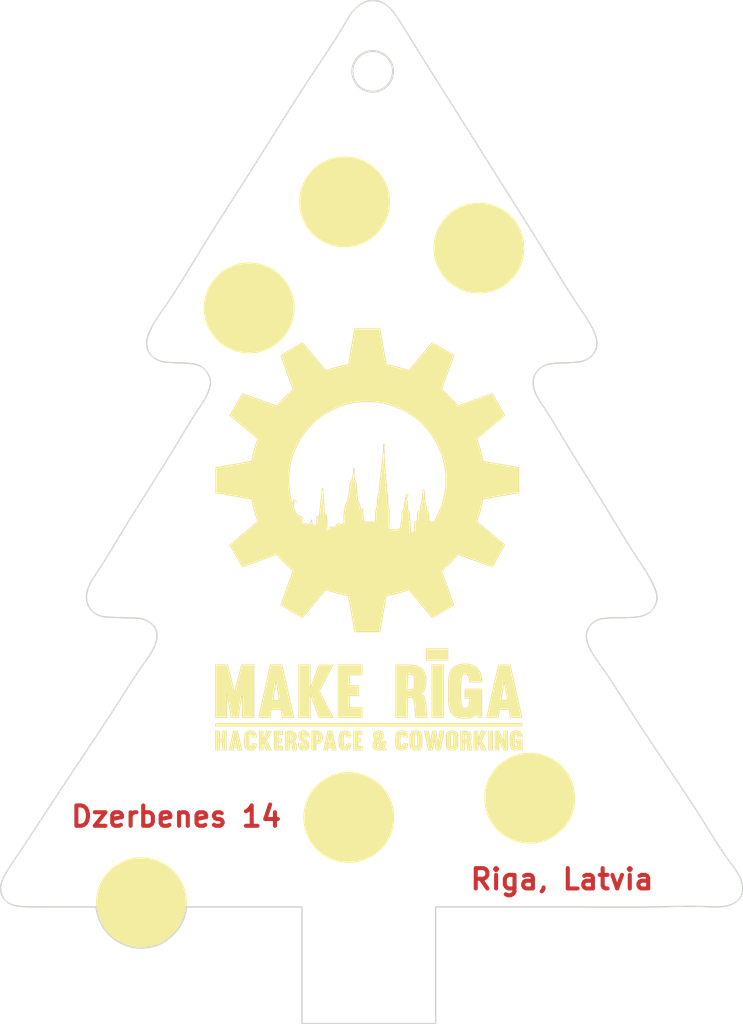
<source format=kicad_pcb>
(kicad_pcb (version 4) (host pcbnew 4.0.4-stable)
  (layers (0 F.Cu signal) (31 B.Cu signal) (34 B.Paste user) (35 F.Paste user) (36 B.SilkS user) (37 F.SilkS user) (38 B.Mask user) (39 F.Mask user) (44 Edge.Cuts user))
  (net 0 "")
  (module MakeRiga:makeriga_logo_22mm_full (layer F.Cu) (at 95 93)
    (fp_text reference G*** hide)
    (fp_text value LOGO hide)
  )
  (module MakeRiga:makeriga_logo_22mm_full_copper (layer F.Cu) (at 95 93)
    (fp_text reference G*** hide)
    (fp_text value LOGO hide)
    (fp_poly (pts (xy -8.581837 14.115099) (xy -8.522403 14.129228) (xy -8.426373 14.178003) (xy -8.350943 14.252268) (xy -8.298091 14.349225) (xy -8.269795 14.466075) (xy -8.267387 14.489935) (xy -8.25883 14.596534) (xy -8.602133 14.596534) (xy -8.602133 14.538064) (xy -8.612081 14.465121) (xy -8.639205 14.412237) (xy -8.679423 14.383382) (xy -8.728653 14.382526) (xy -8.752227 14.3921) (xy -8.771448 14.407396) (xy -8.786348 14.432799) (xy -8.797427 14.472179) (xy -8.805183 14.529404) (xy -8.810115 14.608342) (xy -8.812721 14.712862) (xy -8.813499 14.846833) (xy -8.813492 14.867467) (xy -8.812776 14.994251) (xy -8.810312 15.091399) (xy -8.805226 15.16313) (xy -8.796643 15.213664) (xy -8.783689 15.247219) (xy -8.76549 15.268017) (xy -8.741172 15.280275) (xy -8.727104 15.284356) (xy -8.678504 15.281525) (xy -8.639786 15.248944) (xy -8.613987 15.19003) (xy -8.606531 15.148764) (xy -8.597729 15.070667) (xy -8.263466 15.070667) (xy -8.263466 15.146232) (xy -8.272933 15.226383) (xy -8.2981 15.31139) (xy -8.334117 15.388514) (xy -8.376137 15.445016) (xy -8.377815 15.446613) (xy -8.445748 15.499543) (xy -8.519863 15.533181) (xy -8.610197 15.551184) (xy -8.678333 15.556079) (xy -8.765114 15.555608) (xy -8.845666 15.548351) (xy -8.89472 15.538662) (xy -8.967988 15.510221) (xy -9.027841 15.468181) (xy -9.075203 15.409783) (xy -9.110998 15.33227) (xy -9.136151 15.232882) (xy -9.151586 15.108861) (xy -9.158228 14.957448) (xy -9.157001 14.775885) (xy -9.156521 14.7574) (xy -9.15006 14.60384) (xy -9.139048 14.479901) (xy -9.1221 14.381485) (xy -9.09783 14.304496) (xy -9.064851 14.244835) (xy -9.021779 14.198405) (xy -8.967226 14.161109) (xy -8.952074 14.15296) (xy -8.876387 14.126381) (xy -8.781039 14.110747) (xy -8.67865 14.106754) (xy -8.581837 14.115099)) (layer F.Cu) (width 0.01))
    (fp_poly (pts (xy -4.701847 14.109115) (xy -4.601689 14.133753) (xy -4.518012 14.176199) (xy -4.472836 14.223262) (xy -4.431424 14.294553) (xy -4.398155 14.380439) (xy -4.377411 14.471285) (xy -4.374993 14.4907) (xy -4.363975 14.596534) (xy -4.703092 14.596534) (xy -4.714688 14.494041) (xy -4.727967 14.423333) (xy -4.748405 14.385242) (xy -4.776509 14.379179) (xy -4.800815 14.393513) (xy -4.818477 14.426626) (xy -4.825401 14.47939) (xy -4.8217 14.539375) (xy -4.807486 14.594149) (xy -4.798854 14.611863) (xy -4.770858 14.645589) (xy -4.724896 14.687778) (xy -4.677388 14.724542) (xy -4.574721 14.800831) (xy -4.498634 14.867825) (xy -4.445441 14.931421) (xy -4.411453 14.997515) (xy -4.392983 15.072004) (xy -4.386344 15.160784) (xy -4.386105 15.190313) (xy -4.392189 15.302365) (xy -4.411226 15.387402) (xy -4.445387 15.450513) (xy -4.496844 15.49679) (xy -4.523343 15.512027) (xy -4.595654 15.537097) (xy -4.687818 15.552493) (xy -4.787009 15.557434) (xy -4.8804 15.551138) (xy -4.942109 15.537555) (xy -5.030878 15.49363) (xy -5.098155 15.426137) (xy -5.144885 15.3336) (xy -5.172016 15.214542) (xy -5.176619 15.171729) (xy -5.186512 15.053734) (xy -4.847127 15.053734) (xy -4.839332 15.147727) (xy -4.827359 15.220207) (xy -4.80674 15.266804) (xy -4.779394 15.284858) (xy -4.748849 15.273078) (xy -4.731863 15.249313) (xy -4.726015 15.210012) (xy -4.728204 15.160495) (xy -4.734455 15.11152) (xy -4.747093 15.071816) (xy -4.770786 15.035309) (xy -4.810202 14.995924) (xy -4.870009 14.947585) (xy -4.921601 14.908802) (xy -5.018287 14.83051) (xy -5.087059 14.757252) (xy -5.131778 14.682343) (xy -5.156306 14.599099) (xy -5.164502 14.500836) (xy -5.164572 14.488174) (xy -5.156695 14.373839) (xy -5.132142 14.284366) (xy -5.089179 14.214225) (xy -5.073227 14.196907) (xy -5.002082 14.147654) (xy -4.9107 14.116389) (xy -4.807736 14.103435) (xy -4.701847 14.109115)) (layer F.Cu) (width 0.01))
    (fp_poly (pts (xy -1.654247 14.114926) (xy -1.596798 14.118971) (xy -1.554356 14.127671) (xy -1.51751 14.142625) (xy -1.494599 14.155021) (xy -1.41089 14.222169) (xy -1.348434 14.314745) (xy -1.310415 14.422794) (xy -1.292803 14.498879) (xy -1.285798 14.548913) (xy -1.294011 14.578119) (xy -1.322051 14.591722) (xy -1.374527 14.594947) (xy -1.456051 14.593018) (xy -1.4605 14.592893) (xy -1.634066 14.588067) (xy -1.643545 14.505529) (xy -1.661331 14.43861) (xy -1.69287 14.394282) (xy -1.732173 14.374356) (xy -1.773251 14.380643) (xy -1.810113 14.414956) (xy -1.82774 14.449814) (xy -1.834099 14.484175) (xy -1.839065 14.545697) (xy -1.84264 14.627704) (xy -1.844823 14.723521) (xy -1.845614 14.82647) (xy -1.845013 14.929876) (xy -1.843021 15.027062) (xy -1.839636 15.111352) (xy -1.83486 15.176069) (xy -1.828692 15.214537) (xy -1.82774 15.217387) (xy -1.796292 15.269413) (xy -1.757029 15.292326) (xy -1.715942 15.287936) (xy -1.679019 15.258055) (xy -1.65225 15.204495) (xy -1.643545 15.161672) (xy -1.634066 15.079134) (xy -1.282406 15.069432) (xy -1.293618 15.153954) (xy -1.323351 15.286776) (xy -1.373992 15.392998) (xy -1.445906 15.472941) (xy -1.539453 15.526926) (xy -1.654995 15.555274) (xy -1.75144 15.560001) (xy -1.817342 15.556894) (xy -1.877847 15.55074) (xy -1.907705 15.545518) (xy -2.008016 15.506153) (xy -2.086075 15.441311) (xy -2.141612 15.351282) (xy -2.167958 15.269015) (xy -2.179354 15.197993) (xy -2.188255 15.101909) (xy -2.194446 14.989491) (xy -2.19771 14.869467) (xy -2.197829 14.750564) (xy -2.194588 14.641512) (xy -2.187769 14.551036) (xy -2.186128 14.537267) (xy -2.162458 14.406603) (xy -2.127653 14.304789) (xy -2.079782 14.228084) (xy -2.016917 14.172747) (xy -1.990073 14.157249) (xy -1.946037 14.13671) (xy -1.904159 14.123842) (xy -1.854353 14.116923) (xy -1.786532 14.114234) (xy -1.736119 14.113934) (xy -1.654247 14.114926)) (layer F.Cu) (width 0.01))
    (fp_poly (pts (xy 0.823209 14.11354) (xy 0.920729 14.14637) (xy 1.002083 14.201517) (xy 1.003921 14.203262) (xy 1.050416 14.2686) (xy 1.081298 14.35484) (xy 1.095435 14.452267) (xy 1.091695 14.551169) (xy 1.068946 14.641831) (xy 1.057933 14.666595) (xy 1.030294 14.709903) (xy 0.988408 14.763067) (xy 0.952954 14.802303) (xy 0.876617 14.881073) (xy 0.932911 14.962893) (xy 0.964468 15.007625) (xy 0.982591 15.027416) (xy 0.992719 15.025444) (xy 1.000289 15.00489) (xy 1.000914 15.002657) (xy 1.010796 14.951517) (xy 1.014312 14.914034) (xy 1.016 14.867467) (xy 1.285338 14.867467) (xy 1.275588 14.956367) (xy 1.251757 15.076098) (xy 1.204161 15.218592) (xy 1.184839 15.266717) (xy 1.17498 15.29551) (xy 1.175163 15.320918) (xy 1.188233 15.35204) (xy 1.217037 15.397976) (xy 1.233522 15.422421) (xy 1.267573 15.473745) (xy 1.292555 15.513653) (xy 1.303686 15.534463) (xy 1.303867 15.535405) (xy 1.288241 15.539679) (xy 1.246583 15.542936) (xy 1.186724 15.544657) (xy 1.162007 15.5448) (xy 1.078635 15.542332) (xy 1.025845 15.534649) (xy 1.001207 15.52198) (xy 0.984685 15.510394) (xy 0.957841 15.510743) (xy 0.911612 15.523692) (xy 0.893301 15.529894) (xy 0.774813 15.555269) (xy 0.647125 15.555601) (xy 0.568779 15.542799) (xy 0.466804 15.503521) (xy 0.386099 15.438062) (xy 0.34275 15.378227) (xy 0.316244 15.326644) (xy 0.302086 15.277189) (xy 0.296829 15.215161) (xy 0.296448 15.180734) (xy 0.296576 15.177322) (xy 0.592454 15.177322) (xy 0.599762 15.221671) (xy 0.605626 15.232981) (xy 0.645072 15.265683) (xy 0.702194 15.285711) (xy 0.762343 15.289976) (xy 0.809817 15.276069) (xy 0.816861 15.262031) (xy 0.808802 15.234326) (xy 0.783627 15.18808) (xy 0.753964 15.140862) (xy 0.716743 15.085898) (xy 0.685191 15.043982) (xy 0.664439 15.021764) (xy 0.66054 15.019867) (xy 0.63439 15.035014) (xy 0.612503 15.073381) (xy 0.597613 15.124355) (xy 0.592454 15.177322) (xy 0.296576 15.177322) (xy 0.299196 15.107918) (xy 0.309873 15.052546) (xy 0.33238 14.998434) (xy 0.347056 14.970819) (xy 0.382009 14.915397) (xy 0.41923 14.868246) (xy 0.442127 14.846481) (xy 0.486703 14.813524) (xy 0.431135 14.721244) (xy 0.375426 14.605048) (xy 0.353102 14.51196) (xy 0.636394 14.51196) (xy 0.658286 14.587232) (xy 0.680995 14.631613) (xy 0.701159 14.659455) (xy 0.709095 14.664267) (xy 0.729186 14.6517) (xy 0.756614 14.620869) (xy 0.760847 14.615086) (xy 0.782209 14.56817) (xy 0.794162 14.508172) (xy 0.795932 14.447485) (xy 0.786744 14.398505) (xy 0.775547 14.379787) (xy 0.738996 14.36209) (xy 0.695501 14.362917) (xy 0.664429 14.380634) (xy 0.637978 14.438989) (xy 0.636394 14.51196) (xy 0.353102 14.51196) (xy 0.348194 14.491498) (xy 0.349381 14.384578) (xy 0.378931 14.288275) (xy 0.436787 14.206575) (xy 0.438452 14.204897) (xy 0.517145 14.148705) (xy 0.613068 14.114732) (xy 0.717873 14.103002) (xy 0.823209 14.11354)) (layer F.Cu) (width 0.01))
    (fp_poly (pts (xy 2.553839 14.115165) (xy 2.65417 14.145052) (xy 2.733534 14.197216) (xy 2.7957 14.273651) (xy 2.816151 14.310577) (xy 2.845504 14.38307) (xy 2.867208 14.461996) (xy 2.873553 14.501077) (xy 2.883405 14.596534) (xy 2.543846 14.596534) (xy 2.531951 14.5161) (xy 2.519356 14.46149) (xy 2.501466 14.417606) (xy 2.493538 14.406034) (xy 2.450802 14.379244) (xy 2.404332 14.382709) (xy 2.363216 14.415338) (xy 2.358357 14.422244) (xy 2.348434 14.440768) (xy 2.340938 14.465081) (xy 2.335541 14.499817) (xy 2.331912 14.54961) (xy 2.329721 14.619095) (xy 2.328639 14.712905) (xy 2.328334 14.835676) (xy 2.328333 14.84381) (xy 2.328532 14.96694) (xy 2.329367 15.060752) (xy 2.331193 15.129795) (xy 2.334368 15.178615) (xy 2.339249 15.21176) (xy 2.346191 15.233778) (xy 2.355552 15.249217) (xy 2.360591 15.255167) (xy 2.404453 15.285589) (xy 2.448387 15.285347) (xy 2.487783 15.257318) (xy 2.518029 15.204378) (xy 2.532236 15.148088) (xy 2.543846 15.070667) (xy 2.883405 15.070667) (xy 2.873589 15.165779) (xy 2.855725 15.253824) (xy 2.822984 15.341129) (xy 2.780344 15.417287) (xy 2.732777 15.471891) (xy 2.723995 15.478685) (xy 2.638445 15.522461) (xy 2.533134 15.550265) (xy 2.41883 15.560788) (xy 2.306299 15.55272) (xy 2.240953 15.537436) (xy 2.162852 15.505826) (xy 2.101835 15.462857) (xy 2.055622 15.404315) (xy 2.021929 15.325987) (xy 1.998475 15.223657) (xy 1.982978 15.093112) (xy 1.980088 15.055686) (xy 1.974565 14.934395) (xy 1.97408 14.806462) (xy 1.978193 14.679188) (xy 1.986464 14.559875) (xy 1.998454 14.455826) (xy 2.013721 14.374343) (xy 2.023065 14.342597) (xy 2.073282 14.247835) (xy 2.147326 14.177131) (xy 2.245205 14.130482) (xy 2.366922 14.107885) (xy 2.428774 14.105562) (xy 2.553839 14.115165)) (layer F.Cu) (width 0.01))
    (fp_poly (pts (xy 3.5377 14.108546) (xy 3.660918 14.123535) (xy 3.757393 14.1572) (xy 3.830294 14.21233) (xy 3.882787 14.291714) (xy 3.918039 14.398142) (xy 3.928676 14.452856) (xy 3.93574 14.51751) (xy 3.940781 14.60734) (xy 3.943813 14.714197) (xy 3.944847 14.829936) (xy 3.943899 14.946407) (xy 3.940982 15.055465) (xy 3.93611 15.148961) (xy 3.929295 15.218749) (xy 3.927372 15.231068) (xy 3.897057 15.345333) (xy 3.84981 15.432297) (xy 3.783833 15.49496) (xy 3.760324 15.509354) (xy 3.693788 15.534101) (xy 3.605246 15.550709) (xy 3.505713 15.558553) (xy 3.406207 15.557006) (xy 3.317744 15.545442) (xy 3.28337 15.536451) (xy 3.191946 15.490487) (xy 3.121814 15.420056) (xy 3.088665 15.360395) (xy 3.069974 15.295493) (xy 3.0551 15.203802) (xy 3.044147 15.092195) (xy 3.037221 14.967546) (xy 3.034717 14.850363) (xy 3.387067 14.850363) (xy 3.387873 14.952827) (xy 3.390101 15.047608) (xy 3.393752 15.128014) (xy 3.398822 15.187355) (xy 3.40466 15.217387) (xy 3.436539 15.269092) (xy 3.478408 15.290749) (xy 3.525196 15.280959) (xy 3.554292 15.258642) (xy 3.573237 15.221711) (xy 3.588228 15.155371) (xy 3.598905 15.063888) (xy 3.604914 14.951527) (xy 3.605896 14.822555) (xy 3.601902 14.689667) (xy 3.594558 14.573762) (xy 3.583978 14.488208) (xy 3.568596 14.429531) (xy 3.546843 14.394257) (xy 3.517151 14.378912) (xy 3.477952 14.380022) (xy 3.463588 14.383173) (xy 3.429157 14.403834) (xy 3.406614 14.449556) (xy 3.404454 14.456966) (xy 3.398116 14.497486) (xy 3.393209 14.563777) (xy 3.389734 14.649147) (xy 3.387687 14.746906) (xy 3.387067 14.850363) (xy 3.034717 14.850363) (xy 3.034425 14.836729) (xy 3.035866 14.706616) (xy 3.041649 14.584081) (xy 3.051877 14.475998) (xy 3.066657 14.38924) (xy 3.073438 14.363462) (xy 3.114365 14.267228) (xy 3.173427 14.194801) (xy 3.253036 14.144854) (xy 3.355605 14.116063) (xy 3.483547 14.107104) (xy 3.5377 14.108546)) (layer F.Cu) (width 0.01))
    (fp_poly (pts (xy 6.267158 14.117268) (xy 6.352282 14.128717) (xy 6.41721 14.150452) (xy 6.468516 14.184647) (xy 6.511334 14.231574) (xy 6.540292 14.275741) (xy 6.562938 14.326377) (xy 6.579854 14.387758) (xy 6.591621 14.464161) (xy 6.598822 14.559864) (xy 6.602036 14.679142) (xy 6.601847 14.826273) (xy 6.600996 14.890883) (xy 6.598017 15.035325) (xy 6.593439 15.150398) (xy 6.586278 15.240593) (xy 6.575546 15.310401) (xy 6.560259 15.364314) (xy 6.53943 15.406822) (xy 6.512074 15.442418) (xy 6.477204 15.475592) (xy 6.471605 15.480351) (xy 6.405702 15.518135) (xy 6.316274 15.544624) (xy 6.212051 15.558848) (xy 6.101762 15.559837) (xy 5.994139 15.546619) (xy 5.955813 15.537685) (xy 5.869101 15.501672) (xy 5.802688 15.443302) (xy 5.751126 15.358534) (xy 5.739592 15.331128) (xy 5.730697 15.30147) (xy 5.724001 15.264627) (xy 5.719067 15.215665) (xy 5.715455 15.149651) (xy 5.712727 15.061653) (xy 5.710444 14.946739) (xy 5.709538 14.890883) (xy 5.709142 14.843778) (xy 6.053667 14.843778) (xy 6.053866 14.96691) (xy 6.0547 15.060725) (xy 6.056527 15.12977) (xy 6.059702 15.178593) (xy 6.064582 15.211741) (xy 6.071525 15.233762) (xy 6.080885 15.249205) (xy 6.085925 15.255156) (xy 6.122638 15.281841) (xy 6.155267 15.2908) (xy 6.193958 15.278724) (xy 6.224609 15.255156) (xy 6.235161 15.241179) (xy 6.243137 15.222648) (xy 6.248891 15.195016) (xy 6.252781 15.153733) (xy 6.255164 15.094253) (xy 6.256396 15.012028) (xy 6.256834 14.90251) (xy 6.256867 14.843778) (xy 6.256597 14.719179) (xy 6.255569 14.62381) (xy 6.253453 14.553038) (xy 6.249917 14.502227) (xy 6.244633 14.466745) (xy 6.237269 14.441957) (xy 6.227497 14.42323) (xy 6.226843 14.422222) (xy 6.187695 14.384793) (xy 6.155267 14.3764) (xy 6.110758 14.392527) (xy 6.083691 14.422222) (xy 6.073767 14.440738) (xy 6.066272 14.465043) (xy 6.060875 14.499771) (xy 6.057246 14.549556) (xy 6.055055 14.619032) (xy 6.053972 14.712833) (xy 6.053668 14.835592) (xy 6.053667 14.843778) (xy 5.709142 14.843778) (xy 5.708199 14.731955) (xy 5.710042 14.602517) (xy 5.715648 14.498293) (xy 5.725597 14.415005) (xy 5.740473 14.348377) (xy 5.760857 14.294132) (xy 5.787329 14.247994) (xy 5.7992 14.231574) (xy 5.843587 14.183275) (xy 5.895243 14.149534) (xy 5.960742 14.128178) (xy 6.046656 14.117036) (xy 6.155267 14.113934) (xy 6.267158 14.117268)) (layer F.Cu) (width 0.01))
    (fp_poly (pts (xy 11.04575 14.128809) (xy 11.146763 14.171983) (xy 11.224578 14.239441) (xy 11.280175 14.33199) (xy 11.310421 14.4297) (xy 11.325635 14.502945) (xy 11.330458 14.550852) (xy 11.320085 14.578794) (xy 11.289712 14.592141) (xy 11.234537 14.596267) (xy 11.161231 14.596534) (xy 10.994062 14.596534) (xy 10.982575 14.524567) (xy 10.961894 14.449318) (xy 10.929967 14.399176) (xy 10.890294 14.376428) (xy 10.846373 14.383359) (xy 10.810325 14.412035) (xy 10.799915 14.425794) (xy 10.792009 14.444034) (xy 10.786267 14.471222) (xy 10.782349 14.511827) (xy 10.779912 14.570315) (xy 10.778617 14.651156) (xy 10.778122 14.758816) (xy 10.778067 14.834885) (xy 10.778175 14.95917) (xy 10.778768 15.054089) (xy 10.780243 15.12414) (xy 10.783001 15.173825) (xy 10.787441 15.207643) (xy 10.793962 15.230094) (xy 10.802966 15.245678) (xy 10.81485 15.258894) (xy 10.815801 15.259848) (xy 10.858179 15.284687) (xy 10.900724 15.280602) (xy 10.939051 15.252228) (xy 10.968776 15.204202) (xy 10.985514 15.141159) (xy 10.986293 15.079613) (xy 10.977753 15.043232) (xy 10.954317 15.02739) (xy 10.926234 15.023028) (xy 10.8712 15.017721) (xy 10.8712 14.765867) (xy 11.3284 14.765867) (xy 11.3284 15.5448) (xy 11.277923 15.5448) (xy 11.238661 15.538011) (xy 11.219632 15.512169) (xy 11.21682 15.502467) (xy 11.207386 15.470892) (xy 11.201697 15.460134) (xy 11.18573 15.467677) (xy 11.149308 15.48712) (xy 11.115731 15.505667) (xy 11.063148 15.531061) (xy 11.009549 15.546195) (xy 10.94189 15.554097) (xy 10.897698 15.556322) (xy 10.801014 15.555421) (xy 10.720277 15.545822) (xy 10.68872 15.537843) (xy 10.612028 15.506205) (xy 10.552102 15.464321) (xy 10.506495 15.407762) (xy 10.47276 15.332096) (xy 10.448451 15.232893) (xy 10.431122 15.105723) (xy 10.427157 15.064159) (xy 10.420168 14.942804) (xy 10.419178 14.813021) (xy 10.423692 14.682658) (xy 10.433211 14.559563) (xy 10.44724 14.451584) (xy 10.46528 14.366569) (xy 10.472839 14.342597) (xy 10.522593 14.247749) (xy 10.595296 14.177366) (xy 10.691215 14.131311) (xy 10.810613 14.109446) (xy 10.920561 14.109115) (xy 11.04575 14.128809)) (layer F.Cu) (width 0.01))
    (fp_poly (pts (xy -10.4648 15.546071) (xy -10.621433 15.541203) (xy -10.778066 15.536334) (xy -10.787372 14.986) (xy -10.989733 14.986) (xy -10.989733 15.5448) (xy -11.142665 15.5448) (xy -11.225751 15.542893) (xy -11.277925 15.53693) (xy -11.30194 15.526548) (xy -11.303727 15.523612) (xy -11.305389 15.502553) (xy -11.306722 15.451339) (xy -11.307706 15.373681) (xy -11.308322 15.273289) (xy -11.30855 15.153873) (xy -11.30837 15.019143) (xy -11.307764 14.872811) (xy -11.307429 14.816645) (xy -11.303 14.130867) (xy -11.146366 14.125998) (xy -10.989733 14.12113) (xy -10.989733 14.715067) (xy -10.787333 14.715067) (xy -10.7827 14.422967) (xy -10.778066 14.130867) (xy -10.621433 14.125998) (xy -10.4648 14.12113) (xy -10.4648 15.546071)) (layer F.Cu) (width 0.01))
    (fp_poly (pts (xy -9.502104 14.8209) (xy -9.46894 14.969804) (xy -9.438208 15.108453) (xy -9.410669 15.233361) (xy -9.387086 15.341044) (xy -9.368219 15.428016) (xy -9.354831 15.490792) (xy -9.347683 15.525888) (xy -9.346686 15.5321) (xy -9.362591 15.537714) (xy -9.404739 15.542058) (xy -9.465512 15.544495) (xy -9.498459 15.5448) (xy -9.57273 15.54459) (xy -9.620208 15.540313) (xy -9.647934 15.5265) (xy -9.662953 15.497681) (xy -9.672308 15.448387) (xy -9.678358 15.4051) (xy -9.689712 15.324667) (xy -9.936097 15.324667) (xy -9.947028 15.388167) (xy -9.957074 15.444589) (xy -9.966642 15.495451) (xy -9.967191 15.498234) (xy -9.976424 15.5448) (xy -10.127479 15.5448) (xy -10.202129 15.543699) (xy -10.248498 15.539802) (xy -10.272121 15.532219) (xy -10.278533 15.520504) (xy -10.27493 15.49919) (xy -10.264641 15.448455) (xy -10.24845 15.371915) (xy -10.227138 15.273183) (xy -10.201489 15.155872) (xy -10.17655 15.042915) (xy -9.889066 15.042915) (xy -9.881381 15.060565) (xy -9.853434 15.068923) (xy -9.81075 15.070667) (xy -9.763356 15.06951) (xy -9.741847 15.062455) (xy -9.738245 15.044127) (xy -9.741632 15.0241) (xy -9.747887 14.988714) (xy -9.757725 14.928816) (xy -9.769697 14.853386) (xy -9.780028 14.786624) (xy -9.791948 14.711746) (xy -9.802427 14.651559) (xy -9.810285 14.612477) (xy -9.814214 14.600704) (xy -9.819062 14.618634) (xy -9.827785 14.662345) (xy -9.83908 14.724149) (xy -9.851647 14.796357) (xy -9.864184 14.871281) (xy -9.87539 14.941234) (xy -9.883964 14.998526) (xy -9.888604 15.03547) (xy -9.889066 15.042915) (xy -10.17655 15.042915) (xy -10.172284 15.023596) (xy -10.140306 14.879968) (xy -10.126133 14.816667) (xy -10.093302 14.670102) (xy -10.062898 14.534037) (xy -10.035697 14.411971) (xy -10.012475 14.307403) (xy -9.994009 14.223832) (xy -9.981076 14.164756) (xy -9.97445 14.133674) (xy -9.973733 14.129763) (xy -9.958038 14.126572) (xy -9.915903 14.124078) (xy -9.854752 14.122628) (xy -9.815884 14.1224) (xy -9.658034 14.1224) (xy -9.502104 14.8209)) (layer F.Cu) (width 0.01))
    (fp_poly (pts (xy -7.7724 14.42212) (xy -7.771619 14.52176) (xy -7.769426 14.604127) (xy -7.766049 14.664869) (xy -7.761713 14.699635) (xy -7.757644 14.705754) (xy -7.747156 14.68533) (xy -7.727139 14.638556) (xy -7.699787 14.570852) (xy -7.667296 14.487639) (xy -7.636253 14.406034) (xy -7.529618 14.1224) (xy -7.346209 14.1224) (xy -7.271984 14.123521) (xy -7.212171 14.126557) (xy -7.173657 14.131019) (xy -7.1628 14.135422) (xy -7.1703 14.153564) (xy -7.191324 14.197282) (xy -7.223661 14.262161) (xy -7.265097 14.34379) (xy -7.313422 14.437755) (xy -7.341215 14.491327) (xy -7.519629 14.834211) (xy -7.341215 15.175067) (xy -7.289992 15.273536) (xy -7.244516 15.362127) (xy -7.207017 15.436398) (xy -7.179724 15.491908) (xy -7.164869 15.524216) (xy -7.1628 15.530362) (xy -7.178584 15.536201) (xy -7.221348 15.540908) (xy -7.28421 15.543941) (xy -7.3465 15.5448) (xy -7.5302 15.5448) (xy -7.637215 15.256172) (xy -7.672136 15.163531) (xy -7.703857 15.082255) (xy -7.730259 15.017555) (xy -7.749218 14.974638) (xy -7.758315 14.95884) (xy -7.762854 14.971965) (xy -7.766784 15.013755) (xy -7.769852 15.079008) (xy -7.771805 15.162525) (xy -7.7724 15.247468) (xy -7.7724 15.5448) (xy -8.0772 15.5448) (xy -8.0772 14.1224) (xy -7.7724 14.1224) (xy -7.7724 14.42212)) (layer F.Cu) (width 0.01))
    (fp_poly (pts (xy -6.316133 14.393334) (xy -6.6548 14.393334) (xy -6.6548 14.6812) (xy -6.417733 14.6812) (xy -6.417733 14.952134) (xy -6.6548 14.952134) (xy -6.6548 15.256934) (xy -6.314764 15.256934) (xy -6.3246 15.536334) (xy -6.650566 15.540933) (xy -6.976533 15.545532) (xy -6.976533 14.1224) (xy -6.316133 14.1224) (xy -6.316133 14.393334)) (layer F.Cu) (width 0.01))
    (fp_poly (pts (xy -5.897033 14.12707) (xy -5.776396 14.132562) (xy -5.683342 14.140178) (xy -5.611598 14.151154) (xy -5.554894 14.166727) (xy -5.506955 14.188134) (xy -5.468948 14.211478) (xy -5.410666 14.265254) (xy -5.370395 14.337386) (xy -5.346126 14.432631) (xy -5.337141 14.523515) (xy -5.338271 14.654331) (xy -5.356814 14.756837) (xy -5.39269 14.830676) (xy -5.411255 14.851525) (xy -5.450914 14.888783) (xy -5.410664 14.941625) (xy -5.382679 14.986929) (xy -5.360955 15.043759) (xy -5.34423 15.117692) (xy -5.331242 15.214308) (xy -5.320731 15.339185) (xy -5.320722 15.339309) (xy -5.31557 15.43175) (xy -5.315129 15.493807) (xy -5.319492 15.528646) (xy -5.326471 15.539037) (xy -5.351512 15.541887) (xy -5.400739 15.542868) (xy -5.464517 15.541836) (xy -5.47943 15.541329) (xy -5.6134 15.536334) (xy -5.625309 15.34583) (xy -5.635603 15.229747) (xy -5.650518 15.142489) (xy -5.670881 15.079227) (xy -5.670924 15.07913) (xy -5.693708 15.033054) (xy -5.715198 15.010565) (xy -5.745555 15.003381) (xy -5.764418 15.002934) (xy -5.824207 15.002934) (xy -5.833533 15.536334) (xy -5.978268 15.541176) (xy -6.045327 15.542069) (xy -6.098953 15.540262) (xy -6.130537 15.536142) (xy -6.134902 15.534121) (xy -6.137457 15.515159) (xy -6.139824 15.465931) (xy -6.141943 15.390039) (xy -6.143754 15.291083) (xy -6.145197 15.172664) (xy -6.146211 15.038384) (xy -6.146738 14.891842) (xy -6.1468 14.820216) (xy -6.1468 14.588067) (xy -5.825066 14.588067) (xy -5.824768 14.679526) (xy -5.822328 14.741656) (xy -5.815427 14.778996) (xy -5.801748 14.796086) (xy -5.778971 14.797461) (xy -5.744779 14.787662) (xy -5.726368 14.781275) (xy -5.680434 14.748371) (xy -5.651192 14.69103) (xy -5.640014 14.615015) (xy -5.648269 14.526089) (xy -5.656997 14.489348) (xy -5.679027 14.438614) (xy -5.716648 14.407795) (xy -5.732559 14.400448) (xy -5.775178 14.384491) (xy -5.804977 14.376586) (xy -5.807589 14.3764) (xy -5.8155 14.392897) (xy -5.821163 14.440762) (xy -5.824379 14.517561) (xy -5.825066 14.588067) (xy -6.1468 14.588067) (xy -6.1468 14.118209) (xy -5.897033 14.12707)) (layer F.Cu) (width 0.01))
    (fp_poly (pts (xy -3.889997 14.126706) (xy -3.769665 14.136854) (xy -3.667723 14.155305) (xy -3.591221 14.181112) (xy -3.584592 14.184395) (xy -3.506548 14.24241) (xy -3.444717 14.323607) (xy -3.411533 14.400641) (xy -3.396845 14.474392) (xy -3.388856 14.56608) (xy -3.387823 14.662203) (xy -3.394005 14.749261) (xy -3.403871 14.801726) (xy -3.447686 14.8994) (xy -3.518365 14.978245) (xy -3.613505 15.036466) (xy -3.730698 15.07227) (xy -3.775705 15.079084) (xy -3.877733 15.090926) (xy -3.877733 15.5448) (xy -4.030665 15.5448) (xy -4.113751 15.542893) (xy -4.165925 15.53693) (xy -4.18994 15.526548) (xy -4.191727 15.523612) (xy -4.193389 15.502553) (xy -4.194722 15.451339) (xy -4.195706 15.373681) (xy -4.196322 15.273289) (xy -4.19655 15.153873) (xy -4.19637 15.019143) (xy -4.195764 14.872811) (xy -4.195429 14.816645) (xy -4.194063 14.605) (xy -3.877733 14.605) (xy -3.877733 14.8336) (xy -3.836344 14.8336) (xy -3.795743 14.822763) (xy -3.75176 14.796312) (xy -3.747444 14.792736) (xy -3.722859 14.768914) (xy -3.708619 14.743708) (xy -3.70193 14.70732) (xy -3.700001 14.649956) (xy -3.699933 14.626063) (xy -3.703494 14.548168) (xy -3.713219 14.485934) (xy -3.723528 14.456071) (xy -3.75757 14.419203) (xy -3.808788 14.389506) (xy -3.860566 14.376448) (xy -3.863327 14.3764) (xy -3.868593 14.392304) (xy -3.872996 14.435902) (xy -3.876147 14.501024) (xy -3.877657 14.581502) (xy -3.877733 14.605) (xy -4.194063 14.605) (xy -4.191 14.130867) (xy -4.021667 14.125804) (xy -3.889997 14.126706)) (layer F.Cu) (width 0.01))
    (fp_poly (pts (xy -2.771988 14.122941) (xy -2.726785 14.125664) (xy -2.701583 14.132219) (xy -2.689451 14.144258) (xy -2.684128 14.1605) (xy -2.664493 14.245439) (xy -2.640977 14.34886) (xy -2.614495 14.466584) (xy -2.585965 14.594431) (xy -2.556299 14.728221) (xy -2.526415 14.863775) (xy -2.497228 14.996913) (xy -2.469652 15.123456) (xy -2.444604 15.239224) (xy -2.422999 15.340037) (xy -2.405752 15.421715) (xy -2.393778 15.480079) (xy -2.387994 15.51095) (xy -2.3876 15.514384) (xy -2.391126 15.528989) (xy -2.405947 15.538039) (xy -2.438426 15.54282) (xy -2.494925 15.544618) (xy -2.538115 15.5448) (xy -2.688631 15.5448) (xy -2.699561 15.4813) (xy -2.711865 15.40843) (xy -2.722339 15.362408) (xy -2.736939 15.337127) (xy -2.76162 15.326475) (xy -2.802339 15.324343) (xy -2.852249 15.324667) (xy -2.97554 15.324667) (xy -2.990603 15.4305) (xy -3.005667 15.536334) (xy -3.1623 15.541203) (xy -3.230394 15.541985) (xy -3.283533 15.540056) (xy -3.314276 15.535818) (xy -3.318947 15.532736) (xy -3.315338 15.512427) (xy -3.305139 15.463521) (xy -3.2893 15.390232) (xy -3.268775 15.296778) (xy -3.244515 15.187376) (xy -3.217472 15.066241) (xy -3.213715 15.0495) (xy -2.928411 15.0495) (xy -2.913118 15.064338) (xy -2.865972 15.070499) (xy -2.853266 15.070667) (xy -2.80488 15.068062) (xy -2.782185 15.05819) (xy -2.777179 15.041034) (xy -2.780006 15.013159) (xy -2.787598 14.959867) (xy -2.798764 14.889079) (xy -2.810933 14.816667) (xy -2.824366 14.738452) (xy -2.835604 14.672156) (xy -2.843415 14.625097) (xy -2.846528 14.605) (xy -2.849862 14.614693) (xy -2.857657 14.650734) (xy -2.868621 14.706099) (xy -2.881457 14.773761) (xy -2.894873 14.846696) (xy -2.907574 14.917879) (xy -2.918267 14.980283) (xy -2.925655 15.026885) (xy -2.928411 15.0495) (xy -3.213715 15.0495) (xy -3.188598 14.937591) (xy -3.158846 14.805642) (xy -3.129167 14.674611) (xy -3.100514 14.548713) (xy -3.073839 14.432166) (xy -3.050093 14.329187) (xy -3.030229 14.243991) (xy -3.0152 14.180796) (xy -3.005956 14.143818) (xy -3.003542 14.135896) (xy -2.983982 14.129896) (xy -2.938718 14.125267) (xy -2.875906 14.122699) (xy -2.844123 14.1224) (xy -2.771988 14.122941)) (layer F.Cu) (width 0.01))
    (fp_poly (pts (xy -0.4572 14.393334) (xy -0.795866 14.393334) (xy -0.795866 14.6812) (xy -0.5588 14.6812) (xy -0.5588 14.952134) (xy -0.795866 14.952134) (xy -0.795866 15.256934) (xy -0.4572 15.256934) (xy -0.4572 15.5448) (xy -0.776111 15.5448) (xy -0.876779 15.544228) (xy -0.965597 15.542633) (xy -1.037091 15.540205) (xy -1.08579 15.53713) (xy -1.106219 15.533595) (xy -1.106311 15.533512) (xy -1.108739 15.514681) (xy -1.110987 15.465586) (xy -1.112999 15.389829) (xy -1.114719 15.291014) (xy -1.116087 15.172741) (xy -1.117048 15.038615) (xy -1.117544 14.892236) (xy -1.1176 14.822312) (xy -1.1176 14.1224) (xy -0.4572 14.1224) (xy -0.4572 14.393334)) (layer F.Cu) (width 0.01))
    (fp_poly (pts (xy 4.441299 14.168967) (xy 4.446223 14.199543) (xy 4.454738 14.25783) (xy 4.466022 14.337961) (xy 4.479249 14.43407) (xy 4.493597 14.54029) (xy 4.496587 14.562667) (xy 4.510998 14.667521) (xy 4.524645 14.760876) (xy 4.536703 14.837547) (xy 4.546347 14.892348) (xy 4.552752 14.920092) (xy 4.553788 14.922237) (xy 4.559763 14.909921) (xy 4.570687 14.868663) (xy 4.585593 14.802865) (xy 4.603515 14.716931) (xy 4.623486 14.615265) (xy 4.637403 14.541237) (xy 4.658435 14.429748) (xy 4.678189 14.329376) (xy 4.695654 14.244926) (xy 4.709815 14.181207) (xy 4.71966 14.143023) (xy 4.723165 14.134269) (xy 4.745541 14.128174) (xy 4.791774 14.12512) (xy 4.851937 14.125753) (xy 4.853079 14.125802) (xy 4.969933 14.130867) (xy 5.04822 14.545734) (xy 5.073022 14.675362) (xy 5.092789 14.774152) (xy 5.108164 14.844655) (xy 5.119786 14.889422) (xy 5.128296 14.911002) (xy 5.134333 14.911947) (xy 5.1375 14.901334) (xy 5.142295 14.871937) (xy 5.150712 14.81679) (xy 5.1619 14.741758) (xy 5.175012 14.652705) (xy 5.189197 14.555498) (xy 5.203607 14.456001) (xy 5.217392 14.36008) (xy 5.229704 14.273599) (xy 5.239694 14.202424) (xy 5.246511 14.152421) (xy 5.249308 14.129453) (xy 5.249333 14.128859) (xy 5.26504 14.126084) (xy 5.307258 14.123906) (xy 5.368631 14.122621) (xy 5.4102 14.1224) (xy 5.485095 14.12296) (xy 5.532379 14.125479) (xy 5.558299 14.131216) (xy 5.569102 14.141428) (xy 5.571067 14.154811) (xy 5.567707 14.176624) (xy 5.55823 14.227204) (xy 5.543539 14.302185) (xy 5.524536 14.397204) (xy 5.502125 14.507895) (xy 5.47721 14.629893) (xy 5.450692 14.758836) (xy 5.423475 14.890356) (xy 5.396462 15.020091) (xy 5.370556 15.143675) (xy 5.34666 15.256744) (xy 5.325677 15.354933) (xy 5.308511 15.433877) (xy 5.296064 15.489212) (xy 5.289478 15.515785) (xy 5.281504 15.530098) (xy 5.263515 15.538612) (xy 5.228821 15.542365) (xy 5.170733 15.542395) (xy 5.125888 15.541185) (xy 4.97125 15.536334) (xy 4.911571 15.2019) (xy 4.892978 15.100349) (xy 4.875755 15.011205) (xy 4.86094 14.939461) (xy 4.849574 14.890108) (xy 4.842695 14.868136) (xy 4.841945 14.867467) (xy 4.836146 14.883333) (xy 4.825743 14.927599) (xy 4.81176 14.99527) (xy 4.79522 15.081352) (xy 4.777145 15.180848) (xy 4.77344 15.2019) (xy 4.714882 15.536334) (xy 4.560111 15.541185) (xy 4.486098 15.542775) (xy 4.439199 15.541223) (xy 4.412728 15.535492) (xy 4.399998 15.524545) (xy 4.396389 15.515785) (xy 4.389195 15.48659) (xy 4.376434 15.429687) (xy 4.359008 15.349442) (xy 4.337822 15.250219) (xy 4.313777 15.136383) (xy 4.287778 15.012298) (xy 4.260727 14.882329) (xy 4.233526 14.750841) (xy 4.20708 14.622198) (xy 4.182292 14.500764) (xy 4.160063 14.390905) (xy 4.141298 14.296986) (xy 4.126899 14.22337) (xy 4.11777 14.174422) (xy 4.1148 14.154811) (xy 4.117609 14.139639) (xy 4.130225 14.130097) (xy 4.158936 14.1249) (xy 4.210028 14.122766) (xy 4.27355 14.1224) (xy 4.4323 14.1224) (xy 4.441299 14.168967)) (layer F.Cu) (width 0.01))
    (fp_poly (pts (xy 7.0231 14.126833) (xy 7.116931 14.131495) (xy 7.203381 14.138107) (xy 7.274529 14.145899) (xy 7.322457 14.154099) (xy 7.332134 14.156872) (xy 7.427039 14.203322) (xy 7.497124 14.267984) (xy 7.543959 14.353484) (xy 7.569115 14.46245) (xy 7.574701 14.562667) (xy 7.568936 14.658648) (xy 7.553029 14.745819) (xy 7.529062 14.816824) (xy 7.499116 14.864308) (xy 7.486358 14.874806) (xy 7.480798 14.895298) (xy 7.497735 14.937618) (xy 7.508763 14.957425) (xy 7.53849 15.024781) (xy 7.561822 15.115417) (xy 7.579393 15.232652) (xy 7.591839 15.379804) (xy 7.592846 15.396634) (xy 7.601418 15.5448) (xy 7.450165 15.5448) (xy 7.385035 15.54502) (xy 7.339653 15.542232) (xy 7.310248 15.53127) (xy 7.293048 15.506967) (xy 7.284282 15.464154) (xy 7.280181 15.397664) (xy 7.277164 15.307734) (xy 7.26879 15.1934) (xy 7.25197 15.109116) (xy 7.225322 15.051807) (xy 7.187466 15.018402) (xy 7.141634 15.006145) (xy 7.078134 15.000889) (xy 7.078134 15.5448) (xy 6.773334 15.5448) (xy 6.773334 14.803503) (xy 7.078134 14.803503) (xy 7.141634 14.791917) (xy 7.190456 14.777853) (xy 7.227159 14.758512) (xy 7.230534 14.755561) (xy 7.244986 14.728913) (xy 7.253154 14.680179) (xy 7.255919 14.603834) (xy 7.255934 14.596399) (xy 7.252012 14.511241) (xy 7.23785 14.453102) (xy 7.209851 14.415795) (xy 7.164417 14.393133) (xy 7.133167 14.385176) (xy 7.078134 14.37371) (xy 7.078134 14.803503) (xy 6.773334 14.803503) (xy 6.773334 14.117799) (xy 7.0231 14.126833)) (layer F.Cu) (width 0.01))
    (fp_poly (pts (xy 8.08104 14.41974) (xy 8.085667 14.718339) (xy 8.307221 14.130867) (xy 8.690249 14.121259) (xy 8.510725 14.468172) (xy 8.459503 14.567936) (xy 8.413974 14.658113) (xy 8.376338 14.73422) (xy 8.348796 14.791775) (xy 8.333549 14.826296) (xy 8.3312 14.833862) (xy 8.338731 14.853765) (xy 8.359816 14.899037) (xy 8.392197 14.965102) (xy 8.433614 15.047381) (xy 8.481806 15.141297) (xy 8.504767 15.185494) (xy 8.555471 15.282843) (xy 8.600863 15.37021) (xy 8.638612 15.443088) (xy 8.666385 15.496971) (xy 8.681851 15.527354) (xy 8.684168 15.532144) (xy 8.67079 15.537217) (xy 8.630052 15.540585) (xy 8.568433 15.541934) (xy 8.499567 15.541137) (xy 8.309131 15.536334) (xy 8.085667 14.946234) (xy 8.076419 15.5448) (xy 7.923878 15.5448) (xy 7.840885 15.542884) (xy 7.788814 15.536895) (xy 7.764927 15.52647) (xy 7.763206 15.523612) (xy 7.761544 15.502553) (xy 7.760211 15.451339) (xy 7.759227 15.373681) (xy 7.758612 15.273289) (xy 7.758384 15.153873) (xy 7.758563 15.019143) (xy 7.759169 14.872811) (xy 7.759504 14.816645) (xy 7.763934 14.130867) (xy 7.920174 14.126004) (xy 8.076414 14.12114) (xy 8.08104 14.41974)) (layer F.Cu) (width 0.01))
    (fp_poly (pts (xy 9.152467 15.536334) (xy 9.007732 15.541176) (xy 8.940673 15.542069) (xy 8.887047 15.540262) (xy 8.855463 15.536142) (xy 8.851098 15.534121) (xy 8.848539 15.515156) (xy 8.846169 15.465931) (xy 8.844048 15.390052) (xy 8.842236 15.291127) (xy 8.840794 15.172762) (xy 8.839782 15.038563) (xy 8.839259 14.892137) (xy 8.8392 14.822312) (xy 8.8392 14.1224) (xy 9.161305 14.1224) (xy 9.152467 15.536334)) (layer F.Cu) (width 0.01))
    (fp_poly (pts (xy 9.46956 14.125998) (xy 9.625787 14.130867) (xy 9.78706 14.494934) (xy 9.948334 14.859) (xy 9.952897 14.4907) (xy 9.957461 14.1224) (xy 10.2616 14.1224) (xy 10.2616 15.546071) (xy 10.105903 15.541203) (xy 9.950206 15.536334) (xy 9.800046 15.2146) (xy 9.754403 15.11763) (xy 9.712814 15.030822) (xy 9.67764 14.958983) (xy 9.651243 14.906921) (xy 9.635988 14.87944) (xy 9.63401 14.87678) (xy 9.628415 14.887141) (xy 9.623922 14.929101) (xy 9.62064 15.000408) (xy 9.61868 15.098808) (xy 9.618134 15.202747) (xy 9.618134 15.5448) (xy 9.313334 15.5448) (xy 9.313334 14.12113) (xy 9.46956 14.125998)) (layer F.Cu) (width 0.01))
    (fp_poly (pts (xy 11.311467 13.783734) (xy -11.311466 13.783734) (xy -11.311466 13.5636) (xy 11.311467 13.5636) (xy 11.311467 13.783734)) (layer F.Cu) (width 0.01))
    (fp_poly (pts (xy 7.32068 9.184247) (xy 7.435799 9.196547) (xy 7.4671 9.202148) (xy 7.655368 9.253054) (xy 7.818118 9.325106) (xy 7.957512 9.419936) (xy 8.075715 9.53918) (xy 8.17489 9.684472) (xy 8.219554 9.770638) (xy 8.285603 9.94096) (xy 8.3333 10.129006) (xy 8.359957 10.322473) (xy 8.364731 10.435167) (xy 8.365067 10.532534) (xy 7.4168 10.532534) (xy 7.416672 10.452101) (xy 7.409287 10.323395) (xy 7.388717 10.206149) (xy 7.356706 10.105726) (xy 7.314996 10.027488) (xy 7.265332 9.9768) (xy 7.261319 9.974249) (xy 7.19169 9.948077) (xy 7.108976 9.940475) (xy 7.0287 9.951888) (xy 6.991138 9.966472) (xy 6.943197 10.00857) (xy 6.901208 10.080005) (xy 6.867075 10.176488) (xy 6.842703 10.29373) (xy 6.841225 10.303934) (xy 6.834357 10.371378) (xy 6.828235 10.467479) (xy 6.822926 10.587036) (xy 6.818495 10.724847) (xy 6.815011 10.87571) (xy 6.812539 11.034422) (xy 6.811146 11.195782) (xy 6.810899 11.354586) (xy 6.811865 11.505635) (xy 6.814111 11.643724) (xy 6.817703 11.763653) (xy 6.821495 11.841458) (xy 6.832188 11.991041) (xy 6.844809 12.110912) (xy 6.860351 12.205214) (xy 6.879804 12.278089) (xy 6.904159 12.333679) (xy 6.934406 12.376125) (xy 6.95403 12.395473) (xy 6.993603 12.425647) (xy 7.032631 12.440794) (xy 7.085846 12.445728) (xy 7.108356 12.445937) (xy 7.197443 12.435282) (xy 7.269985 12.402333) (xy 7.326896 12.345425) (xy 7.369086 12.262892) (xy 7.397468 12.153068) (xy 7.412955 12.014288) (xy 7.416672 11.882967) (xy 7.4168 11.7348) (xy 7.112 11.7348) (xy 7.112 11.0236) (xy 8.365067 11.0236) (xy 8.365067 13.140267) (xy 8.084701 13.140267) (xy 8.054166 13.021734) (xy 8.038204 12.964033) (xy 8.024445 12.92186) (xy 8.0156 12.903427) (xy 8.015008 12.9032) (xy 7.99846 12.913343) (xy 7.964977 12.939461) (xy 7.935959 12.963803) (xy 7.856587 13.020582) (xy 7.754863 13.076541) (xy 7.642019 13.126497) (xy 7.529287 13.16527) (xy 7.464081 13.181481) (xy 7.380994 13.193378) (xy 7.274166 13.201398) (xy 7.153511 13.20543) (xy 7.028942 13.205364) (xy 6.910376 13.201089) (xy 6.807726 13.192494) (xy 6.7818 13.189098) (xy 6.591385 13.149186) (xy 6.426818 13.08788) (xy 6.286721 13.003926) (xy 6.169715 12.896068) (xy 6.07442 12.763052) (xy 5.999457 12.603623) (xy 5.946422 12.429067) (xy 5.928383 12.351022) (xy 5.913272 12.27682) (xy 5.900837 12.202571) (xy 5.890826 12.124384) (xy 5.882985 12.038367) (xy 5.877065 11.940631) (xy 5.872811 11.827284) (xy 5.869972 11.694435) (xy 5.868295 11.538193) (xy 5.86753 11.354667) (xy 5.8674 11.209867) (xy 5.867575 11.021635) (xy 5.868181 10.863496) (xy 5.869337 10.731677) (xy 5.871165 10.622405) (xy 5.873786 10.53191) (xy 5.877319 10.456417) (xy 5.881886 10.392154) (xy 5.887607 10.335349) (xy 5.894602 10.28223) (xy 5.897717 10.261601) (xy 5.938633 10.044565) (xy 5.990017 9.857861) (xy 6.053645 9.69909) (xy 6.131294 9.56585) (xy 6.224741 9.455741) (xy 6.335764 9.366363) (xy 6.46614 9.295316) (xy 6.617645 9.240199) (xy 6.663267 9.227511) (xy 6.771155 9.205978) (xy 6.901191 9.190559) (xy 7.043025 9.181579) (xy 7.186305 9.179366) (xy 7.32068 9.184247)) (layer F.Cu) (width 0.01))
    (fp_poly (pts (xy -10.1313 10.265834) (xy -9.878862 11.286067) (xy -9.662148 10.405534) (xy -9.619752 10.233263) (xy -9.578798 10.066836) (xy -9.540192 9.909934) (xy -9.504838 9.766232) (xy -9.473642 9.63941) (xy -9.447507 9.533146) (xy -9.42734 9.451118) (xy -9.414044 9.397005) (xy -9.411171 9.385301) (xy -9.376908 9.245601) (xy -8.449733 9.245601) (xy -8.449733 13.140267) (xy -9.313333 13.140267) (xy -9.313333 12.282312) (xy -9.313474 12.115733) (xy -9.313877 11.960105) (xy -9.314517 11.818576) (xy -9.315364 11.694295) (xy -9.316393 11.590409) (xy -9.317576 11.510068) (xy -9.318885 11.45642) (xy -9.320294 11.432614) (xy -9.3207 11.431723) (xy -9.324301 11.448797) (xy -9.332683 11.495456) (xy -9.345212 11.567855) (xy -9.361254 11.662149) (xy -9.380175 11.774491) (xy -9.401341 11.901037) (xy -9.424117 12.037941) (xy -9.447871 12.181357) (xy -9.471968 12.327439) (xy -9.495773 12.472343) (xy -9.518654 12.612223) (xy -9.539975 12.743232) (xy -9.559104 12.861526) (xy -9.575405 12.96326) (xy -9.588246 13.044586) (xy -9.596992 13.101661) (xy -9.601008 13.130638) (xy -9.6012 13.133119) (xy -9.617186 13.135537) (xy -9.661359 13.137606) (xy -9.72804 13.139174) (xy -9.811548 13.140091) (xy -9.870992 13.140267) (xy -9.972978 13.139939) (xy -10.04608 13.138601) (xy -10.095277 13.135724) (xy -10.125547 13.13078) (xy -10.14187 13.12324) (xy -10.149224 13.112573) (xy -10.149873 13.110634) (xy -10.154391 13.088457) (xy -10.163862 13.036214) (xy -10.177713 12.957252) (xy -10.19537 12.854919) (xy -10.21626 12.73256) (xy -10.239808 12.593524) (xy -10.265441 12.441156) (xy -10.292584 12.278804) (xy -10.295642 12.26045) (xy -10.322813 12.098099) (xy -10.348498 11.946105) (xy -10.372133 11.8077) (xy -10.393155 11.686115) (xy -10.411 11.584585) (xy -10.425104 11.50634) (xy -10.434903 11.454614) (xy -10.439834 11.432638) (xy -10.440094 11.432128) (xy -10.441605 11.446988) (xy -10.443018 11.492568) (xy -10.444306 11.565721) (xy -10.445439 11.663302) (xy -10.44639 11.782162) (xy -10.447128 11.919157) (xy -10.447626 12.071138) (xy -10.447855 12.23496) (xy -10.447867 12.282312) (xy -10.447867 13.140267) (xy -11.311466 13.140267) (xy -11.311466 9.245601) (xy -10.383737 9.245601) (xy -10.1313 10.265834)) (layer F.Cu) (width 0.01))
    (fp_poly (pts (xy -5.944269 11.1633) (xy -5.888393 11.412754) (xy -5.834505 11.653255) (xy -5.783076 11.882706) (xy -5.734576 12.099012) (xy -5.689475 12.300076) (xy -5.648244 12.483802) (xy -5.611355 12.648095) (xy -5.579276 12.790857) (xy -5.55248 12.909993) (xy -5.531436 13.003407) (xy -5.516615 13.069003) (xy -5.508488 13.104684) (xy -5.507086 13.110634) (xy -5.506677 13.119685) (xy -5.513235 13.126686) (xy -5.530519 13.131897) (xy -5.562282 13.135581) (xy -5.612282 13.137998) (xy -5.684273 13.13941) (xy -5.782013 13.140078) (xy -5.909255 13.140265) (xy -5.932836 13.140267) (xy -6.366288 13.140267) (xy -6.374887 13.102167) (xy -6.380838 13.071241) (xy -6.390779 13.014767) (xy -6.403352 12.940638) (xy -6.417196 12.856747) (xy -6.417904 12.8524) (xy -6.431913 12.767152) (xy -6.444826 12.690215) (xy -6.455233 12.629878) (xy -6.461725 12.594433) (xy -6.461849 12.593821) (xy -6.471376 12.546908) (xy -6.812309 12.551488) (xy -7.153242 12.556067) (xy -7.182756 12.733867) (xy -7.197616 12.823296) (xy -7.212869 12.914927) (xy -7.22615 12.994571) (xy -7.231398 13.025967) (xy -7.250526 13.140267) (xy -7.680796 13.140267) (xy -7.834115 13.139576) (xy -7.953863 13.137503) (xy -8.039975 13.134052) (xy -8.092383 13.129225) (xy -8.111022 13.123025) (xy -8.111066 13.12267) (xy -8.107465 13.105032) (xy -8.097033 13.056856) (xy -8.080331 12.980656) (xy -8.057918 12.878945) (xy -8.030356 12.754236) (xy -7.998202 12.609044) (xy -7.962019 12.44588) (xy -7.922364 12.267259) (xy -7.879799 12.075693) (xy -7.834883 11.873696) (xy -7.821876 11.815234) (xy -7.027091 11.815234) (xy -7.025984 11.83105) (xy -7.018737 11.841744) (xy -6.999814 11.848317) (xy -6.963681 11.851771) (xy -6.904803 11.85311) (xy -6.817646 11.853334) (xy -6.816666 11.853334) (xy -6.735817 11.85237) (xy -6.668069 11.849741) (xy -6.620158 11.845838) (xy -6.598822 11.841054) (xy -6.598458 11.840634) (xy -6.599615 11.822067) (xy -6.605706 11.774495) (xy -6.616022 11.702308) (xy -6.629857 11.609895) (xy -6.646505 11.501646) (xy -6.665257 11.381949) (xy -6.685407 11.255194) (xy -6.706249 11.125771) (xy -6.727074 10.998067) (xy -6.747176 10.876474) (xy -6.765849 10.76538) (xy -6.782384 10.669173) (xy -6.796075 10.592245) (xy -6.806215 10.538983) (xy -6.812098 10.513778) (xy -6.812245 10.513389) (xy -6.820192 10.500252) (xy -6.82281 10.5156) (xy -6.82578 10.537619) (xy -6.833644 10.58917) (xy -6.845782 10.666373) (xy -6.861574 10.765345) (xy -6.880402 10.882205) (xy -6.901645 11.01307) (xy -6.924684 11.15406) (xy -6.925504 11.159067) (xy -6.948615 11.300976) (xy -6.969887 11.433461) (xy -6.988704 11.552538) (xy -7.00445 11.65422) (xy -7.016508 11.734524) (xy -7.024259 11.789465) (xy -7.027088 11.815058) (xy -7.027091 11.815234) (xy -7.821876 11.815234) (xy -7.788177 11.663781) (xy -7.740239 11.448462) (xy -7.691631 11.230251) (xy -7.642912 11.011661) (xy -7.594641 10.795207) (xy -7.547379 10.583401) (xy -7.501686 10.378757) (xy -7.458122 10.183788) (xy -7.417246 10.001006) (xy -7.379619 9.832927) (xy -7.3458 9.682061) (xy -7.31635 9.550924) (xy -7.291828 9.442028) (xy -7.272794 9.357886) (xy -7.259808 9.301012) (xy -7.255785 9.283701) (xy -7.246821 9.245601) (xy -6.373748 9.245601) (xy -5.944269 11.1633)) (layer F.Cu) (width 0.01))
    (fp_poly (pts (xy -4.296991 10.085824) (xy -4.2926 10.926047) (xy -3.980616 10.103216) (xy -3.920323 9.944407) (xy -3.863453 9.795015) (xy -3.811169 9.658068) (xy -3.764634 9.536593) (xy -3.72501 9.433616) (xy -3.69346 9.352165) (xy -3.671148 9.295266) (xy -3.659236 9.265946) (xy -3.65773 9.262744) (xy -3.636932 9.257047) (xy -3.582467 9.252821) (xy -3.494297 9.250065) (xy -3.372385 9.248778) (xy -3.216693 9.24896) (xy -3.128037 9.249585) (xy -2.609247 9.254067) (xy -3.621895 11.199109) (xy -3.462558 11.505055) (xy -3.419152 11.588331) (xy -3.362766 11.696399) (xy -3.296125 11.824044) (xy -3.221952 11.966054) (xy -3.14297 12.117213) (xy -3.061904 12.272307) (xy -2.981477 12.426122) (xy -2.957795 12.4714) (xy -2.612369 13.1318) (xy -3.129655 13.136283) (xy -3.25876 13.13699) (xy -3.376817 13.136848) (xy -3.479606 13.135923) (xy -3.562908 13.134284) (xy -3.622504 13.131998) (xy -3.654172 13.129132) (xy -3.658095 13.127816) (xy -3.666031 13.109909) (xy -3.684684 13.063279) (xy -3.712905 12.990925) (xy -3.749546 12.895843) (xy -3.793458 12.781033) (xy -3.843492 12.649491) (xy -3.898499 12.504214) (xy -3.95733 12.348202) (xy -3.980924 12.285462) (xy -4.2926 11.456056) (xy -4.296991 12.298162) (xy -4.301383 13.140267) (xy -5.164666 13.140267) (xy -5.164666 9.245601) (xy -4.301383 9.245601) (xy -4.296991 10.085824)) (layer F.Cu) (width 0.01))
    (fp_poly (pts (xy -0.4572 10.007601) (xy -1.405466 10.007601) (xy -1.405466 10.7696) (xy -0.728133 10.7696) (xy -0.728133 11.5316) (xy -1.405466 11.5316) (xy -1.405466 12.377731) (xy -0.935566 12.382233) (xy -0.465666 12.386734) (xy -0.461109 12.7635) (xy -0.456552 13.140267) (xy -2.269066 13.140267) (xy -2.269066 9.245601) (xy -0.4572 9.245601) (xy -0.4572 10.007601)) (layer F.Cu) (width 0.01))
    (fp_poly (pts (xy 2.569633 9.2457) (xy 2.777995 9.246632) (xy 2.956437 9.24971) (xy 3.108869 9.255477) (xy 3.239201 9.264478) (xy 3.351341 9.277255) (xy 3.449199 9.294351) (xy 3.536684 9.316311) (xy 3.617706 9.343677) (xy 3.696174 9.376992) (xy 3.767078 9.412111) (xy 3.903871 9.501261) (xy 4.017431 9.613908) (xy 4.108345 9.750876) (xy 4.177199 9.912984) (xy 4.210581 10.033001) (xy 4.225392 10.123106) (xy 4.235448 10.237568) (xy 4.240748 10.367214) (xy 4.241288 10.502869) (xy 4.237065 10.635358) (xy 4.228077 10.755508) (xy 4.21432 10.854144) (xy 4.21084 10.8712) (xy 4.177293 10.988989) (xy 4.130993 11.101792) (xy 4.076223 11.201135) (xy 4.017267 11.278542) (xy 3.993354 11.301566) (xy 3.923653 11.361227) (xy 3.987168 11.431531) (xy 4.051685 11.519658) (xy 4.111258 11.632839) (xy 4.161876 11.762273) (xy 4.198765 11.895667) (xy 4.207587 11.937824) (xy 4.215433 11.980939) (xy 4.222656 12.028675) (xy 4.229605 12.084694) (xy 4.236631 12.15266) (xy 4.244086 12.236234) (xy 4.25232 12.339079) (xy 4.261685 12.464858) (xy 4.272531 12.617232) (xy 4.284744 12.793134) (xy 4.291594 12.88622) (xy 4.298601 12.970586) (xy 4.305097 13.038879) (xy 4.310411 13.08375) (xy 4.3121 13.0937) (xy 4.321948 13.140267) (xy 3.457091 13.140267) (xy 3.446989 13.0937) (xy 3.44362 13.064383) (xy 3.439447 13.00637) (xy 3.434749 12.924815) (xy 3.429804 12.824873) (xy 3.42489 12.711697) (xy 3.421177 12.615334) (xy 3.412216 12.42286) (xy 3.399974 12.260393) (xy 3.383629 12.12416) (xy 3.36236 12.01039) (xy 3.335345 11.915313) (xy 3.301763 11.835156) (xy 3.260791 11.766148) (xy 3.226461 11.721492) (xy 3.179432 11.66585) (xy 2.8702 11.675534) (xy 2.865787 12.4079) (xy 2.861374 13.140267) (xy 1.998133 13.140267) (xy 1.998133 11.096204) (xy 2.861277 11.096204) (xy 2.996284 11.086951) (xy 3.091249 11.075973) (xy 3.16355 11.056412) (xy 3.203732 11.037736) (xy 3.278665 10.977746) (xy 3.318721 10.921788) (xy 3.333906 10.893241) (xy 3.344971 10.866097) (xy 3.352566 10.834527) (xy 3.357341 10.792702) (xy 3.359949 10.734797) (xy 3.361041 10.654982) (xy 3.361267 10.54743) (xy 3.361267 10.541) (xy 3.361004 10.431038) (xy 3.359804 10.348984) (xy 3.357053 10.28888) (xy 3.352135 10.244771) (xy 3.344435 10.210698) (xy 3.333338 10.180706) (xy 3.321433 10.155307) (xy 3.266224 10.071545) (xy 3.193045 10.011475) (xy 3.098349 9.973099) (xy 2.978588 9.954416) (xy 2.963333 9.953455) (xy 2.8702 9.948334) (xy 2.865739 10.522269) (xy 2.861277 11.096204) (xy 1.998133 11.096204) (xy 1.998133 9.245601) (xy 2.569633 9.2457)) (layer F.Cu) (width 0.01))
    (fp_poly (pts (xy 5.520267 13.140267) (xy 4.656667 13.140267) (xy 4.656667 9.245601) (xy 5.520267 9.245601) (xy 5.520267 13.140267)) (layer F.Cu) (width 0.01))
    (fp_poly (pts (xy 10.125712 9.245863) (xy 10.231851 9.246601) (xy 10.321573 9.247744) (xy 10.39043 9.24922) (xy 10.433978 9.250955) (xy 10.447867 9.252729) (xy 10.451496 9.269852) (xy 10.462075 9.317943) (xy 10.479139 9.394927) (xy 10.502225 9.498725) (xy 10.530869 9.627263) (xy 10.564608 9.778462) (xy 10.602978 9.950247) (xy 10.645514 10.14054) (xy 10.691754 10.347266) (xy 10.741233 10.568346) (xy 10.793488 10.801706) (xy 10.848055 11.045267) (xy 10.872312 11.153496) (xy 10.927945 11.40174) (xy 10.981613 11.641283) (xy 11.032837 11.869989) (xy 11.08114 12.085725) (xy 11.126044 12.286356) (xy 11.167073 12.469747) (xy 11.203748 12.633763) (xy 11.235593 12.77627) (xy 11.262129 12.895133) (xy 11.282881 12.988218) (xy 11.297369 13.05339) (xy 11.305117 13.088514) (xy 11.306228 13.0937) (xy 11.3157 13.140267) (xy 10.450558 13.140267) (xy 10.441107 13.0937) (xy 10.434789 13.059303) (xy 10.424509 12.999741) (xy 10.411673 12.92329) (xy 10.397686 12.838223) (xy 10.397237 12.835467) (xy 10.383365 12.751293) (xy 10.370696 12.676482) (xy 10.360589 12.618929) (xy 10.354404 12.586526) (xy 10.35422 12.5857) (xy 10.350497 12.572743) (xy 10.343007 12.563116) (xy 10.327257 12.556327) (xy 10.298752 12.551879) (xy 10.252998 12.549277) (xy 10.185502 12.548027) (xy 10.091769 12.547632) (xy 10.008419 12.5476) (xy 9.892891 12.547829) (xy 9.806795 12.548769) (xy 9.745697 12.5508) (xy 9.705162 12.554302) (xy 9.680756 12.559654) (xy 9.668046 12.567238) (xy 9.662656 12.577234) (xy 9.657011 12.604344) (xy 9.647564 12.657786) (xy 9.635527 12.730396) (xy 9.62211 12.815013) (xy 9.61895 12.835467) (xy 9.605333 12.922784) (xy 9.592829 13.000679) (xy 9.582667 13.061661) (xy 9.576073 13.098242) (xy 9.575246 13.102167) (xy 9.566688 13.140267) (xy 9.135211 13.140267) (xy 9.018337 13.139909) (xy 8.913481 13.1389) (xy 8.825132 13.13734) (xy 8.757782 13.135328) (xy 8.715922 13.132964) (xy 8.703734 13.130711) (xy 8.707362 13.113275) (xy 8.71794 13.064854) (xy 8.73501 12.98751) (xy 8.75811 12.883303) (xy 8.786783 12.754297) (xy 8.820568 12.602552) (xy 8.859006 12.43013) (xy 8.901637 12.239092) (xy 8.948003 12.031499) (xy 8.996343 11.815234) (xy 9.788665 11.815234) (xy 9.7893 11.830763) (xy 9.795949 11.84137) (xy 9.814005 11.847991) (xy 9.848858 11.851567) (xy 9.905901 11.853034) (xy 9.990525 11.853332) (xy 10.0076 11.853334) (xy 10.08949 11.852585) (xy 10.157566 11.850538) (xy 10.205543 11.847487) (xy 10.227133 11.843729) (xy 10.227734 11.842962) (xy 10.225059 11.821104) (xy 10.217527 11.770501) (xy 10.205873 11.695628) (xy 10.190831 11.600957) (xy 10.173138 11.490962) (xy 10.153529 11.370116) (xy 10.132738 11.242892) (xy 10.111502 11.113763) (xy 10.090556 10.987202) (xy 10.070636 10.867683) (xy 10.052476 10.759678) (xy 10.036812 10.667661) (xy 10.02438 10.596105) (xy 10.015915 10.549483) (xy 10.012294 10.532534) (xy 10.007873 10.543916) (xy 9.998722 10.58444) (xy 9.985586 10.64983) (xy 9.969211 10.735807) (xy 9.950344 10.838093) (xy 9.929729 10.95241) (xy 9.908113 11.074481) (xy 9.886242 11.200026) (xy 9.86486 11.324769) (xy 9.844715 11.444432) (xy 9.826552 11.554735) (xy 9.811117 11.651403) (xy 9.799155 11.730155) (xy 9.791413 11.786715) (xy 9.788665 11.815234) (xy 8.996343 11.815234) (xy 8.997644 11.809414) (xy 9.050099 11.574898) (xy 9.104911 11.330011) (xy 9.135534 11.193264) (xy 9.191434 10.943598) (xy 9.245228 10.703176) (xy 9.296457 10.47406) (xy 9.344661 10.258313) (xy 9.38938 10.057995) (xy 9.430155 9.87517) (xy 9.466527 9.711898) (xy 9.498035 9.570242) (xy 9.524222 9.452265) (xy 9.544626 9.360026) (xy 9.558789 9.29559) (xy 9.566252 9.261017) (xy 9.567334 9.255487) (xy 9.583526 9.252835) (xy 9.629138 9.250451) (xy 9.699725 9.248436) (xy 9.79084 9.24689) (xy 9.898037 9.245912) (xy 10.0076 9.245601) (xy 10.125712 9.245863)) (layer F.Cu) (width 0.01))
    (fp_poly (pts (xy 5.858934 8.923867) (xy 4.250267 8.923867) (xy 4.250267 8.060267) (xy 5.858934 8.060267) (xy 5.858934 8.923867)) (layer F.Cu) (width 0.01))
    (fp_poly (pts (xy 0.851604 -15.506699) (xy 0.855831 -15.484283) (xy 0.86541 -15.431145) (xy 0.879876 -15.349927) (xy 0.898764 -15.243271) (xy 0.921608 -15.113819) (xy 0.947942 -14.964212) (xy 0.977302 -14.797093) (xy 1.009221 -14.615102) (xy 1.043235 -14.420882) (xy 1.078877 -14.217075) (xy 1.085429 -14.179579) (xy 1.310646 -12.890558) (xy 1.472356 -12.86231) (xy 1.604871 -12.836556) (xy 1.761096 -12.801921) (xy 1.932723 -12.760558) (xy 2.111445 -12.714624) (xy 2.288955 -12.666273) (xy 2.456944 -12.61766) (xy 2.607105 -12.570941) (xy 2.649313 -12.556985) (xy 2.957914 -12.453188) (xy 3.786124 -13.44158) (xy 3.919295 -13.600528) (xy 4.04676 -13.752704) (xy 4.166753 -13.895997) (xy 4.277508 -14.028298) (xy 4.377259 -14.147496) (xy 4.464241 -14.251481) (xy 4.536689 -14.338142) (xy 4.592836 -14.40537) (xy 4.630917 -14.451053) (xy 4.649167 -14.473082) (xy 4.649776 -14.473832) (xy 4.685218 -14.517693) (xy 5.500224 -14.046766) (xy 5.651644 -13.959027) (xy 5.793707 -13.876235) (xy 5.9238 -13.799945) (xy 6.039312 -13.731711) (xy 6.137631 -13.673087) (xy 6.216145 -13.625628) (xy 6.272243 -13.590889) (xy 6.303312 -13.570424) (xy 6.308836 -13.565486) (xy 6.302144 -13.548313) (xy 6.284738 -13.501779) (xy 6.25752 -13.428335) (xy 6.221391 -13.330432) (xy 6.177253 -13.210522) (xy 6.126006 -13.071056) (xy 6.068552 -12.914485) (xy 6.005792 -12.743261) (xy 5.938628 -12.559835) (xy 5.867961 -12.366658) (xy 5.853632 -12.327466) (xy 5.782229 -12.132182) (xy 5.714061 -11.945809) (xy 5.650042 -11.770843) (xy 5.591086 -11.609774) (xy 5.538105 -11.465098) (xy 5.492014 -11.339307) (xy 5.453725 -11.234894) (xy 5.424151 -11.154353) (xy 5.404207 -11.100177) (xy 5.394805 -11.074858) (xy 5.394296 -11.073542) (xy 5.398977 -11.050912) (xy 5.42826 -11.016073) (xy 5.484192 -10.966698) (xy 5.498584 -10.955012) (xy 5.558456 -10.903966) (xy 5.637068 -10.832553) (xy 5.73002 -10.745135) (xy 5.832914 -10.646076) (xy 5.94135 -10.539738) (xy 6.050931 -10.430485) (xy 6.157256 -10.322679) (xy 6.255927 -10.220684) (xy 6.342546 -10.128863) (xy 6.412713 -10.051577) (xy 6.43329 -10.027931) (xy 6.591092 -9.843731) (xy 7.77018 -10.27339) (xy 7.963418 -10.343815) (xy 8.149111 -10.411505) (xy 8.324537 -10.475468) (xy 8.486975 -10.534712) (xy 8.633704 -10.588242) (xy 8.762001 -10.635067) (xy 8.869147 -10.674192) (xy 8.95242 -10.704626) (xy 9.009099 -10.725376) (xy 9.035425 -10.735061) (xy 9.121584 -10.767073) (xy 9.590427 -9.953488) (xy 9.693369 -9.774551) (xy 9.780309 -9.622673) (xy 9.852391 -9.495708) (xy 9.910762 -9.39151) (xy 9.956565 -9.307934) (xy 9.990946 -9.242833) (xy 10.01505 -9.194063) (xy 10.030022 -9.159476) (xy 10.037007 -9.136928) (xy 10.037151 -9.124272) (xy 10.034773 -9.120785) (xy 10.018182 -9.107091) (xy 9.977688 -9.073328) (xy 9.915328 -9.021201) (xy 9.833137 -8.952417) (xy 9.733151 -8.868681) (xy 9.617405 -8.771698) (xy 9.487937 -8.663175) (xy 9.346782 -8.544816) (xy 9.195976 -8.418328) (xy 9.037555 -8.285416) (xy 9.004223 -8.257445) (xy 7.998171 -7.413224) (xy 8.098215 -7.115328) (xy 8.175801 -6.870448) (xy 8.249839 -6.61031) (xy 8.316769 -6.348373) (xy 8.373029 -6.098098) (xy 8.390381 -6.011386) (xy 8.407243 -5.92739) (xy 8.422923 -5.855764) (xy 8.435927 -5.802889) (xy 8.44476 -5.775145) (xy 8.446294 -5.772739) (xy 8.465643 -5.76715) (xy 8.513676 -5.75682) (xy 8.585682 -5.742657) (xy 8.676952 -5.72557) (xy 8.782778 -5.706466) (xy 8.8646 -5.6921) (xy 9.0573 -5.658621) (xy 9.255723 -5.624088) (xy 9.457007 -5.589005) (xy 9.658289 -5.553873) (xy 9.856708 -5.519195) (xy 10.049401 -5.485472) (xy 10.233506 -5.453207) (xy 10.406162 -5.422902) (xy 10.564507 -5.395059) (xy 10.705677 -5.370181) (xy 10.826812 -5.34877) (xy 10.925048 -5.331328) (xy 10.997524 -5.318357) (xy 11.041379 -5.310359) (xy 11.053234 -5.308053) (xy 11.091334 -5.299488) (xy 11.091334 -4.36001) (xy 11.091137 -4.185166) (xy 11.09057 -4.020891) (xy 11.089671 -3.87023) (xy 11.088475 -3.736225) (xy 11.087019 -3.62192) (xy 11.085339 -3.530359) (xy 11.083472 -3.464586) (xy 11.081455 -3.427643) (xy 11.080071 -3.420533) (xy 11.061545 -3.417701) (xy 11.013109 -3.409603) (xy 10.938209 -3.396833) (xy 10.840291 -3.379984) (xy 10.7228 -3.359652) (xy 10.589182 -3.336429) (xy 10.442883 -3.310911) (xy 10.339238 -3.292782) (xy 10.156125 -3.260734) (xy 9.957729 -3.226039) (xy 9.752201 -3.19012) (xy 9.54769 -3.154402) (xy 9.352346 -3.120306) (xy 9.174319 -3.089257) (xy 9.026136 -3.06344) (xy 8.89022 -3.039693) (xy 8.765389 -3.017719) (xy 8.655439 -2.9982) (xy 8.564168 -2.981818) (xy 8.495376 -2.969252) (xy 8.452861 -2.961185) (xy 8.440204 -2.958357) (xy 8.436268 -2.941472) (xy 8.426782 -2.896646) (xy 8.412833 -2.829146) (xy 8.39551 -2.744242) (xy 8.37648 -2.650066) (xy 8.289069 -2.261743) (xy 8.183893 -1.881263) (xy 8.088011 -1.583266) (xy 8.05781 -1.494) (xy 8.032069 -1.416929) (xy 8.012517 -1.357309) (xy 8.000881 -1.320395) (xy 7.998408 -1.310747) (xy 8.012383 -1.299353) (xy 8.049902 -1.26823) (xy 8.108552 -1.219397) (xy 8.185916 -1.154874) (xy 8.279582 -1.076682) (xy 8.387135 -0.986841) (xy 8.506159 -0.887373) (xy 8.634241 -0.780295) (xy 8.768965 -0.667631) (xy 8.907919 -0.551398) (xy 9.048686 -0.433619) (xy 9.188852 -0.316313) (xy 9.326003 -0.2015) (xy 9.457725 -0.091201) (xy 9.581602 0.012563) (xy 9.695221 0.107773) (xy 9.796167 0.192409) (xy 9.882025 0.264449) (xy 9.950381 0.321873) (xy 9.99882 0.362662) (xy 10.024928 0.384795) (xy 10.028688 0.388074) (xy 10.034354 0.395416) (xy 10.036593 0.406021) (xy 10.034173 0.422256) (xy 10.025859 0.44649) (xy 10.010418 0.481091) (xy 9.986616 0.528429) (xy 9.953218 0.590871) (xy 9.908992 0.670785) (xy 9.852702 0.770541) (xy 9.783117 0.892507) (xy 9.699001 1.039051) (xy 9.599937 1.211125) (xy 9.513213 1.361465) (xy 9.431321 1.503067) (xy 9.355859 1.633192) (xy 9.288426 1.749104) (xy 9.230618 1.848065) (xy 9.184033 1.927335) (xy 9.150269 1.984179) (xy 9.130924 2.015856) (xy 9.127051 2.021519) (xy 9.110033 2.017528) (xy 9.064095 2.002993) (xy 8.992141 1.978952) (xy 8.897077 1.946441) (xy 8.781807 1.906497) (xy 8.649237 1.860156) (xy 8.502271 1.808456) (xy 8.343815 1.752432) (xy 8.176773 1.693122) (xy 8.00405 1.631562) (xy 7.828552 1.56879) (xy 7.653183 1.505841) (xy 7.480849 1.443752) (xy 7.314454 1.383561) (xy 7.156902 1.326304) (xy 7.0111 1.273018) (xy 6.879953 1.224739) (xy 6.766364 1.182504) (xy 6.673239 1.14735) (xy 6.619737 1.12671) (xy 6.599574 1.131286) (xy 6.566079 1.157447) (xy 6.517104 1.207167) (xy 6.450817 1.282054) (xy 6.340324 1.406497) (xy 6.211473 1.544613) (xy 6.071524 1.68909) (xy 5.927734 1.832618) (xy 5.787365 1.967886) (xy 5.657675 2.087584) (xy 5.60272 2.13617) (xy 5.387028 2.323598) (xy 5.434632 2.452966) (xy 5.537294 2.732349) (xy 5.636011 3.001775) (xy 5.730181 3.259566) (xy 5.819203 3.504047) (xy 5.902476 3.733542) (xy 5.979398 3.946374) (xy 6.049368 4.140868) (xy 6.111784 4.315347) (xy 6.166046 4.468134) (xy 6.211551 4.597555) (xy 6.247699 4.701933) (xy 6.273887 4.779591) (xy 6.289515 4.828853) (xy 6.293981 4.848044) (xy 6.293974 4.848063) (xy 6.278577 4.859337) (xy 6.237129 4.885566) (xy 6.172934 4.924814) (xy 6.089295 4.97515) (xy 5.989517 5.034638) (xy 5.876904 5.101345) (xy 5.754761 5.173338) (xy 5.626391 5.248682) (xy 5.495098 5.325444) (xy 5.364187 5.401691) (xy 5.236962 5.475488) (xy 5.116727 5.544902) (xy 5.006786 5.608) (xy 4.910443 5.662846) (xy 4.831003 5.707508) (xy 4.771769 5.740052) (xy 4.751285 5.750905) (xy 4.682067 5.78681) (xy 3.819029 4.755669) (xy 3.649515 4.55344) (xy 3.500513 4.376356) (xy 3.371091 4.223345) (xy 3.260316 4.093338) (xy 3.167258 3.985267) (xy 3.090984 3.89806) (xy 3.030562 3.830649) (xy 2.985061 3.781965) (xy 2.953548 3.750937) (xy 2.935093 3.736496) (xy 2.930029 3.735288) (xy 2.906209 3.743857) (xy 2.855835 3.761113) (xy 2.784525 3.785161) (xy 2.697898 3.814105) (xy 2.607501 3.844092) (xy 2.367849 3.918897) (xy 2.116044 3.989461) (xy 1.864536 4.052554) (xy 1.625774 4.104943) (xy 1.535444 4.122396) (xy 1.454195 4.137743) (xy 1.385997 4.151294) (xy 1.337223 4.161735) (xy 1.314243 4.167749) (xy 1.313331 4.168268) (xy 1.309694 4.185463) (xy 1.300694 4.233454) (xy 1.28679 4.309676) (xy 1.268439 4.41156) (xy 1.246098 4.536542) (xy 1.220225 4.682053) (xy 1.191276 4.845529) (xy 1.159709 5.024402) (xy 1.125981 5.216105) (xy 1.090549 5.418072) (xy 1.084514 5.452534) (xy 1.048667 5.657185) (xy 1.014359 5.852911) (xy 0.982062 6.037035) (xy 0.952245 6.206883) (xy 0.92538 6.359778) (xy 0.901936 6.493043) (xy 0.882384 6.604003) (xy 0.867195 6.689981) (xy 0.856839 6.748302) (xy 0.851787 6.77629) (xy 0.851543 6.777567) (xy 0.842434 6.824134) (xy -1.029315 6.824134) (xy -1.048012 6.718301) (xy -1.053988 6.684358) (xy -1.065301 6.619981) (xy -1.081438 6.528091) (xy -1.101887 6.411612) (xy -1.126135 6.273466) (xy -1.153668 6.116575) (xy -1.183974 5.943861) (xy -1.21654 5.758249) (xy -1.250852 5.56266) (xy -1.280566 5.393267) (xy -1.315629 5.194523) (xy -1.349356 5.005559) (xy -1.381253 4.829017) (xy -1.410823 4.667544) (xy -1.437569 4.523783) (xy -1.460996 4.400379) (xy -1.480607 4.299977) (xy -1.495906 4.22522) (xy -1.506397 4.178754) (xy -1.51138 4.163261) (xy -1.53713 4.154835) (xy -1.583441 4.145611) (xy -1.61132 4.141447) (xy -1.71895 4.123903) (xy -1.852196 4.09698) (xy -2.004658 4.062349) (xy -2.169941 4.021685) (xy -2.341647 3.976659) (xy -2.513378 3.928946) (xy -2.678737 3.880218) (xy -2.831327 3.832148) (xy -2.953676 3.790393) (xy -3.036624 3.761629) (xy -3.093622 3.744499) (xy -3.130075 3.737833) (xy -3.151385 3.74046) (xy -3.159061 3.745915) (xy -3.17292 3.762084) (xy -3.206796 3.802205) (xy -3.258984 3.864246) (xy -3.32778 3.946173) (xy -3.41148 4.045954) (xy -3.508381 4.161558) (xy -3.616778 4.29095) (xy -3.734967 4.4321) (xy -3.861244 4.582975) (xy -3.993905 4.741542) (xy -4.022058 4.775201) (xy -4.155564 4.934471) (xy -4.283027 5.085848) (xy -4.402755 5.227364) (xy -4.513057 5.357053) (xy -4.612242 5.472947) (xy -4.698619 5.573079) (xy -4.770495 5.655482) (xy -4.82618 5.718187) (xy -4.863982 5.759229) (xy -4.88221 5.77664) (xy -4.883446 5.777098) (xy -4.905147 5.76656) (xy -4.952058 5.741037) (xy -5.020935 5.702425) (xy -5.108536 5.65262) (xy -5.211619 5.593514) (xy -5.326939 5.527004) (xy -5.451256 5.454983) (xy -5.581325 5.379346) (xy -5.713904 5.301989) (xy -5.845751 5.224805) (xy -5.973622 5.149689) (xy -6.094275 5.078537) (xy -6.204468 5.013242) (xy -6.300956 4.955699) (xy -6.380498 4.907804) (xy -6.43985 4.871449) (xy -6.475771 4.848532) (xy -6.485466 4.841081) (xy -6.479798 4.823135) (xy -6.463377 4.775818) (xy -6.437082 4.701568) (xy -6.40179 4.602822) (xy -6.35838 4.482017) (xy -6.30773 4.341589) (xy -6.250717 4.183976) (xy -6.18822 4.011614) (xy -6.121116 3.82694) (xy -6.050283 3.632392) (xy -6.028193 3.571796) (xy -5.57092 2.317804) (xy -5.625876 2.272269) (xy -5.790944 2.130083) (xy -5.966328 1.9693) (xy -6.145256 1.796702) (xy -6.32096 1.619072) (xy -6.48667 1.443193) (xy -6.635615 1.275848) (xy -6.715965 1.180099) (xy -6.768624 1.115598) (xy -8.024903 1.573799) (xy -8.222118 1.645665) (xy -8.410179 1.714069) (xy -8.586654 1.778134) (xy -8.749109 1.836983) (xy -8.895113 1.88974) (xy -9.022234 1.935527) (xy -9.128039 1.973467) (xy -9.210097 2.002682) (xy -9.265974 2.022297) (xy -9.29324 2.031433) (xy -9.295511 2.032001) (xy -9.305846 2.017861) (xy -9.331168 1.977605) (xy -9.369586 1.914476) (xy -9.419208 1.831717) (xy -9.478141 1.732572) (xy -9.544493 1.620284) (xy -9.616373 1.498098) (xy -9.691888 1.369255) (xy -9.769146 1.237) (xy -9.846254 1.104577) (xy -9.921322 0.975228) (xy -9.992456 0.852197) (xy -10.057764 0.738728) (xy -10.115354 0.638064) (xy -10.163335 0.553449) (xy -10.199813 0.488126) (xy -10.222898 0.445339) (xy -10.230564 0.429147) (xy -10.218784 0.41546) (xy -10.18294 0.381766) (xy -10.12498 0.329745) (xy -10.04685 0.261077) (xy -9.950499 0.177443) (xy -9.837875 0.080524) (xy -9.710923 -0.028) (xy -9.571593 -0.146449) (xy -9.421832 -0.273143) (xy -9.263586 -0.406401) (xy -9.211733 -0.449938) (xy -9.051132 -0.584938) (xy -8.898319 -0.713879) (xy -8.755251 -0.835083) (xy -8.623882 -0.94687) (xy -8.506166 -1.047563) (xy -8.404058 -1.135481) (xy -8.319512 -1.208946) (xy -8.254484 -1.266279) (xy -8.210928 -1.305801) (xy -8.190798 -1.325834) (xy -8.189622 -1.327845) (xy -8.195562 -1.34924) (xy -8.210558 -1.397106) (xy -8.232802 -1.465838) (xy -8.260483 -1.549833) (xy -8.285779 -1.6256) (xy -8.40397 -2.009014) (xy -8.506566 -2.406119) (xy -8.568294 -2.691476) (xy -8.586154 -2.780825) (xy -8.601829 -2.85752) (xy -8.614125 -2.915844) (xy -8.621846 -2.950084) (xy -8.623787 -2.956694) (xy -8.640564 -2.960107) (xy -8.687634 -2.968797) (xy -8.76193 -2.982225) (xy -8.86038 -2.999851) (xy -8.979917 -3.021137) (xy -9.117471 -3.045543) (xy -9.269972 -3.072529) (xy -9.434351 -3.101558) (xy -9.607539 -3.132089) (xy -9.786466 -3.163583) (xy -9.968063 -3.195501) (xy -10.149261 -3.227304) (xy -10.32699 -3.258452) (xy -10.498181 -3.288407) (xy -10.659764 -3.316629) (xy -10.808671 -3.342579) (xy -10.941832 -3.365718) (xy -11.056177 -3.385506) (xy -11.148637 -3.401404) (xy -11.216143 -3.412874) (xy -11.255626 -3.419375) (xy -11.2649 -3.420683) (xy -11.267265 -3.43708) (xy -11.269487 -3.484298) (xy -11.271525 -3.559292) (xy -11.273338 -3.659016) (xy -11.274883 -3.780425) (xy -11.27612 -3.920474) (xy -11.277008 -4.076117) (xy -11.277506 -4.244309) (xy -11.2776 -4.358497) (xy -11.2776 -4.368799) (xy -5.867163 -4.368799) (xy -5.860024 -4.030157) (xy -5.838121 -3.714666) (xy -5.800341 -3.414483) (xy -5.745568 -3.121765) (xy -5.672687 -2.82867) (xy -5.625262 -2.666999) (xy -5.593963 -2.565399) (xy -5.576099 -2.723369) (xy -5.566584 -2.794138) (xy -5.555937 -2.85245) (xy -5.545836 -2.889845) (xy -5.541405 -2.898168) (xy -5.51239 -2.906087) (xy -5.465484 -2.898939) (xy -5.411276 -2.879983) (xy -5.360353 -2.852478) (xy -5.338503 -2.835715) (xy -5.308868 -2.807432) (xy -5.302623 -2.790476) (xy -5.317522 -2.774045) (xy -5.324536 -2.768561) (xy -5.367427 -2.748612) (xy -5.401733 -2.743199) (xy -5.446619 -2.738819) (xy -5.477752 -2.722238) (xy -5.497903 -2.688301) (xy -5.509845 -2.631851) (xy -5.516349 -2.54773) (xy -5.517191 -2.528374) (xy -5.519637 -2.456756) (xy -5.518933 -2.403022) (xy -5.513119 -2.357271) (xy -5.500233 -2.309604) (xy -5.478316 -2.25012) (xy -5.446588 -2.171803) (xy -5.393935 -2.045319) (xy -5.35066 -1.947212) (xy -5.31454 -1.874039) (xy -5.283349 -1.82236) (xy -5.254864 -1.788734) (xy -5.22686 -1.769719) (xy -5.197111 -1.761875) (xy -5.181048 -1.761066) (xy -5.113558 -1.754149) (xy -5.041119 -1.736101) (xy -4.976513 -1.710981) (xy -4.932527 -1.682846) (xy -4.931527 -1.681867) (xy -4.913545 -1.662012) (xy -4.901898 -1.640723) (xy -4.895423 -1.610794) (xy -4.892955 -1.56502) (xy -4.893329 -1.496195) (xy -4.894215 -1.45103) (xy -4.8962 -1.348158) (xy -4.896601 -1.273746) (xy -4.89467 -1.222394) (xy -4.889658 -1.188706) (xy -4.880816 -1.167283) (xy -4.867395 -1.152727) (xy -4.851256 -1.141348) (xy -4.826337 -1.127366) (xy -4.801036 -1.122271) (xy -4.765388 -1.126206) (xy -4.709429 -1.139312) (xy -4.692748 -1.14361) (xy -4.631403 -1.158862) (xy -4.590968 -1.165063) (xy -4.55961 -1.161816) (xy -4.525497 -1.148724) (xy -4.501279 -1.137185) (xy -4.433142 -1.109361) (xy -4.381934 -1.102594) (xy -4.338546 -1.116284) (xy -4.323915 -1.125522) (xy -4.295738 -1.161198) (xy -4.271899 -1.22028) (xy -4.255668 -1.292321) (xy -4.250267 -1.36078) (xy -4.245733 -1.420106) (xy -4.233577 -1.460024) (xy -4.217602 -1.4732) (xy -4.210322 -1.457589) (xy -4.200496 -1.415557) (xy -4.189643 -1.354304) (xy -4.182946 -1.308961) (xy -4.167169 -1.212955) (xy -4.147866 -1.145847) (xy -4.120897 -1.102672) (xy -4.082125 -1.078467) (xy -4.027411 -1.068269) (xy -3.981063 -1.0668) (xy -3.921788 -1.06933) (xy -3.879933 -1.080221) (xy -3.852511 -1.104422) (xy -3.836533 -1.146884) (xy -3.82901 -1.212555) (xy -3.826955 -1.306386) (xy -3.826933 -1.322083) (xy -3.825063 -1.455704) (xy -3.819595 -1.563225) (xy -3.810743 -1.642752) (xy -3.798721 -1.692389) (xy -3.783744 -1.71024) (xy -3.783097 -1.710266) (xy -3.766347 -1.695555) (xy -3.744373 -1.657155) (xy -3.723826 -1.608261) (xy -3.703871 -1.557154) (xy -3.687937 -1.522925) (xy -3.679773 -1.513115) (xy -3.677166 -1.530153) (xy -3.671147 -1.577476) (xy -3.662104 -1.651719) (xy -3.650423 -1.749512) (xy -3.636492 -1.867489) (xy -3.620697 -2.002283) (xy -3.603425 -2.150526) (xy -3.585064 -2.308852) (xy -3.566 -2.473892) (xy -3.54662 -2.642281) (xy -3.527311 -2.810649) (xy -3.508461 -2.975631) (xy -3.490455 -3.133858) (xy -3.473682 -3.281964) (xy -3.458528 -3.416582) (xy -3.44538 -3.534343) (xy -3.434625 -3.631882) (xy -3.42665 -3.70583) (xy -3.421842 -3.75282) (xy -3.420533 -3.768957) (xy -3.406709 -3.775339) (xy -3.395133 -3.776133) (xy -3.372889 -3.769275) (xy -3.370272 -3.763433) (xy -3.369277 -3.7409) (xy -3.365924 -3.688429) (xy -3.360481 -3.609521) (xy -3.353214 -3.50768) (xy -3.34439 -3.38641) (xy -3.334275 -3.249214) (xy -3.323136 -3.099594) (xy -3.31124 -2.941055) (xy -3.298852 -2.777098) (xy -3.28624 -2.611229) (xy -3.273669 -2.446949) (xy -3.261407 -2.287762) (xy -3.24972 -2.137172) (xy -3.238875 -1.99868) (xy -3.229138 -1.875792) (xy -3.220775 -1.77201) (xy -3.214053 -1.690836) (xy -3.20924 -1.635775) (xy -3.2066 -1.61033) (xy -3.206369 -1.609141) (xy -3.195387 -1.594376) (xy -3.183354 -1.606691) (xy -3.173048 -1.639513) (xy -3.167244 -1.686272) (xy -3.166792 -1.702796) (xy -3.161318 -1.754642) (xy -3.14811 -1.795789) (xy -3.144476 -1.801692) (xy -3.125682 -1.8224) (xy -3.10953 -1.815642) (xy -3.097909 -1.802352) (xy -3.09101 -1.788534) (xy -3.085246 -1.763066) (xy -3.080446 -1.722753) (xy -3.076434 -1.664398) (xy -3.073038 -1.584803) (xy -3.070084 -1.480774) (xy -3.067397 -1.349112) (xy -3.064933 -1.195457) (xy -3.062603 -1.04052) (xy -3.060473 -0.916103) (xy -3.058298 -0.81886) (xy -3.055833 -0.745446) (xy -3.052833 -0.692517) (xy -3.049052 -0.656728) (xy -3.044245 -0.634734) (xy -3.038167 -0.62319) (xy -3.030573 -0.618751) (xy -3.0226 -0.618066) (xy -2.999073 -0.627652) (xy -2.972371 -0.659358) (xy -2.939013 -0.717601) (xy -2.929467 -0.736345) (xy -2.885535 -0.814803) (xy -2.841328 -0.867944) (xy -2.789091 -0.900089) (xy -2.721069 -0.915562) (xy -2.629506 -0.918688) (xy -2.603473 -0.918091) (xy -2.45528 -0.913668) (xy -2.421503 -0.969067) (xy -2.399136 -1.013384) (xy -2.387953 -1.050482) (xy -2.387663 -1.054869) (xy -2.376254 -1.087071) (xy -2.348616 -1.124198) (xy -2.346036 -1.126836) (xy -2.308497 -1.154195) (xy -2.261443 -1.166605) (xy -2.198383 -1.164398) (xy -2.112825 -1.147908) (xy -2.082331 -1.140361) (xy -2.009567 -1.123907) (xy -1.951931 -1.118003) (xy -1.907709 -1.125646) (xy -1.875183 -1.149832) (xy -1.852638 -1.193559) (xy -1.838358 -1.259824) (xy -1.830625 -1.351623) (xy -1.827725 -1.471953) (xy -1.8277 -1.585007) (xy -1.824248 -1.820056) (xy -1.810694 -2.027634) (xy -1.786094 -2.212877) (xy -1.749502 -2.380921) (xy -1.699975 -2.536899) (xy -1.636568 -2.685948) (xy -1.618451 -2.722701) (xy -1.582197 -2.796298) (xy -1.554705 -2.858978) (xy -1.533902 -2.918562) (xy -1.517717 -2.982868) (xy -1.504079 -3.059716) (xy -1.490915 -3.156926) (xy -1.480732 -3.242498) (xy -1.470464 -3.328416) (xy -1.461077 -3.401826) (xy -1.453429 -3.456393) (xy -1.448375 -3.485782) (xy -1.447402 -3.48891) (xy -1.443785 -3.508472) (xy -1.438111 -3.555148) (xy -1.431109 -3.622298) (xy -1.42351 -3.703284) (xy -1.422229 -3.717745) (xy -1.407435 -3.864768) (xy -1.390551 -3.984968) (xy -1.369948 -4.085385) (xy -1.343994 -4.173059) (xy -1.311059 -4.25503) (xy -1.285589 -4.307701) (xy -1.233229 -4.419701) (xy -1.194851 -4.526832) (xy -1.168435 -4.638128) (xy -1.151964 -4.762624) (xy -1.143418 -4.909353) (xy -1.142325 -4.948755) (xy -1.139605 -5.038078) (xy -1.136013 -5.115645) (xy -1.131942 -5.175009) (xy -1.127785 -5.209722) (xy -1.126073 -5.215455) (xy -1.099876 -5.231067) (xy -1.065064 -5.228205) (xy -1.039987 -5.208881) (xy -1.03862 -5.205861) (xy -1.039725 -5.172488) (xy -1.047618 -5.160141) (xy -1.056091 -5.133557) (xy -1.062073 -5.073312) (xy -1.065558 -4.979519) (xy -1.06655 -4.860713) (xy -1.064408 -4.714842) (xy -1.057443 -4.595937) (xy -1.04441 -4.497288) (xy -1.024068 -4.412184) (xy -0.995172 -4.333915) (xy -0.956479 -4.255769) (xy -0.953447 -4.250266) (xy -0.89246 -4.140199) (xy -0.870174 -3.776133) (xy -0.858627 -3.586477) (xy -0.848929 -3.427418) (xy -0.840658 -3.29576) (xy -0.833394 -3.188309) (xy -0.826715 -3.10187) (xy -0.820199 -3.03325) (xy -0.813426 -2.979252) (xy -0.805974 -2.936684) (xy -0.797423 -2.902349) (xy -0.78735 -2.873054) (xy -0.775335 -2.845605) (xy -0.760957 -2.816806) (xy -0.743793 -2.783463) (xy -0.737695 -2.771414) (xy -0.700739 -2.692758) (xy -0.671396 -2.616652) (xy -0.647356 -2.534787) (xy -0.626308 -2.438851) (xy -0.605943 -2.320534) (xy -0.598092 -2.269246) (xy -0.583497 -2.205846) (xy -0.562014 -2.174975) (xy -0.531223 -2.175591) (xy -0.488703 -2.206653) (xy -0.47761 -2.217395) (xy -0.42602 -2.268984) (xy -0.416723 -2.163192) (xy -0.413002 -2.110232) (xy -0.408685 -2.03174) (xy -0.404171 -1.936034) (xy -0.399865 -1.831434) (xy -0.397313 -1.761066) (xy -0.391889 -1.633386) (xy -0.384546 -1.534915) (xy -0.373946 -1.461002) (xy -0.358753 -1.406992) (xy -0.337632 -1.368235) (xy -0.309245 -1.340078) (xy -0.272258 -1.317868) (xy -0.269661 -1.316586) (xy -0.216519 -1.29977) (xy -0.137188 -1.286385) (xy -0.039219 -1.276949) (xy 0.069836 -1.271984) (xy 0.182426 -1.272008) (xy 0.290998 -1.277542) (xy 0.294043 -1.277793) (xy 0.37153 -1.284957) (xy 0.428042 -1.294847) (xy 0.466609 -1.312295) (xy 0.490255 -1.342133) (xy 0.502007 -1.389196) (xy 0.504894 -1.458314) (xy 0.50194 -1.554321) (xy 0.499586 -1.605972) (xy 0.496083 -1.808517) (xy 0.506015 -1.984208) (xy 0.529846 -2.137474) (xy 0.568038 -2.272745) (xy 0.569758 -2.277533) (xy 0.585183 -2.323355) (xy 0.596977 -2.368366) (xy 0.605939 -2.41891) (xy 0.61287 -2.481332) (xy 0.61857 -2.561973) (xy 0.623839 -2.667178) (xy 0.626368 -2.726266) (xy 0.633382 -2.874515) (xy 0.64153 -2.996059) (xy 0.651852 -3.098059) (xy 0.66539 -3.187678) (xy 0.683186 -3.272077) (xy 0.70628 -3.358418) (xy 0.729186 -3.433435) (xy 0.753118 -3.514385) (xy 0.768027 -3.582835) (xy 0.775908 -3.652503) (xy 0.778756 -3.737108) (xy 0.778934 -3.775407) (xy 0.781712 -3.867041) (xy 0.789267 -3.977737) (xy 0.800427 -4.093216) (xy 0.813296 -4.194304) (xy 0.831824 -4.325121) (xy 0.853273 -4.484827) (xy 0.877052 -4.668629) (xy 0.902571 -4.871732) (xy 0.929238 -5.089342) (xy 0.956463 -5.316664) (xy 0.983655 -5.548905) (xy 1.010225 -5.78127) (xy 1.024619 -5.909733) (xy 1.049019 -6.144614) (xy 1.067526 -6.356609) (xy 1.080053 -6.543855) (xy 1.086514 -6.704485) (xy 1.086821 -6.836637) (xy 1.080886 -6.938445) (xy 1.074748 -6.98181) (xy 1.069042 -7.022659) (xy 1.075822 -7.040252) (xy 1.099588 -7.044243) (xy 1.103862 -7.044266) (xy 1.152862 -7.031506) (xy 1.179992 -6.996487) (xy 1.183623 -6.944104) (xy 1.162128 -6.87925) (xy 1.160098 -6.875252) (xy 1.142375 -6.80919) (xy 1.143215 -6.753326) (xy 1.146121 -6.716763) (xy 1.149969 -6.651762) (xy 1.154493 -6.563732) (xy 1.159427 -6.45808) (xy 1.164507 -6.340214) (xy 1.168856 -6.231466) (xy 1.178292 -5.992302) (xy 1.186959 -5.785213) (xy 1.194962 -5.608417) (xy 1.202403 -5.460134) (xy 1.209387 -5.338582) (xy 1.216017 -5.24198) (xy 1.222398 -5.168548) (xy 1.228633 -5.116504) (xy 1.234826 -5.084067) (xy 1.235999 -5.079999) (xy 1.242399 -5.045163) (xy 1.249409 -4.982686) (xy 1.256513 -4.898775) (xy 1.263196 -4.799637) (xy 1.268942 -4.691479) (xy 1.269747 -4.673599) (xy 1.279049 -4.502627) (xy 1.290775 -4.361858) (xy 1.305284 -4.247691) (xy 1.319724 -4.170422) (xy 1.334477 -4.100098) (xy 1.343252 -4.042631) (xy 1.346506 -3.987288) (xy 1.344695 -3.923338) (xy 1.338275 -3.840046) (xy 1.335211 -3.806356) (xy 1.315937 -3.598333) (xy 1.429203 -3.225799) (xy 1.431308 -2.819399) (xy 1.432047 -2.691795) (xy 1.433092 -2.593112) (xy 1.434919 -2.518408) (xy 1.438 -2.462739) (xy 1.442813 -2.421159) (xy 1.449831 -2.388726) (xy 1.459528 -2.360496) (xy 1.472381 -2.331525) (xy 1.479622 -2.316297) (xy 1.500681 -2.269178) (xy 1.517359 -2.222735) (xy 1.529958 -2.172743) (xy 1.53878 -2.114979) (xy 1.544129 -2.045217) (xy 1.546305 -1.959233) (xy 1.545613 -1.852802) (xy 1.542354 -1.721699) (xy 1.53683 -1.561699) (xy 1.535731 -1.532466) (xy 1.529244 -1.357579) (xy 1.524341 -1.213314) (xy 1.521114 -1.096462) (xy 1.519653 -1.003811) (xy 1.52005 -0.932151) (xy 1.522397 -0.878271) (xy 1.526784 -0.83896) (xy 1.533303 -0.811008) (xy 1.542046 -0.791204) (xy 1.553102 -0.776337) (xy 1.557353 -0.771888) (xy 1.573084 -0.758606) (xy 1.593306 -0.748948) (xy 1.623527 -0.742197) (xy 1.669252 -0.737633) (xy 1.735989 -0.73454) (xy 1.829242 -0.732198) (xy 1.867338 -0.731457) (xy 1.97088 -0.729805) (xy 2.046897 -0.729729) (xy 2.101715 -0.731837) (xy 2.141661 -0.736742) (xy 2.173062 -0.745055) (xy 2.202245 -0.757385) (xy 2.21813 -0.765324) (xy 2.279805 -0.803379) (xy 2.322866 -0.848191) (xy 2.35095 -0.906801) (xy 2.367695 -0.98625) (xy 2.375383 -1.06973) (xy 2.383562 -1.158059) (xy 2.396428 -1.250778) (xy 2.411522 -1.330807) (xy 2.415196 -1.3462) (xy 2.429537 -1.416004) (xy 2.438278 -1.49391) (xy 2.442102 -1.588798) (xy 2.441944 -1.693333) (xy 2.442073 -1.816282) (xy 2.447224 -1.91177) (xy 2.45869 -1.985998) (xy 2.477764 -2.045165) (xy 2.505738 -2.095471) (xy 2.533162 -2.130912) (xy 2.556507 -2.159149) (xy 2.572703 -2.184391) (xy 2.583443 -2.213762) (xy 2.590417 -2.254385) (xy 2.595316 -2.313382) (xy 2.599833 -2.397878) (xy 2.600683 -2.415254) (xy 2.607787 -2.525521) (xy 2.617336 -2.607637) (xy 2.630161 -2.667281) (xy 2.642514 -2.700866) (xy 2.671738 -2.767245) (xy 2.692211 -2.823906) (xy 2.706184 -2.880855) (xy 2.715907 -2.948098) (xy 2.723632 -3.035641) (xy 2.726312 -3.073399) (xy 2.733742 -3.174249) (xy 2.741078 -3.245851) (xy 2.749957 -3.29278) (xy 2.762012 -3.319609) (xy 2.77888 -3.330914) (xy 2.802195 -3.331269) (xy 2.817545 -3.328617) (xy 2.865906 -3.310994) (xy 2.901165 -3.287027) (xy 2.919677 -3.265439) (xy 2.919577 -3.247048) (xy 2.898731 -3.220094) (xy 2.886646 -3.207005) (xy 2.841315 -3.148888) (xy 2.817235 -3.090108) (xy 2.813468 -3.022844) (xy 2.829073 -2.939281) (xy 2.847147 -2.878666) (xy 2.861224 -2.828988) (xy 2.871994 -2.773891) (xy 2.880177 -2.706889) (xy 2.886491 -2.621495) (xy 2.891657 -2.511222) (xy 2.893495 -2.460661) (xy 2.897395 -2.351458) (xy 2.901043 -2.270793) (xy 2.905261 -2.213357) (xy 2.910872 -2.173837) (xy 2.9187 -2.146923) (xy 2.929565 -2.127303) (xy 2.944291 -2.109667) (xy 2.948564 -2.105061) (xy 2.984315 -2.062953) (xy 3.008082 -2.02208) (xy 3.022232 -1.973952) (xy 3.029133 -1.910079) (xy 3.031152 -1.82197) (xy 3.031179 -1.808746) (xy 3.033566 -1.729467) (xy 3.040066 -1.62749) (xy 3.049812 -1.513615) (xy 3.061935 -1.398642) (xy 3.068348 -1.3462) (xy 3.083286 -1.219045) (xy 3.093704 -1.100641) (xy 3.10018 -0.980301) (xy 3.103293 -0.84734) (xy 3.103638 -0.694266) (xy 3.103214 -0.575327) (xy 3.103422 -0.486951) (xy 3.10451 -0.425833) (xy 3.106724 -0.388673) (xy 3.110314 -0.372168) (xy 3.115525 -0.373015) (xy 3.122605 -0.387911) (xy 3.125925 -0.39681) (xy 3.147987 -0.447092) (xy 3.172203 -0.4874) (xy 3.177141 -0.493431) (xy 3.210422 -0.514593) (xy 3.260801 -0.531211) (xy 3.278759 -0.534608) (xy 3.326867 -0.545459) (xy 3.359794 -0.55954) (xy 3.365708 -0.564987) (xy 3.369828 -0.587023) (xy 3.374199 -0.637612) (xy 3.378524 -0.711446) (xy 3.382508 -0.803214) (xy 3.385852 -0.907609) (xy 3.386667 -0.939757) (xy 3.395133 -1.295315) (xy 3.462867 -1.317303) (xy 3.509528 -1.33373) (xy 3.544008 -1.351746) (xy 3.568236 -1.376451) (xy 3.584145 -1.412948) (xy 3.593664 -1.466337) (xy 3.598726 -1.541719) (xy 3.601261 -1.644196) (xy 3.601868 -1.684499) (xy 3.604334 -1.80854) (xy 3.609037 -1.903455) (xy 3.617901 -1.973983) (xy 3.632853 -2.024864) (xy 3.655817 -2.060837) (xy 3.688718 -2.086641) (xy 3.733482 -2.107015) (xy 3.779932 -2.122847) (xy 3.794445 -2.132238) (xy 3.802907 -2.153534) (xy 3.806541 -2.193673) (xy 3.80657 -2.259593) (xy 3.806329 -2.272601) (xy 3.807124 -2.349381) (xy 3.814255 -2.418661) (xy 3.829765 -2.493228) (xy 3.855697 -2.585869) (xy 3.857181 -2.590799) (xy 3.88988 -2.716214) (xy 3.920594 -2.866211) (xy 3.947852 -3.03151) (xy 3.970186 -3.202832) (xy 3.986127 -3.370896) (xy 3.990124 -3.430612) (xy 3.997312 -3.529576) (xy 4.006216 -3.599063) (xy 4.018031 -3.643458) (xy 4.033949 -3.667147) (xy 4.055165 -3.674514) (xy 4.056548 -3.674533) (xy 4.071973 -3.670445) (xy 4.084838 -3.655814) (xy 4.095788 -3.627091) (xy 4.105467 -3.580728) (xy 4.114521 -3.513175) (xy 4.123594 -3.420883) (xy 4.133332 -3.300304) (xy 4.139321 -3.219042) (xy 4.152289 -3.052268) (xy 4.165447 -2.913434) (xy 4.179675 -2.796616) (xy 4.195853 -2.695894) (xy 4.214862 -2.605346) (xy 4.237583 -2.519052) (xy 4.24923 -2.480102) (xy 4.276306 -2.353878) (xy 4.284133 -2.241018) (xy 4.284133 -2.114938) (xy 4.342789 -2.09043) (xy 4.387488 -2.06422) (xy 4.419061 -2.032614) (xy 4.421234 -2.028948) (xy 4.42904 -1.997922) (xy 4.436322 -1.937535) (xy 4.442699 -1.852291) (xy 4.447796 -1.746695) (xy 4.449694 -1.689497) (xy 4.453049 -1.58091) (xy 4.456411 -1.501178) (xy 4.460451 -1.445295) (xy 4.465841 -1.408256) (xy 4.473251 -1.385055) (xy 4.483353 -1.370686) (xy 4.493551 -1.362377) (xy 4.536788 -1.344032) (xy 4.580001 -1.33767) (xy 4.630583 -1.328064) (xy 4.684914 -1.304013) (xy 4.730173 -1.272502) (xy 4.752491 -1.243694) (xy 4.760067 -1.235103) (xy 4.772694 -1.240617) (xy 4.792198 -1.26292) (xy 4.820405 -1.304694) (xy 4.859141 -1.368623) (xy 4.910232 -1.457391) (xy 4.968392 -1.560924) (xy 5.16332 -1.944784) (xy 5.329091 -2.344562) (xy 5.464932 -2.7577) (xy 5.570067 -3.18164) (xy 5.643723 -3.613824) (xy 5.673854 -3.892006) (xy 5.681273 -4.014083) (xy 5.685449 -4.159286) (xy 5.686546 -4.319788) (xy 5.684731 -4.487763) (xy 5.680171 -4.655383) (xy 5.673031 -4.814822) (xy 5.663479 -4.958252) (xy 5.651679 -5.077847) (xy 5.648079 -5.105399) (xy 5.571 -5.547989) (xy 5.465564 -5.972974) (xy 5.330922 -6.382498) (xy 5.16623 -6.778707) (xy 4.970639 -7.163747) (xy 4.743302 -7.539763) (xy 4.609543 -7.736281) (xy 4.470356 -7.921108) (xy 4.308872 -8.115212) (xy 4.132193 -8.311064) (xy 3.947424 -8.501135) (xy 3.76167 -8.677897) (xy 3.582036 -8.833819) (xy 3.547533 -8.861788) (xy 3.186263 -9.130167) (xy 2.812102 -9.367309) (xy 2.424601 -9.57341) (xy 2.02331 -9.748667) (xy 1.607778 -9.893273) (xy 1.177555 -10.007426) (xy 0.732191 -10.091321) (xy 0.7112 -10.094475) (xy 0.589831 -10.109038) (xy 0.442526 -10.121152) (xy 0.277143 -10.130616) (xy 0.101538 -10.137228) (xy -0.076431 -10.140786) (xy -0.248909 -10.141089) (xy -0.408039 -10.137935) (xy -0.545963 -10.131123) (xy -0.587966 -10.12782) (xy -1.024671 -10.072673) (xy -1.451133 -9.986033) (xy -1.866042 -9.869015) (xy -2.268092 -9.722735) (xy -2.655972 -9.548311) (xy -3.028374 -9.346858) (xy -3.38399 -9.119494) (xy -3.721511 -8.867335) (xy -4.039629 -8.591497) (xy -4.337034 -8.293097) (xy -4.612418 -7.973252) (xy -4.864473 -7.633078) (xy -5.09189 -7.273691) (xy -5.29336 -6.896208) (xy -5.467575 -6.501747) (xy -5.613226 -6.091422) (xy -5.70624 -5.760768) (xy -5.758196 -5.538016) (xy -5.798734 -5.328167) (xy -5.828866 -5.122464) (xy -5.849605 -4.912156) (xy -5.861962 -4.688487) (xy -5.86695 -4.442704) (xy -5.867163 -4.368799) (xy -11.2776 -4.368799) (xy -11.2776 -5.296461) (xy -11.2395 -5.305729) (xy -11.217059 -5.310066) (xy -11.163908 -5.319748) (xy -11.0827 -5.334307) (xy -10.976089 -5.353272) (xy -10.846728 -5.376176) (xy -10.697271 -5.40255) (xy -10.530371 -5.431924) (xy -10.348683 -5.46383) (xy -10.154858 -5.497799) (xy -9.951552 -5.533362) (xy -9.922933 -5.538363) (xy -9.719241 -5.574079) (xy -9.525211 -5.608348) (xy -9.343432 -5.640699) (xy -9.176493 -5.670659) (xy -9.026982 -5.697756) (xy -8.897489 -5.721518) (xy -8.790601 -5.741471) (xy -8.708909 -5.757144) (xy -8.655 -5.768065) (xy -8.631464 -5.77376) (xy -8.630693 -5.774151) (xy -8.622721 -5.794381) (xy -8.610034 -5.841708) (xy -8.594123 -5.909937) (xy -8.57648 -5.99287) (xy -8.568547 -6.032446) (xy -8.535511 -6.188562) (xy -8.495144 -6.360227) (xy -8.449312 -6.540814) (xy -8.399879 -6.723696) (xy -8.348709 -6.902244) (xy -8.297667 -7.069831) (xy -8.248618 -7.219828) (xy -8.203427 -7.345608) (xy -8.188307 -7.384064) (xy -8.193195 -7.395122) (xy -8.213109 -7.417905) (xy -8.249196 -7.453416) (xy -8.302606 -7.502659) (xy -8.374487 -7.566637) (xy -8.46599 -7.646353) (xy -8.578262 -7.742812) (xy -8.712454 -7.857017) (xy -8.869713 -7.98997) (xy -9.051189 -8.142677) (xy -9.196511 -8.264597) (xy -9.35703 -8.399095) (xy -9.510154 -8.527325) (xy -9.653882 -8.647619) (xy -9.786217 -8.758305) (xy -9.905159 -8.857715) (xy -10.008708 -8.944178) (xy -10.094865 -9.016024) (xy -10.161632 -9.071583) (xy -10.207009 -9.109186) (xy -10.228997 -9.127163) (xy -10.23069 -9.128451) (xy -10.224308 -9.143727) (xy -10.202894 -9.185144) (xy -10.168274 -9.249471) (xy -10.122271 -9.333475) (xy -10.066713 -9.433926) (xy -10.003423 -9.547591) (xy -9.934227 -9.671239) (xy -9.860951 -9.801638) (xy -9.78542 -9.935557) (xy -9.709459 -10.069762) (xy -9.634893 -10.201024) (xy -9.563548 -10.32611) (xy -9.497248 -10.441788) (xy -9.43782 -10.544827) (xy -9.387089 -10.631995) (xy -9.346879 -10.700061) (xy -9.319016 -10.745791) (xy -9.306905 -10.764041) (xy -9.291046 -10.758838) (xy -9.24577 -10.742879) (xy -9.173467 -10.717029) (xy -9.076531 -10.682154) (xy -8.957353 -10.63912) (xy -8.818325 -10.588791) (xy -8.66184 -10.532033) (xy -8.490289 -10.469712) (xy -8.306066 -10.402692) (xy -8.111561 -10.331839) (xy -8.038524 -10.30521) (xy -6.772353 -9.843471) (xy -6.624722 -10.014435) (xy -6.512855 -10.141598) (xy -6.401045 -10.263449) (xy -6.28511 -10.384116) (xy -6.160865 -10.507729) (xy -6.024129 -10.638417) (xy -5.870718 -10.780309) (xy -5.696448 -10.937534) (xy -5.62614 -11.000158) (xy -5.571146 -11.048999) (xy -6.028683 -12.301573) (xy -6.100462 -12.498545) (xy -6.168609 -12.686451) (xy -6.232255 -12.862849) (xy -6.290537 -13.025295) (xy -6.342586 -13.171344) (xy -6.387537 -13.298554) (xy -6.424523 -13.404481) (xy -6.452679 -13.486682) (xy -6.471137 -13.542713) (xy -6.479032 -13.57013) (xy -6.479213 -13.572404) (xy -6.464137 -13.583031) (xy -6.422981 -13.608683) (xy -6.358997 -13.647462) (xy -6.275437 -13.697467) (xy -6.175554 -13.756796) (xy -6.0626 -13.82355) (xy -5.939828 -13.895827) (xy -5.810489 -13.971727) (xy -5.677836 -14.049349) (xy -5.545122 -14.126794) (xy -5.4156 -14.202159) (xy -5.29252 -14.273544) (xy -5.179136 -14.33905) (xy -5.078701 -14.396774) (xy -4.994465 -14.444817) (xy -4.929683 -14.481278) (xy -4.887606 -14.504256) (xy -4.8716 -14.511866) (xy -4.860085 -14.499196) (xy -4.828506 -14.462488) (xy -4.77851 -14.403696) (xy -4.711742 -14.324777) (xy -4.629849 -14.227685) (xy -4.534477 -14.114374) (xy -4.427274 -13.986799) (xy -4.309884 -13.846916) (xy -4.183955 -13.696678) (xy -4.051133 -13.538042) (xy -4.004442 -13.482236) (xy -3.143139 -12.452606) (xy -2.845803 -12.552517) (xy -2.667171 -12.609495) (xy -2.469273 -12.667364) (xy -2.262395 -12.723433) (xy -2.056823 -12.77501) (xy -1.862842 -12.819406) (xy -1.700733 -12.852098) (xy -1.496466 -12.889788) (xy -1.28841 -14.077594) (xy -1.25332 -14.277842) (xy -1.219367 -14.471429) (xy -1.187094 -14.655279) (xy -1.157041 -14.826312) (xy -1.129752 -14.981453) (xy -1.105766 -15.117623) (xy -1.085626 -15.231745) (xy -1.069874 -15.320742) (xy -1.05905 -15.381537) (xy -1.054799 -15.4051) (xy -1.029244 -15.544799) (xy 0.842995 -15.544799) (xy 0.851604 -15.506699)) (layer F.Cu) (width 0.01))
  )
  (gr_circle (center 95.3 58.5) (end 95.3 60) (layer Edge.Cuts) (width 0.15))
  (gr_text "Riga, Latvia" (at 109.26 118.06) (layer F.Cu) (effects (font (size 1.5 1.5) (thickness 0.3))))
  (gr_text "Dzerbenes 14" (at 80.81 113.44) (layer F.Cu) (effects (font (size 1.5 1.5) (thickness 0.3))))
  (gr_circle (center 93.54 113.5) (end 96.79 113.5) (layer F.SilkS) (width 0.2))
  (gr_circle (center 106.88 112.08) (end 110.13 112.08) (layer F.SilkS) (width 0.2))
  (gr_circle (center 93.23 68.12) (end 96.48 68.12) (layer F.SilkS) (width 0.2))
  (gr_circle (center 103.13 71.53) (end 106.38 71.53) (layer F.SilkS) (width 0.2))
  (gr_circle (center 86.19 75.94) (end 89.44 75.94) (layer F.SilkS) (width 0.2))
  (gr_circle (center 78.25 119.8) (end 81.5 119.8) (layer F.SilkS) (width 0.2))
  (gr_line (start 90.086688 124.399303) (end 90.086671 124.399424) (layer Edge.Cuts) (width 0.1))
  (gr_line (start 90.086688 128.697045) (end 90.086688 124.399303) (layer Edge.Cuts) (width 0.1))
  (gr_line (start 95.016328 128.697045) (end 90.086688 128.697045) (layer Edge.Cuts) (width 0.1))
  (gr_line (start 99.945966 128.697045) (end 95.016328 128.697045) (layer Edge.Cuts) (width 0.1))
  (gr_line (start 99.945966 124.399303) (end 99.945966 128.697045) (layer Edge.Cuts) (width 0.1))
  (gr_line (start 99.945966 120.101561) (end 99.945966 124.399303) (layer Edge.Cuts) (width 0.1))
  (gr_line (start 110.453881 120.101278) (end 99.945966 120.101561) (layer Edge.Cuts) (width 0.1))
  (gr_line (start 110.647447 120.102869) (end 110.453881 120.101278) (layer Edge.Cuts) (width 0.1))
  (gr_line (start 110.841013 120.104448) (end 110.647447 120.102869) (layer Edge.Cuts) (width 0.1))
  (gr_line (start 111.034575 120.106003) (end 110.841013 120.104448) (layer Edge.Cuts) (width 0.1))
  (gr_line (start 111.228135 120.107524) (end 111.034575 120.106003) (layer Edge.Cuts) (width 0.1))
  (gr_line (start 111.421689 120.108997) (end 111.228135 120.107524) (layer Edge.Cuts) (width 0.1))
  (gr_line (start 111.615238 120.110412) (end 111.421689 120.108997) (layer Edge.Cuts) (width 0.1))
  (gr_line (start 111.808779 120.111756) (end 111.615238 120.110412) (layer Edge.Cuts) (width 0.1))
  (gr_line (start 112.002312 120.113018) (end 111.808779 120.111756) (layer Edge.Cuts) (width 0.1))
  (gr_line (start 112.195835 120.114186) (end 112.002312 120.113018) (layer Edge.Cuts) (width 0.1))
  (gr_line (start 112.389348 120.115248) (end 112.195835 120.114186) (layer Edge.Cuts) (width 0.1))
  (gr_line (start 112.582849 120.116193) (end 112.389348 120.115248) (layer Edge.Cuts) (width 0.1))
  (gr_line (start 112.776337 120.117008) (end 112.582849 120.116193) (layer Edge.Cuts) (width 0.1))
  (gr_line (start 112.96981 120.117683) (end 112.776337 120.117008) (layer Edge.Cuts) (width 0.1))
  (gr_line (start 113.163268 120.118205) (end 112.96981 120.117683) (layer Edge.Cuts) (width 0.1))
  (gr_line (start 113.35671 120.118563) (end 113.163268 120.118205) (layer Edge.Cuts) (width 0.1))
  (gr_line (start 113.550133 120.118744) (end 113.35671 120.118563) (layer Edge.Cuts) (width 0.1))
  (gr_line (start 113.743538 120.118737) (end 113.550133 120.118744) (layer Edge.Cuts) (width 0.1))
  (gr_line (start 113.936922 120.118531) (end 113.743538 120.118737) (layer Edge.Cuts) (width 0.1))
  (gr_line (start 114.130285 120.118113) (end 113.936922 120.118531) (layer Edge.Cuts) (width 0.1))
  (gr_line (start 114.323625 120.117472) (end 114.130285 120.118113) (layer Edge.Cuts) (width 0.1))
  (gr_line (start 114.516941 120.116597) (end 114.323625 120.117472) (layer Edge.Cuts) (width 0.1))
  (gr_line (start 114.710233 120.115474) (end 114.516941 120.116597) (layer Edge.Cuts) (width 0.1))
  (gr_line (start 114.903498 120.114093) (end 114.710233 120.115474) (layer Edge.Cuts) (width 0.1))
  (gr_line (start 115.096736 120.112442) (end 114.903498 120.114093) (layer Edge.Cuts) (width 0.1))
  (gr_line (start 115.289945 120.110509) (end 115.096736 120.112442) (layer Edge.Cuts) (width 0.1))
  (gr_line (start 115.483124 120.108283) (end 115.289945 120.110509) (layer Edge.Cuts) (width 0.1))
  (gr_line (start 115.676273 120.105751) (end 115.483124 120.108283) (layer Edge.Cuts) (width 0.1))
  (gr_line (start 115.869389 120.102902) (end 115.676273 120.105751) (layer Edge.Cuts) (width 0.1))
  (gr_line (start 116.062472 120.099724) (end 115.869389 120.102902) (layer Edge.Cuts) (width 0.1))
  (gr_line (start 116.255521 120.096205) (end 116.062472 120.099724) (layer Edge.Cuts) (width 0.1))
  (gr_line (start 116.448535 120.092347) (end 116.255521 120.096205) (layer Edge.Cuts) (width 0.1))
  (gr_line (start 116.641524 120.088224) (end 116.448535 120.092347) (layer Edge.Cuts) (width 0.1))
  (gr_line (start 116.834498 120.083944) (end 116.641524 120.088224) (layer Edge.Cuts) (width 0.1))
  (gr_line (start 117.027471 120.079612) (end 116.834498 120.083944) (layer Edge.Cuts) (width 0.1))
  (gr_line (start 117.220453 120.075333) (end 117.027471 120.079612) (layer Edge.Cuts) (width 0.1))
  (gr_line (start 117.413457 120.071214) (end 117.220453 120.075333) (layer Edge.Cuts) (width 0.1))
  (gr_line (start 117.606495 120.06736) (end 117.413457 120.071214) (layer Edge.Cuts) (width 0.1))
  (gr_line (start 117.799578 120.063877) (end 117.606495 120.06736) (layer Edge.Cuts) (width 0.1))
  (gr_line (start 117.992718 120.060871) (end 117.799578 120.063877) (layer Edge.Cuts) (width 0.1))
  (gr_line (start 118.185928 120.058447) (end 117.992718 120.060871) (layer Edge.Cuts) (width 0.1))
  (gr_line (start 118.379218 120.056712) (end 118.185928 120.058447) (layer Edge.Cuts) (width 0.1))
  (gr_line (start 118.572601 120.055771) (end 118.379218 120.056712) (layer Edge.Cuts) (width 0.1))
  (gr_line (start 118.766089 120.05573) (end 118.572601 120.055771) (layer Edge.Cuts) (width 0.1))
  (gr_line (start 118.959694 120.056695) (end 118.766089 120.05573) (layer Edge.Cuts) (width 0.1))
  (gr_line (start 119.153427 120.058772) (end 118.959694 120.056695) (layer Edge.Cuts) (width 0.1))
  (gr_line (start 119.3473 120.062066) (end 119.153427 120.058772) (layer Edge.Cuts) (width 0.1))
  (gr_line (start 119.541325 120.066683) (end 119.3473 120.062066) (layer Edge.Cuts) (width 0.1))
  (gr_line (start 119.735514 120.072729) (end 119.541325 120.066683) (layer Edge.Cuts) (width 0.1))
  (gr_line (start 119.929879 120.080309) (end 119.735514 120.072729) (layer Edge.Cuts) (width 0.1))
  (gr_line (start 120.124382 120.08903) (end 119.929879 120.080309) (layer Edge.Cuts) (width 0.1))
  (gr_line (start 120.318839 120.09701) (end 120.124382 120.08903) (layer Edge.Cuts) (width 0.1))
  (gr_line (start 120.513036 120.102097) (end 120.318839 120.09701) (layer Edge.Cuts) (width 0.1))
  (gr_line (start 120.706763 120.102135) (end 120.513036 120.102097) (layer Edge.Cuts) (width 0.1))
  (gr_line (start 120.899806 120.094971) (end 120.706763 120.102135) (layer Edge.Cuts) (width 0.1))
  (gr_line (start 121.091955 120.078451) (end 120.899806 120.094971) (layer Edge.Cuts) (width 0.1))
  (gr_line (start 121.282996 120.050419) (end 121.091955 120.078451) (layer Edge.Cuts) (width 0.1))
  (gr_line (start 121.472283 120.008823) (end 121.282996 120.050419) (layer Edge.Cuts) (width 0.1))
  (gr_line (start 121.657782 119.95193) (end 121.472283 120.008823) (layer Edge.Cuts) (width 0.1))
  (gr_line (start 121.837186 119.878073) (end 121.657782 119.95193) (layer Edge.Cuts) (width 0.1))
  (gr_line (start 122.007948 119.785633) (end 121.837186 119.878073) (layer Edge.Cuts) (width 0.1))
  (gr_line (start 122.16628 119.673244) (end 122.007948 119.785633) (layer Edge.Cuts) (width 0.1))
  (gr_line (start 122.307994 119.539627) (end 122.16628 119.673244) (layer Edge.Cuts) (width 0.1))
  (gr_line (start 122.427814 119.384662) (end 122.307994 119.539627) (layer Edge.Cuts) (width 0.1))
  (gr_line (start 122.517074 119.211854) (end 122.427814 119.384662) (layer Edge.Cuts) (width 0.1))
  (gr_line (start 122.567312 119.025543) (end 122.517074 119.211854) (layer Edge.Cuts) (width 0.1))
  (gr_line (start 122.582968 118.831952) (end 122.567312 119.025543) (layer Edge.Cuts) (width 0.1))
  (gr_line (start 122.576842 118.638029) (end 122.582968 118.831952) (layer Edge.Cuts) (width 0.1))
  (gr_line (start 122.552216 118.446248) (end 122.576842 118.638029) (layer Edge.Cuts) (width 0.1))
  (gr_line (start 122.508952 118.257513) (end 122.552216 118.446248) (layer Edge.Cuts) (width 0.1))
  (gr_line (start 122.448697 118.073574) (end 122.508952 118.257513) (layer Edge.Cuts) (width 0.1))
  (gr_line (start 122.373741 117.896122) (end 122.448697 118.073574) (layer Edge.Cuts) (width 0.1))
  (gr_line (start 122.286298 117.724795) (end 122.373741 117.896122) (layer Edge.Cuts) (width 0.1))
  (gr_line (start 122.188556 117.558528) (end 122.286298 117.724795) (layer Edge.Cuts) (width 0.1))
  (gr_line (start 122.082705 117.396252) (end 122.188556 117.558528) (layer Edge.Cuts) (width 0.1))
  (gr_line (start 121.970934 117.236902) (end 122.082705 117.396252) (layer Edge.Cuts) (width 0.1))
  (gr_line (start 121.85543 117.07941) (end 121.970934 117.236902) (layer Edge.Cuts) (width 0.1))
  (gr_line (start 121.738382 116.92271) (end 121.85543 117.07941) (layer Edge.Cuts) (width 0.1))
  (gr_line (start 121.621956 116.765747) (end 121.738382 116.92271) (layer Edge.Cuts) (width 0.1))
  (gr_line (start 121.507353 116.607934) (end 121.621956 116.765747) (layer Edge.Cuts) (width 0.1))
  (gr_line (start 121.394526 116.449291) (end 121.507353 116.607934) (layer Edge.Cuts) (width 0.1))
  (gr_line (start 121.283344 116.28988) (end 121.394526 116.449291) (layer Edge.Cuts) (width 0.1))
  (gr_line (start 121.173678 116.129762) (end 121.283344 116.28988) (layer Edge.Cuts) (width 0.1))
  (gr_line (start 121.065395 115.968999) (end 121.173678 116.129762) (layer Edge.Cuts) (width 0.1))
  (gr_line (start 120.958365 115.807652) (end 121.065395 115.968999) (layer Edge.Cuts) (width 0.1))
  (gr_line (start 120.852457 115.645782) (end 120.958365 115.807652) (layer Edge.Cuts) (width 0.1))
  (gr_line (start 120.747541 115.483452) (end 120.852457 115.645782) (layer Edge.Cuts) (width 0.1))
  (gr_line (start 120.643486 115.320722) (end 120.747541 115.483452) (layer Edge.Cuts) (width 0.1))
  (gr_line (start 120.540161 115.157654) (end 120.643486 115.320722) (layer Edge.Cuts) (width 0.1))
  (gr_line (start 120.437435 114.99431) (end 120.540161 115.157654) (layer Edge.Cuts) (width 0.1))
  (gr_line (start 120.335177 114.83075) (end 120.437435 114.99431) (layer Edge.Cuts) (width 0.1))
  (gr_line (start 120.233256 114.667036) (end 120.335177 114.83075) (layer Edge.Cuts) (width 0.1))
  (gr_line (start 120.131543 114.50323) (end 120.233256 114.667036) (layer Edge.Cuts) (width 0.1))
  (gr_line (start 120.029905 114.339393) (end 120.131543 114.50323) (layer Edge.Cuts) (width 0.1))
  (gr_line (start 119.928212 114.175586) (end 120.029905 114.339393) (layer Edge.Cuts) (width 0.1))
  (gr_line (start 119.826334 114.011872) (end 119.928212 114.175586) (layer Edge.Cuts) (width 0.1))
  (gr_line (start 119.724139 113.84831) (end 119.826334 114.011872) (layer Edge.Cuts) (width 0.1))
  (gr_line (start 119.621513 113.684956) (end 119.724139 113.84831) (layer Edge.Cuts) (width 0.1))
  (gr_line (start 119.518435 113.521819) (end 119.621513 113.684956) (layer Edge.Cuts) (width 0.1))
  (gr_line (start 119.414928 113.358889) (end 119.518435 113.521819) (layer Edge.Cuts) (width 0.1))
  (gr_line (start 119.311009 113.196157) (end 119.414928 113.358889) (layer Edge.Cuts) (width 0.1))
  (gr_line (start 119.206699 113.033615) (end 119.311009 113.196157) (layer Edge.Cuts) (width 0.1))
  (gr_line (start 119.102019 112.871252) (end 119.206699 113.033615) (layer Edge.Cuts) (width 0.1))
  (gr_line (start 118.996987 112.70906) (end 119.102019 112.871252) (layer Edge.Cuts) (width 0.1))
  (gr_line (start 118.891623 112.54703) (end 118.996987 112.70906) (layer Edge.Cuts) (width 0.1))
  (gr_line (start 118.785948 112.385153) (end 118.891623 112.54703) (layer Edge.Cuts) (width 0.1))
  (gr_line (start 118.679982 112.223419) (end 118.785948 112.385153) (layer Edge.Cuts) (width 0.1))
  (gr_line (start 118.573743 112.061819) (end 118.679982 112.223419) (layer Edge.Cuts) (width 0.1))
  (gr_line (start 118.467252 111.900345) (end 118.573743 112.061819) (layer Edge.Cuts) (width 0.1))
  (gr_line (start 118.360529 111.738987) (end 118.467252 111.900345) (layer Edge.Cuts) (width 0.1))
  (gr_line (start 118.253594 111.577736) (end 118.360529 111.738987) (layer Edge.Cuts) (width 0.1))
  (gr_line (start 118.146467 111.416582) (end 118.253594 111.577736) (layer Edge.Cuts) (width 0.1))
  (gr_line (start 118.039166 111.255518) (end 118.146467 111.416582) (layer Edge.Cuts) (width 0.1))
  (gr_line (start 117.931713 111.094533) (end 118.039166 111.255518) (layer Edge.Cuts) (width 0.1))
  (gr_line (start 117.824127 110.933619) (end 117.931713 111.094533) (layer Edge.Cuts) (width 0.1))
  (gr_line (start 117.716428 110.772766) (end 117.824127 110.933619) (layer Edge.Cuts) (width 0.1))
  (gr_line (start 117.608635 110.611965) (end 117.716428 110.772766) (layer Edge.Cuts) (width 0.1))
  (gr_line (start 117.500769 110.451208) (end 117.608635 110.611965) (layer Edge.Cuts) (width 0.1))
  (gr_line (start 117.39285 110.290485) (end 117.500769 110.451208) (layer Edge.Cuts) (width 0.1))
  (gr_line (start 117.284896 110.129787) (end 117.39285 110.290485) (layer Edge.Cuts) (width 0.1))
  (gr_line (start 117.176929 109.969104) (end 117.284896 110.129787) (layer Edge.Cuts) (width 0.1))
  (gr_line (start 117.068968 109.808428) (end 117.176929 109.969104) (layer Edge.Cuts) (width 0.1))
  (gr_line (start 116.961033 109.64775) (end 117.068968 109.808428) (layer Edge.Cuts) (width 0.1))
  (gr_line (start 116.853143 109.48706) (end 116.961033 109.64775) (layer Edge.Cuts) (width 0.1))
  (gr_line (start 116.745312 109.326352) (end 116.853143 109.48706) (layer Edge.Cuts) (width 0.1))
  (gr_line (start 116.637547 109.165621) (end 116.745312 109.326352) (layer Edge.Cuts) (width 0.1))
  (gr_line (start 116.529853 109.004861) (end 116.637547 109.165621) (layer Edge.Cuts) (width 0.1))
  (gr_line (start 116.422236 108.844069) (end 116.529853 109.004861) (layer Edge.Cuts) (width 0.1))
  (gr_line (start 116.314701 108.683241) (end 116.422236 108.844069) (layer Edge.Cuts) (width 0.1))
  (gr_line (start 116.207255 108.52237) (end 116.314701 108.683241) (layer Edge.Cuts) (width 0.1))
  (gr_line (start 116.099903 108.361454) (end 116.207255 108.52237) (layer Edge.Cuts) (width 0.1))
  (gr_line (start 115.992651 108.200488) (end 116.099903 108.361454) (layer Edge.Cuts) (width 0.1))
  (gr_line (start 115.885504 108.039466) (end 115.992651 108.200488) (layer Edge.Cuts) (width 0.1))
  (gr_line (start 115.778469 107.878385) (end 115.885504 108.039466) (layer Edge.Cuts) (width 0.1))
  (gr_line (start 115.67155 107.717239) (end 115.778469 107.878385) (layer Edge.Cuts) (width 0.1))
  (gr_line (start 115.564754 107.556025) (end 115.67155 107.717239) (layer Edge.Cuts) (width 0.1))
  (gr_line (start 115.458087 107.394738) (end 115.564754 107.556025) (layer Edge.Cuts) (width 0.1))
  (gr_line (start 115.351554 107.233373) (end 115.458087 107.394738) (layer Edge.Cuts) (width 0.1))
  (gr_line (start 115.24516 107.071925) (end 115.351554 107.233373) (layer Edge.Cuts) (width 0.1))
  (gr_line (start 115.138913 106.910391) (end 115.24516 107.071925) (layer Edge.Cuts) (width 0.1))
  (gr_line (start 115.032816 106.748766) (end 115.138913 106.910391) (layer Edge.Cuts) (width 0.1))
  (gr_line (start 114.926877 106.587044) (end 115.032816 106.748766) (layer Edge.Cuts) (width 0.1))
  (gr_line (start 114.8211 106.425223) (end 114.926877 106.587044) (layer Edge.Cuts) (width 0.1))
  (gr_line (start 114.715492 106.263296) (end 114.8211 106.425223) (layer Edge.Cuts) (width 0.1))
  (gr_line (start 114.610058 106.10126) (end 114.715492 106.263296) (layer Edge.Cuts) (width 0.1))
  (gr_line (start 114.504804 105.93911) (end 114.610058 106.10126) (layer Edge.Cuts) (width 0.1))
  (gr_line (start 114.399736 105.776841) (end 114.504804 105.93911) (layer Edge.Cuts) (width 0.1))
  (gr_line (start 114.294859 105.614449) (end 114.399736 105.776841) (layer Edge.Cuts) (width 0.1))
  (gr_line (start 114.19018 105.451929) (end 114.294859 105.614449) (layer Edge.Cuts) (width 0.1))
  (gr_line (start 114.085701 105.289279) (end 114.19018 105.451929) (layer Edge.Cuts) (width 0.1))
  (gr_line (start 113.981388 105.12652) (end 114.085701 105.289279) (layer Edge.Cuts) (width 0.1))
  (gr_line (start 113.877178 104.96369) (end 113.981388 105.12652) (layer Edge.Cuts) (width 0.1))
  (gr_line (start 113.773007 104.800832) (end 113.877178 104.96369) (layer Edge.Cuts) (width 0.1))
  (gr_line (start 113.668811 104.637984) (end 113.773007 104.800832) (layer Edge.Cuts) (width 0.1))
  (gr_line (start 113.564526 104.475188) (end 113.668811 104.637984) (layer Edge.Cuts) (width 0.1))
  (gr_line (start 113.460086 104.312483) (end 113.564526 104.475188) (layer Edge.Cuts) (width 0.1))
  (gr_line (start 113.355429 104.149911) (end 113.460086 104.312483) (layer Edge.Cuts) (width 0.1))
  (gr_line (start 113.25049 103.987511) (end 113.355429 104.149911) (layer Edge.Cuts) (width 0.1))
  (gr_line (start 113.145205 103.825324) (end 113.25049 103.987511) (layer Edge.Cuts) (width 0.1))
  (gr_line (start 113.03951 103.66339) (end 113.145205 103.825324) (layer Edge.Cuts) (width 0.1))
  (gr_line (start 112.93334 103.50175) (end 113.03951 103.66339) (layer Edge.Cuts) (width 0.1))
  (gr_line (start 112.826632 103.340444) (end 112.93334 103.50175) (layer Edge.Cuts) (width 0.1))
  (gr_line (start 112.71932 103.179513) (end 112.826632 103.340444) (layer Edge.Cuts) (width 0.1))
  (gr_line (start 112.611342 103.018996) (end 112.71932 103.179513) (layer Edge.Cuts) (width 0.1))
  (gr_line (start 112.502633 102.858934) (end 112.611342 103.018996) (layer Edge.Cuts) (width 0.1))
  (gr_line (start 112.393129 102.699368) (end 112.502633 102.858934) (layer Edge.Cuts) (width 0.1))
  (gr_line (start 112.282765 102.540338) (end 112.393129 102.699368) (layer Edge.Cuts) (width 0.1))
  (gr_line (start 112.171477 102.381884) (end 112.282765 102.540338) (layer Edge.Cuts) (width 0.1))
  (gr_line (start 112.059315 102.223976) (end 112.171477 102.381884) (layer Edge.Cuts) (width 0.1))
  (gr_line (start 111.947035 102.066141) (end 112.059315 102.223976) (layer Edge.Cuts) (width 0.1))
  (gr_line (start 111.835673 101.907733) (end 111.947035 102.066141) (layer Edge.Cuts) (width 0.1))
  (gr_line (start 111.726265 101.748106) (end 111.835673 101.907733) (layer Edge.Cuts) (width 0.1))
  (gr_line (start 111.619845 101.586612) (end 111.726265 101.748106) (layer Edge.Cuts) (width 0.1))
  (gr_line (start 111.517448 101.422606) (end 111.619845 101.586612) (layer Edge.Cuts) (width 0.1))
  (gr_line (start 111.420112 101.255441) (end 111.517448 101.422606) (layer Edge.Cuts) (width 0.1))
  (gr_line (start 111.328875 101.084471) (end 111.420112 101.255441) (layer Edge.Cuts) (width 0.1))
  (gr_line (start 111.245612 100.90912) (end 111.328875 101.084471) (layer Edge.Cuts) (width 0.1))
  (gr_line (start 111.173849 100.728952) (end 111.245612 100.90912) (layer Edge.Cuts) (width 0.1))
  (gr_line (start 111.117315 100.543547) (end 111.173849 100.728952) (layer Edge.Cuts) (width 0.1))
  (gr_line (start 111.079728 100.352573) (end 111.117315 100.543547) (layer Edge.Cuts) (width 0.1))
  (gr_line (start 111.064575 100.157821) (end 111.079728 100.352573) (layer Edge.Cuts) (width 0.1))
  (gr_line (start 111.075106 99.963318) (end 111.064575 100.157821) (layer Edge.Cuts) (width 0.1))
  (gr_line (start 111.114552 99.773193) (end 111.075106 99.963318) (layer Edge.Cuts) (width 0.1))
  (gr_line (start 111.184374 99.591581) (end 111.114552 99.773193) (layer Edge.Cuts) (width 0.1))
  (gr_line (start 111.282064 99.422631) (end 111.184374 99.591581) (layer Edge.Cuts) (width 0.1))
  (gr_line (start 111.404571 99.270489) (end 111.282064 99.422631) (layer Edge.Cuts) (width 0.1))
  (gr_line (start 111.548515 99.138769) (end 111.404571 99.270489) (layer Edge.Cuts) (width 0.1))
  (gr_line (start 111.709815 99.029948) (end 111.548515 99.138769) (layer Edge.Cuts) (width 0.1))
  (gr_line (start 111.884307 98.946291) (end 111.709815 99.029948) (layer Edge.Cuts) (width 0.1))
  (gr_line (start 112.068234 98.886935) (end 111.884307 98.946291) (layer Edge.Cuts) (width 0.1))
  (gr_line (start 112.258401 98.846653) (end 112.068234 98.886935) (layer Edge.Cuts) (width 0.1))
  (gr_line (start 112.451657 98.81989) (end 112.258401 98.846653) (layer Edge.Cuts) (width 0.1))
  (gr_line (start 112.645269 98.801637) (end 112.451657 98.81989) (layer Edge.Cuts) (width 0.1))
  (gr_line (start 112.838636 98.789651) (end 112.645269 98.801637) (layer Edge.Cuts) (width 0.1))
  (gr_line (start 113.031834 98.782565) (end 112.838636 98.789651) (layer Edge.Cuts) (width 0.1))
  (gr_line (start 113.22494 98.779012) (end 113.031834 98.782565) (layer Edge.Cuts) (width 0.1))
  (gr_line (start 113.418028 98.777625) (end 113.22494 98.779012) (layer Edge.Cuts) (width 0.1))
  (gr_line (start 113.611173 98.777039) (end 113.418028 98.777625) (layer Edge.Cuts) (width 0.1))
  (gr_line (start 113.804418 98.776014) (end 113.611173 98.777039) (layer Edge.Cuts) (width 0.1))
  (gr_line (start 113.997739 98.773534) (end 113.804418 98.776014) (layer Edge.Cuts) (width 0.1))
  (gr_line (start 114.191112 98.768602) (end 113.997739 98.773534) (layer Edge.Cuts) (width 0.1))
  (gr_line (start 114.384508 98.760223) (end 114.191112 98.768602) (layer Edge.Cuts) (width 0.1))
  (gr_line (start 114.57787 98.747325) (end 114.384508 98.760223) (layer Edge.Cuts) (width 0.1))
  (gr_line (start 114.770595 98.727467) (end 114.57787 98.747325) (layer Edge.Cuts) (width 0.1))
  (gr_line (start 114.961615 98.697032) (end 114.770595 98.727467) (layer Edge.Cuts) (width 0.1))
  (gr_line (start 115.149816 98.652404) (end 114.961615 98.697032) (layer Edge.Cuts) (width 0.1))
  (gr_line (start 115.333463 98.590884) (end 115.149816 98.652404) (layer Edge.Cuts) (width 0.1))
  (gr_line (start 115.510175 98.510709) (end 115.333463 98.590884) (layer Edge.Cuts) (width 0.1))
  (gr_line (start 115.677016 98.410488) (end 115.510175 98.510709) (layer Edge.Cuts) (width 0.1))
  (gr_line (start 115.829305 98.289918) (end 115.677016 98.410488) (layer Edge.Cuts) (width 0.1))
  (gr_line (start 115.962054 98.14896) (end 115.829305 98.289918) (layer Edge.Cuts) (width 0.1))
  (gr_line (start 116.072185 97.989313) (end 115.962054 98.14896) (layer Edge.Cuts) (width 0.1))
  (gr_line (start 116.159095 97.814916) (end 116.072185 97.989313) (layer Edge.Cuts) (width 0.1))
  (gr_line (start 116.222149 97.629888) (end 116.159095 97.814916) (layer Edge.Cuts) (width 0.1))
  (gr_line (start 116.259132 97.438596) (end 116.222149 97.629888) (layer Edge.Cuts) (width 0.1))
  (gr_line (start 116.26708 97.24552) (end 116.259132 97.438596) (layer Edge.Cuts) (width 0.1))
  (gr_line (start 116.244961 97.054354) (end 116.26708 97.24552) (layer Edge.Cuts) (width 0.1))
  (gr_line (start 116.198546 96.866031) (end 116.244961 97.054354) (layer Edge.Cuts) (width 0.1))
  (gr_line (start 116.135092 96.680878) (end 116.198546 96.866031) (layer Edge.Cuts) (width 0.1))
  (gr_line (start 116.061735 96.49921) (end 116.135092 96.680878) (layer Edge.Cuts) (width 0.1))
  (gr_line (start 115.982493 96.321036) (end 116.061735 96.49921) (layer Edge.Cuts) (width 0.1))
  (gr_line (start 115.898063 96.146042) (end 115.982493 96.321036) (layer Edge.Cuts) (width 0.1))
  (gr_line (start 115.808984 95.973898) (end 115.898063 96.146042) (layer Edge.Cuts) (width 0.1))
  (gr_line (start 115.715794 95.804273) (end 115.808984 95.973898) (layer Edge.Cuts) (width 0.1))
  (gr_line (start 115.619032 95.636837) (end 115.715794 95.804273) (layer Edge.Cuts) (width 0.1))
  (gr_line (start 115.519236 95.47126) (end 115.619032 95.636837) (layer Edge.Cuts) (width 0.1))
  (gr_line (start 115.416945 95.307211) (end 115.519236 95.47126) (layer Edge.Cuts) (width 0.1))
  (gr_line (start 115.312696 95.14436) (end 115.416945 95.307211) (layer Edge.Cuts) (width 0.1))
  (gr_line (start 115.207029 94.982376) (end 115.312696 95.14436) (layer Edge.Cuts) (width 0.1))
  (gr_line (start 115.100481 94.820929) (end 115.207029 94.982376) (layer Edge.Cuts) (width 0.1))
  (gr_line (start 114.993591 94.659689) (end 115.100481 94.820929) (layer Edge.Cuts) (width 0.1))
  (gr_line (start 114.886895 94.498327) (end 114.993591 94.659689) (layer Edge.Cuts) (width 0.1))
  (gr_line (start 114.780738 94.336631) (end 114.886895 94.498327) (layer Edge.Cuts) (width 0.1))
  (gr_line (start 114.675125 94.174598) (end 114.780738 94.336631) (layer Edge.Cuts) (width 0.1))
  (gr_line (start 114.570032 94.012243) (end 114.675125 94.174598) (layer Edge.Cuts) (width 0.1))
  (gr_line (start 114.465429 93.849583) (end 114.570032 94.012243) (layer Edge.Cuts) (width 0.1))
  (gr_line (start 114.361291 93.686634) (end 114.465429 93.849583) (layer Edge.Cuts) (width 0.1))
  (gr_line (start 114.25759 93.523415) (end 114.361291 93.686634) (layer Edge.Cuts) (width 0.1))
  (gr_line (start 114.1543 93.359939) (end 114.25759 93.523415) (layer Edge.Cuts) (width 0.1))
  (gr_line (start 114.051392 93.196226) (end 114.1543 93.359939) (layer Edge.Cuts) (width 0.1))
  (gr_line (start 113.948841 93.03229) (end 114.051392 93.196226) (layer Edge.Cuts) (width 0.1))
  (gr_line (start 113.846619 92.868149) (end 113.948841 93.03229) (layer Edge.Cuts) (width 0.1))
  (gr_line (start 113.7447 92.703819) (end 113.846619 92.868149) (layer Edge.Cuts) (width 0.1))
  (gr_line (start 113.643055 92.539316) (end 113.7447 92.703819) (layer Edge.Cuts) (width 0.1))
  (gr_line (start 113.541659 92.374658) (end 113.643055 92.539316) (layer Edge.Cuts) (width 0.1))
  (gr_line (start 113.440483 92.20986) (end 113.541659 92.374658) (layer Edge.Cuts) (width 0.1))
  (gr_line (start 113.339502 92.04494) (end 113.440483 92.20986) (layer Edge.Cuts) (width 0.1))
  (gr_line (start 113.238688 91.879913) (end 113.339502 92.04494) (layer Edge.Cuts) (width 0.1))
  (gr_line (start 113.138013 91.714797) (end 113.238688 91.879913) (layer Edge.Cuts) (width 0.1))
  (gr_line (start 113.037452 91.549608) (end 113.138013 91.714797) (layer Edge.Cuts) (width 0.1))
  (gr_line (start 112.936976 91.384362) (end 113.037452 91.549608) (layer Edge.Cuts) (width 0.1))
  (gr_line (start 112.83656 91.219077) (end 112.936976 91.384362) (layer Edge.Cuts) (width 0.1))
  (gr_line (start 112.736175 91.053768) (end 112.83656 91.219077) (layer Edge.Cuts) (width 0.1))
  (gr_line (start 112.635795 90.888452) (end 112.736175 91.053768) (layer Edge.Cuts) (width 0.1))
  (gr_line (start 112.535393 90.723146) (end 112.635795 90.888452) (layer Edge.Cuts) (width 0.1))
  (gr_line (start 112.434942 90.557867) (end 112.535393 90.723146) (layer Edge.Cuts) (width 0.1))
  (gr_line (start 112.334414 90.39263) (end 112.434942 90.557867) (layer Edge.Cuts) (width 0.1))
  (gr_line (start 112.233784 90.227453) (end 112.334414 90.39263) (layer Edge.Cuts) (width 0.1))
  (gr_line (start 112.133022 90.062351) (end 112.233784 90.227453) (layer Edge.Cuts) (width 0.1))
  (gr_line (start 112.032104 89.897342) (end 112.133022 90.062351) (layer Edge.Cuts) (width 0.1))
  (gr_line (start 111.931001 89.732443) (end 112.032104 89.897342) (layer Edge.Cuts) (width 0.1))
  (gr_line (start 111.829687 89.567669) (end 111.931001 89.732443) (layer Edge.Cuts) (width 0.1))
  (gr_line (start 111.728134 89.403037) (end 111.829687 89.567669) (layer Edge.Cuts) (width 0.1))
  (gr_line (start 111.626323 89.23856) (end 111.728134 89.403037) (layer Edge.Cuts) (width 0.1))
  (gr_line (start 111.524274 89.074226) (end 111.626323 89.23856) (layer Edge.Cuts) (width 0.1))
  (gr_line (start 111.422019 88.910016) (end 111.524274 89.074226) (layer Edge.Cuts) (width 0.1))
  (gr_line (start 111.319593 88.745912) (end 111.422019 88.910016) (layer Edge.Cuts) (width 0.1))
  (gr_line (start 111.217029 88.581893) (end 111.319593 88.745912) (layer Edge.Cuts) (width 0.1))
  (gr_line (start 111.114361 88.417942) (end 111.217029 88.581893) (layer Edge.Cuts) (width 0.1))
  (gr_line (start 111.011621 88.254037) (end 111.114361 88.417942) (layer Edge.Cuts) (width 0.1))
  (gr_line (start 110.908845 88.090161) (end 111.011621 88.254037) (layer Edge.Cuts) (width 0.1))
  (gr_line (start 110.806065 87.926294) (end 110.908845 88.090161) (layer Edge.Cuts) (width 0.1))
  (gr_line (start 110.703314 87.762417) (end 110.806065 87.926294) (layer Edge.Cuts) (width 0.1))
  (gr_line (start 110.600627 87.598511) (end 110.703314 87.762417) (layer Edge.Cuts) (width 0.1))
  (gr_line (start 110.498037 87.434556) (end 110.600627 87.598511) (layer Edge.Cuts) (width 0.1))
  (gr_line (start 110.395578 87.270533) (end 110.498037 87.434556) (layer Edge.Cuts) (width 0.1))
  (gr_line (start 110.293282 87.106424) (end 110.395578 87.270533) (layer Edge.Cuts) (width 0.1))
  (gr_line (start 110.191184 86.942208) (end 110.293282 87.106424) (layer Edge.Cuts) (width 0.1))
  (gr_line (start 110.089317 86.777867) (end 110.191184 86.942208) (layer Edge.Cuts) (width 0.1))
  (gr_line (start 109.987715 86.613382) (end 110.089317 86.777867) (layer Edge.Cuts) (width 0.1))
  (gr_line (start 109.886411 86.448732) (end 109.987715 86.613382) (layer Edge.Cuts) (width 0.1))
  (gr_line (start 109.785439 86.2839) (end 109.886411 86.448732) (layer Edge.Cuts) (width 0.1))
  (gr_line (start 109.684832 86.118866) (end 109.785439 86.2839) (layer Edge.Cuts) (width 0.1))
  (gr_line (start 109.584624 85.95361) (end 109.684832 86.118866) (layer Edge.Cuts) (width 0.1))
  (gr_line (start 109.484843 85.788117) (end 109.584624 85.95361) (layer Edge.Cuts) (width 0.1))
  (gr_line (start 109.38543 85.622417) (end 109.484843 85.788117) (layer Edge.Cuts) (width 0.1))
  (gr_line (start 109.28626 85.45658) (end 109.38543 85.622417) (layer Edge.Cuts) (width 0.1))
  (gr_line (start 109.187205 85.290674) (end 109.28626 85.45658) (layer Edge.Cuts) (width 0.1))
  (gr_line (start 109.088136 85.124769) (end 109.187205 85.290674) (layer Edge.Cuts) (width 0.1))
  (gr_line (start 108.988926 84.958934) (end 109.088136 85.124769) (layer Edge.Cuts) (width 0.1))
  (gr_line (start 108.889447 84.79324) (end 108.988926 84.958934) (layer Edge.Cuts) (width 0.1))
  (gr_line (start 108.78957 84.627755) (end 108.889447 84.79324) (layer Edge.Cuts) (width 0.1))
  (gr_line (start 108.689169 84.462548) (end 108.78957 84.627755) (layer Edge.Cuts) (width 0.1))
  (gr_line (start 108.588114 84.29769) (end 108.689169 84.462548) (layer Edge.Cuts) (width 0.1))
  (gr_line (start 108.486278 84.13325) (end 108.588114 84.29769) (layer Edge.Cuts) (width 0.1))
  (gr_line (start 108.383533 83.969296) (end 108.486278 84.13325) (layer Edge.Cuts) (width 0.1))
  (gr_line (start 108.279752 83.805899) (end 108.383533 83.969296) (layer Edge.Cuts) (width 0.1))
  (gr_line (start 108.174805 83.643128) (end 108.279752 83.805899) (layer Edge.Cuts) (width 0.1))
  (gr_line (start 108.068566 83.481053) (end 108.174805 83.643128) (layer Edge.Cuts) (width 0.1))
  (gr_line (start 107.960906 83.319742) (end 108.068566 83.481053) (layer Edge.Cuts) (width 0.1))
  (gr_line (start 107.852091 83.159051) (end 107.960906 83.319742) (layer Edge.Cuts) (width 0.1))
  (gr_line (start 107.743779 82.998073) (end 107.852091 83.159051) (layer Edge.Cuts) (width 0.1))
  (gr_line (start 107.637933 82.835737) (end 107.743779 82.998073) (layer Edge.Cuts) (width 0.1))
  (gr_line (start 107.536519 82.670967) (end 107.637933 82.835737) (layer Edge.Cuts) (width 0.1))
  (gr_line (start 107.441501 82.502692) (end 107.536519 82.670967) (layer Edge.Cuts) (width 0.1))
  (gr_line (start 107.354843 82.329838) (end 107.441501 82.502692) (layer Edge.Cuts) (width 0.1))
  (gr_line (start 107.278556 82.151403) (end 107.354843 82.329838) (layer Edge.Cuts) (width 0.1))
  (gr_line (start 107.215331 81.967439) (end 107.278556 82.151403) (layer Edge.Cuts) (width 0.1))
  (gr_line (start 107.168376 81.778794) (end 107.215331 81.967439) (layer Edge.Cuts) (width 0.1))
  (gr_line (start 107.14091 81.586336) (end 107.168376 81.778794) (layer Edge.Cuts) (width 0.1))
  (gr_line (start 107.136097 81.391068) (end 107.14091 81.586336) (layer Edge.Cuts) (width 0.1))
  (gr_line (start 107.156202 81.196191) (end 107.136097 81.391068) (layer Edge.Cuts) (width 0.1))
  (gr_line (start 107.202757 81.00668) (end 107.156202 81.196191) (layer Edge.Cuts) (width 0.1))
  (gr_line (start 107.277273 80.827566) (end 107.202757 81.00668) (layer Edge.Cuts) (width 0.1))
  (gr_line (start 107.379758 80.662929) (end 107.277273 80.827566) (layer Edge.Cuts) (width 0.1))
  (gr_line (start 107.505944 80.51416) (end 107.379758 80.662929) (layer Edge.Cuts) (width 0.1))
  (gr_line (start 107.650808 80.38217) (end 107.505944 80.51416) (layer Edge.Cuts) (width 0.1))
  (gr_line (start 107.809511 80.268057) (end 107.650808 80.38217) (layer Edge.Cuts) (width 0.1))
  (gr_line (start 107.979601 80.175283) (end 107.809511 80.268057) (layer Edge.Cuts) (width 0.1))
  (gr_line (start 108.160233 80.108702) (end 107.979601 80.175283) (layer Edge.Cuts) (width 0.1))
  (gr_line (start 108.349033 80.066621) (end 108.160233 80.108702) (layer Edge.Cuts) (width 0.1))
  (gr_line (start 108.542015 80.040595) (end 108.349033 80.066621) (layer Edge.Cuts) (width 0.1))
  (gr_line (start 108.735565 80.022654) (end 108.542015 80.040595) (layer Edge.Cuts) (width 0.1))
  (gr_line (start 108.928768 80.009624) (end 108.735565 80.022654) (layer Edge.Cuts) (width 0.1))
  (gr_line (start 109.121743 80.000153) (end 108.928768 80.009624) (layer Edge.Cuts) (width 0.1))
  (gr_line (start 109.314604 79.992895) (end 109.121743 80.000153) (layer Edge.Cuts) (width 0.1))
  (gr_line (start 109.507471 79.986501) (end 109.314604 79.992895) (layer Edge.Cuts) (width 0.1))
  (gr_line (start 109.700419 79.979654) (end 109.507471 79.986501) (layer Edge.Cuts) (width 0.1))
  (gr_line (start 109.893456 79.971091) (end 109.700419 79.979654) (layer Edge.Cuts) (width 0.1))
  (gr_line (start 110.086583 79.959554) (end 109.893456 79.971091) (layer Edge.Cuts) (width 0.1))
  (gr_line (start 110.279799 79.943784) (end 110.086583 79.959554) (layer Edge.Cuts) (width 0.1))
  (gr_line (start 110.472918 79.922158) (end 110.279799 79.943784) (layer Edge.Cuts) (width 0.1))
  (gr_line (start 110.66409 79.889797) (end 110.472918 79.922158) (layer Edge.Cuts) (width 0.1))
  (gr_line (start 110.8506 79.840129) (end 110.66409 79.889797) (layer Edge.Cuts) (width 0.1))
  (gr_line (start 111.029817 79.767942) (end 110.8506 79.840129) (layer Edge.Cuts) (width 0.1))
  (gr_line (start 111.199459 79.673131) (end 111.029817 79.767942) (layer Edge.Cuts) (width 0.1))
  (gr_line (start 111.357105 79.556854) (end 111.199459 79.673131) (layer Edge.Cuts) (width 0.1))
  (gr_line (start 111.498802 79.420871) (end 111.357105 79.556854) (layer Edge.Cuts) (width 0.1))
  (gr_line (start 111.619954 79.267193) (end 111.498802 79.420871) (layer Edge.Cuts) (width 0.1))
  (gr_line (start 111.715959 79.097832) (end 111.619954 79.267193) (layer Edge.Cuts) (width 0.1))
  (gr_line (start 111.78311 78.915177) (end 111.715959 79.097832) (layer Edge.Cuts) (width 0.1))
  (gr_line (start 111.821982 78.723442) (end 111.78311 78.915177) (layer Edge.Cuts) (width 0.1))
  (gr_line (start 111.834439 78.527388) (end 111.821982 78.723442) (layer Edge.Cuts) (width 0.1))
  (gr_line (start 111.822345 78.331776) (end 111.834439 78.527388) (layer Edge.Cuts) (width 0.1))
  (gr_line (start 111.78783 78.140643) (end 111.822345 78.331776) (layer Edge.Cuts) (width 0.1))
  (gr_line (start 111.734333 77.954529) (end 111.78783 78.140643) (layer Edge.Cuts) (width 0.1))
  (gr_line (start 111.665687 77.772907) (end 111.734333 77.954529) (layer Edge.Cuts) (width 0.1))
  (gr_line (start 111.585724 77.595253) (end 111.665687 77.772907) (layer Edge.Cuts) (width 0.1))
  (gr_line (start 111.498275 77.421043) (end 111.585724 77.595253) (layer Edge.Cuts) (width 0.1))
  (gr_line (start 111.406259 77.2498) (end 111.498275 77.421043) (layer Edge.Cuts) (width 0.1))
  (gr_line (start 111.31048 77.081159) (end 111.406259 77.2498) (layer Edge.Cuts) (width 0.1))
  (gr_line (start 111.211442 76.914774) (end 111.31048 77.081159) (layer Edge.Cuts) (width 0.1))
  (gr_line (start 111.109646 76.750296) (end 111.211442 76.914774) (layer Edge.Cuts) (width 0.1))
  (gr_line (start 111.005596 76.587376) (end 111.109646 76.750296) (layer Edge.Cuts) (width 0.1))
  (gr_line (start 110.899795 76.425667) (end 111.005596 76.587376) (layer Edge.Cuts) (width 0.1))
  (gr_line (start 110.792746 76.264821) (end 110.899795 76.425667) (layer Edge.Cuts) (width 0.1))
  (gr_line (start 110.684952 76.10449) (end 110.792746 76.264821) (layer Edge.Cuts) (width 0.1))
  (gr_line (start 110.576915 75.944325) (end 110.684952 76.10449) (layer Edge.Cuts) (width 0.1))
  (gr_line (start 110.469137 75.78398) (end 110.576915 75.944325) (layer Edge.Cuts) (width 0.1))
  (gr_line (start 110.361967 75.623214) (end 110.469137 75.78398) (layer Edge.Cuts) (width 0.1))
  (gr_line (start 110.255414 75.462019) (end 110.361967 75.623214) (layer Edge.Cuts) (width 0.1))
  (gr_line (start 110.149445 75.300418) (end 110.255414 75.462019) (layer Edge.Cuts) (width 0.1))
  (gr_line (start 110.04403 75.138434) (end 110.149445 75.300418) (layer Edge.Cuts) (width 0.1))
  (gr_line (start 109.939134 74.976089) (end 110.04403 75.138434) (layer Edge.Cuts) (width 0.1))
  (gr_line (start 109.834724 74.813406) (end 109.939134 74.976089) (layer Edge.Cuts) (width 0.1))
  (gr_line (start 109.730769 74.650408) (end 109.834724 74.813406) (layer Edge.Cuts) (width 0.1))
  (gr_line (start 109.627236 74.487118) (end 109.730769 74.650408) (layer Edge.Cuts) (width 0.1))
  (gr_line (start 109.524091 74.323557) (end 109.627236 74.487118) (layer Edge.Cuts) (width 0.1))
  (gr_line (start 109.421302 74.15975) (end 109.524091 74.323557) (layer Edge.Cuts) (width 0.1))
  (gr_line (start 109.318837 73.995717) (end 109.421302 74.15975) (layer Edge.Cuts) (width 0.1))
  (gr_line (start 109.216663 73.831483) (end 109.318837 73.995717) (layer Edge.Cuts) (width 0.1))
  (gr_line (start 109.114747 73.667069) (end 109.216663 73.831483) (layer Edge.Cuts) (width 0.1))
  (gr_line (start 109.013056 73.502498) (end 109.114747 73.667069) (layer Edge.Cuts) (width 0.1))
  (gr_line (start 108.911557 73.337794) (end 109.013056 73.502498) (layer Edge.Cuts) (width 0.1))
  (gr_line (start 108.810219 73.172978) (end 108.911557 73.337794) (layer Edge.Cuts) (width 0.1))
  (gr_line (start 108.709008 73.008073) (end 108.810219 73.172978) (layer Edge.Cuts) (width 0.1))
  (gr_line (start 108.607891 72.843102) (end 108.709008 73.008073) (layer Edge.Cuts) (width 0.1))
  (gr_line (start 108.506836 72.678088) (end 108.607891 72.843102) (layer Edge.Cuts) (width 0.1))
  (gr_line (start 108.405811 72.513053) (end 108.506836 72.678088) (layer Edge.Cuts) (width 0.1))
  (gr_line (start 108.304782 72.34802) (end 108.405811 72.513053) (layer Edge.Cuts) (width 0.1))
  (gr_line (start 108.203717 72.183012) (end 108.304782 72.34802) (layer Edge.Cuts) (width 0.1))
  (gr_line (start 108.102582 72.01805) (end 108.203717 72.183012) (layer Edge.Cuts) (width 0.1))
  (gr_line (start 108.001347 71.853159) (end 108.102582 72.01805) (layer Edge.Cuts) (width 0.1))
  (gr_line (start 107.899977 71.68836) (end 108.001347 71.853159) (layer Edge.Cuts) (width 0.1))
  (gr_line (start 107.798453 71.523667) (end 107.899977 71.68836) (layer Edge.Cuts) (width 0.1))
  (gr_line (start 107.696779 71.359077) (end 107.798453 71.523667) (layer Edge.Cuts) (width 0.1))
  (gr_line (start 107.594962 71.194587) (end 107.696779 71.359077) (layer Edge.Cuts) (width 0.1))
  (gr_line (start 107.493007 71.030191) (end 107.594962 71.194587) (layer Edge.Cuts) (width 0.1))
  (gr_line (start 107.390921 70.865886) (end 107.493007 71.030191) (layer Edge.Cuts) (width 0.1))
  (gr_line (start 107.28871 70.701668) (end 107.390921 70.865886) (layer Edge.Cuts) (width 0.1))
  (gr_line (start 107.186379 70.537532) (end 107.28871 70.701668) (layer Edge.Cuts) (width 0.1))
  (gr_line (start 107.083936 70.373474) (end 107.186379 70.537532) (layer Edge.Cuts) (width 0.1))
  (gr_line (start 106.981387 70.209489) (end 107.083936 70.373474) (layer Edge.Cuts) (width 0.1))
  (gr_line (start 106.878737 70.045575) (end 106.981387 70.209489) (layer Edge.Cuts) (width 0.1))
  (gr_line (start 106.775993 69.881725) (end 106.878737 70.045575) (layer Edge.Cuts) (width 0.1))
  (gr_line (start 106.673161 69.717936) (end 106.775993 69.881725) (layer Edge.Cuts) (width 0.1))
  (gr_line (start 106.570248 69.554204) (end 106.673161 69.717936) (layer Edge.Cuts) (width 0.1))
  (gr_line (start 106.467259 69.390525) (end 106.570248 69.554204) (layer Edge.Cuts) (width 0.1))
  (gr_line (start 106.3642 69.226894) (end 106.467259 69.390525) (layer Edge.Cuts) (width 0.1))
  (gr_line (start 106.261079 69.063307) (end 106.3642 69.226894) (layer Edge.Cuts) (width 0.1))
  (gr_line (start 106.157901 68.89976) (end 106.261079 69.063307) (layer Edge.Cuts) (width 0.1))
  (gr_line (start 106.054672 68.736248) (end 106.157901 68.89976) (layer Edge.Cuts) (width 0.1))
  (gr_line (start 105.951398 68.572768) (end 106.054672 68.736248) (layer Edge.Cuts) (width 0.1))
  (gr_line (start 105.848086 68.409315) (end 105.951398 68.572768) (layer Edge.Cuts) (width 0.1))
  (gr_line (start 105.744743 68.245885) (end 105.848086 68.409315) (layer Edge.Cuts) (width 0.1))
  (gr_line (start 105.641373 68.082473) (end 105.744743 68.245885) (layer Edge.Cuts) (width 0.1))
  (gr_line (start 105.537984 67.919076) (end 105.641373 68.082473) (layer Edge.Cuts) (width 0.1))
  (gr_line (start 105.434581 67.755688) (end 105.537984 67.919076) (layer Edge.Cuts) (width 0.1))
  (gr_line (start 105.331171 67.592307) (end 105.434581 67.755688) (layer Edge.Cuts) (width 0.1))
  (gr_line (start 105.22776 67.428927) (end 105.331171 67.592307) (layer Edge.Cuts) (width 0.1))
  (gr_line (start 105.124354 67.265545) (end 105.22776 67.428927) (layer Edge.Cuts) (width 0.1))
  (gr_line (start 105.02096 67.102156) (end 105.124354 67.265545) (layer Edge.Cuts) (width 0.1))
  (gr_line (start 104.917583 66.938756) (end 105.02096 67.102156) (layer Edge.Cuts) (width 0.1))
  (gr_line (start 104.81423 66.77534) (end 104.917583 66.938756) (layer Edge.Cuts) (width 0.1))
  (gr_line (start 104.710906 66.611905) (end 104.81423 66.77534) (layer Edge.Cuts) (width 0.1))
  (gr_line (start 104.607619 66.448446) (end 104.710906 66.611905) (layer Edge.Cuts) (width 0.1))
  (gr_line (start 104.504375 66.284959) (end 104.607619 66.448446) (layer Edge.Cuts) (width 0.1))
  (gr_line (start 104.401179 66.12144) (end 104.504375 66.284959) (layer Edge.Cuts) (width 0.1))
  (gr_line (start 104.298037 65.957885) (end 104.401179 66.12144) (layer Edge.Cuts) (width 0.1))
  (gr_line (start 104.194948 65.794294) (end 104.298037 65.957885) (layer Edge.Cuts) (width 0.1))
  (gr_line (start 104.091909 65.63067) (end 104.194948 65.794294) (layer Edge.Cuts) (width 0.1))
  (gr_line (start 103.988916 65.467015) (end 104.091909 65.63067) (layer Edge.Cuts) (width 0.1))
  (gr_line (start 103.885965 65.303331) (end 103.988916 65.467015) (layer Edge.Cuts) (width 0.1))
  (gr_line (start 103.783053 65.139621) (end 103.885965 65.303331) (layer Edge.Cuts) (width 0.1))
  (gr_line (start 103.680176 64.975887) (end 103.783053 65.139621) (layer Edge.Cuts) (width 0.1))
  (gr_line (start 103.57733 64.812131) (end 103.680176 64.975887) (layer Edge.Cuts) (width 0.1))
  (gr_line (start 103.474513 64.648356) (end 103.57733 64.812131) (layer Edge.Cuts) (width 0.1))
  (gr_line (start 103.371719 64.484564) (end 103.474513 64.648356) (layer Edge.Cuts) (width 0.1))
  (gr_line (start 103.268946 64.320757) (end 103.371719 64.484564) (layer Edge.Cuts) (width 0.1))
  (gr_line (start 103.16619 64.156938) (end 103.268946 64.320757) (layer Edge.Cuts) (width 0.1))
  (gr_line (start 103.063447 63.993109) (end 103.16619 64.156938) (layer Edge.Cuts) (width 0.1))
  (gr_line (start 102.960713 63.829272) (end 103.063447 63.993109) (layer Edge.Cuts) (width 0.1))
  (gr_line (start 102.857986 63.665429) (end 102.960713 63.829272) (layer Edge.Cuts) (width 0.1))
  (gr_line (start 102.755261 63.501584) (end 102.857986 63.665429) (layer Edge.Cuts) (width 0.1))
  (gr_line (start 102.652534 63.337738) (end 102.755261 63.501584) (layer Edge.Cuts) (width 0.1))
  (gr_line (start 102.549803 63.173893) (end 102.652534 63.337738) (layer Edge.Cuts) (width 0.1))
  (gr_line (start 102.447063 63.010052) (end 102.549803 63.173893) (layer Edge.Cuts) (width 0.1))
  (gr_line (start 102.344311 62.846217) (end 102.447063 63.010052) (layer Edge.Cuts) (width 0.1))
  (gr_line (start 102.241543 62.682391) (end 102.344311 62.846217) (layer Edge.Cuts) (width 0.1))
  (gr_line (start 102.138755 62.518576) (end 102.241543 62.682391) (layer Edge.Cuts) (width 0.1))
  (gr_line (start 102.035944 62.354773) (end 102.138755 62.518576) (layer Edge.Cuts) (width 0.1))
  (gr_line (start 101.933106 62.190987) (end 102.035944 62.354773) (layer Edge.Cuts) (width 0.1))
  (gr_line (start 101.830238 62.027218) (end 101.933106 62.190987) (layer Edge.Cuts) (width 0.1))
  (gr_line (start 101.727336 61.863469) (end 101.830238 62.027218) (layer Edge.Cuts) (width 0.1))
  (gr_line (start 101.624396 61.699742) (end 101.727336 61.863469) (layer Edge.Cuts) (width 0.1))
  (gr_line (start 101.521415 61.536041) (end 101.624396 61.699742) (layer Edge.Cuts) (width 0.1))
  (gr_line (start 101.418389 61.372366) (end 101.521415 61.536041) (layer Edge.Cuts) (width 0.1))
  (gr_line (start 101.315314 61.208721) (end 101.418389 61.372366) (layer Edge.Cuts) (width 0.1))
  (gr_line (start 101.212186 61.045108) (end 101.315314 61.208721) (layer Edge.Cuts) (width 0.1))
  (gr_line (start 101.109003 60.881528) (end 101.212186 61.045108) (layer Edge.Cuts) (width 0.1))
  (gr_line (start 101.00576 60.717985) (end 101.109003 60.881528) (layer Edge.Cuts) (width 0.1))
  (gr_line (start 100.902455 60.554481) (end 101.00576 60.717985) (layer Edge.Cuts) (width 0.1))
  (gr_line (start 100.799082 60.391018) (end 100.902455 60.554481) (layer Edge.Cuts) (width 0.1))
  (gr_line (start 100.695642 60.227595) (end 100.799082 60.391018) (layer Edge.Cuts) (width 0.1))
  (gr_line (start 100.592147 60.064207) (end 100.695642 60.227595) (layer Edge.Cuts) (width 0.1))
  (gr_line (start 100.48861 59.900846) (end 100.592147 60.064207) (layer Edge.Cuts) (width 0.1))
  (gr_line (start 100.385042 59.737503) (end 100.48861 59.900846) (layer Edge.Cuts) (width 0.1))
  (gr_line (start 100.281458 59.574171) (end 100.385042 59.737503) (layer Edge.Cuts) (width 0.1))
  (gr_line (start 100.177871 59.410843) (end 100.281458 59.574171) (layer Edge.Cuts) (width 0.1))
  (gr_line (start 100.074293 59.247509) (end 100.177871 59.410843) (layer Edge.Cuts) (width 0.1))
  (gr_line (start 99.970738 59.084162) (end 100.074293 59.247509) (layer Edge.Cuts) (width 0.1))
  (gr_line (start 99.867218 58.920795) (end 99.970738 59.084162) (layer Edge.Cuts) (width 0.1))
  (gr_line (start 99.763746 58.7574) (end 99.867218 58.920795) (layer Edge.Cuts) (width 0.1))
  (gr_line (start 99.660336 58.593968) (end 99.763746 58.7574) (layer Edge.Cuts) (width 0.1))
  (gr_line (start 99.557001 58.430492) (end 99.660336 58.593968) (layer Edge.Cuts) (width 0.1))
  (gr_line (start 99.453753 58.266964) (end 99.557001 58.430492) (layer Edge.Cuts) (width 0.1))
  (gr_line (start 99.350606 58.103377) (end 99.453753 58.266964) (layer Edge.Cuts) (width 0.1))
  (gr_line (start 99.247572 57.939722) (end 99.350606 58.103377) (layer Edge.Cuts) (width 0.1))
  (gr_line (start 99.144665 57.775991) (end 99.247572 57.939722) (layer Edge.Cuts) (width 0.1))
  (gr_line (start 99.041897 57.612177) (end 99.144665 57.775991) (layer Edge.Cuts) (width 0.1))
  (gr_line (start 98.939282 57.448272) (end 99.041897 57.612177) (layer Edge.Cuts) (width 0.1))
  (gr_line (start 98.836833 57.284267) (end 98.939282 57.448272) (layer Edge.Cuts) (width 0.1))
  (gr_line (start 98.734562 57.120156) (end 98.836833 57.284267) (layer Edge.Cuts) (width 0.1))
  (gr_line (start 98.632483 56.95593) (end 98.734562 57.120156) (layer Edge.Cuts) (width 0.1))
  (gr_line (start 98.530609 56.791582) (end 98.632483 56.95593) (layer Edge.Cuts) (width 0.1))
  (gr_line (start 98.428952 56.627103) (end 98.530609 56.791582) (layer Edge.Cuts) (width 0.1))
  (gr_line (start 98.327527 56.462486) (end 98.428952 56.627103) (layer Edge.Cuts) (width 0.1))
  (gr_line (start 98.226344 56.297723) (end 98.327527 56.462486) (layer Edge.Cuts) (width 0.1))
  (gr_line (start 98.125408 56.132812) (end 98.226344 56.297723) (layer Edge.Cuts) (width 0.1))
  (gr_line (start 98.024611 55.967818) (end 98.125408 56.132812) (layer Edge.Cuts) (width 0.1))
  (gr_line (start 97.923783 55.802842) (end 98.024611 55.967818) (layer Edge.Cuts) (width 0.1))
  (gr_line (start 97.822754 55.637985) (end 97.923783 55.802842) (layer Edge.Cuts) (width 0.1))
  (gr_line (start 97.721353 55.47335) (end 97.822754 55.637985) (layer Edge.Cuts) (width 0.1))
  (gr_line (start 97.61941 55.309038) (end 97.721353 55.47335) (layer Edge.Cuts) (width 0.1))
  (gr_line (start 97.516753 55.145153) (end 97.61941 55.309038) (layer Edge.Cuts) (width 0.1))
  (gr_line (start 97.413213 54.981794) (end 97.516753 55.145153) (layer Edge.Cuts) (width 0.1))
  (gr_line (start 97.308618 54.819066) (end 97.413213 54.981794) (layer Edge.Cuts) (width 0.1))
  (gr_line (start 97.202798 54.657068) (end 97.308618 54.819066) (layer Edge.Cuts) (width 0.1))
  (gr_line (start 97.095583 54.495905) (end 97.202798 54.657068) (layer Edge.Cuts) (width 0.1))
  (gr_line (start 96.986297 54.336103) (end 97.095583 54.495905) (layer Edge.Cuts) (width 0.1))
  (gr_line (start 96.87263 54.179573) (end 96.986297 54.336103) (layer Edge.Cuts) (width 0.1))
  (gr_line (start 96.751944 54.028503) (end 96.87263 54.179573) (layer Edge.Cuts) (width 0.1))
  (gr_line (start 96.622116 53.88494) (end 96.751944 54.028503) (layer Edge.Cuts) (width 0.1))
  (gr_line (start 96.482728 53.750472) (end 96.622116 53.88494) (layer Edge.Cuts) (width 0.1))
  (gr_line (start 96.333713 53.626602) (end 96.482728 53.750472) (layer Edge.Cuts) (width 0.1))
  (gr_line (start 96.174988 53.515442) (end 96.333713 53.626602) (layer Edge.Cuts) (width 0.1))
  (gr_line (start 96.006445 53.420139) (end 96.174988 53.515442) (layer Edge.Cuts) (width 0.1))
  (gr_line (start 95.827836 53.345701) (end 96.006445 53.420139) (layer Edge.Cuts) (width 0.1))
  (gr_line (start 95.639217 53.303191) (end 95.827836 53.345701) (layer Edge.Cuts) (width 0.1))
  (gr_line (start 95.446395 53.28948) (end 95.639217 53.303191) (layer Edge.Cuts) (width 0.1))
  (gr_line (start 95.252756 53.287615) (end 95.446395 53.28948) (layer Edge.Cuts) (width 0.1))
  (gr_line (start 95.059515 53.294489) (end 95.252756 53.287615) (layer Edge.Cuts) (width 0.1))
  (gr_line (start 94.869351 53.329926) (end 95.059515 53.294489) (layer Edge.Cuts) (width 0.1))
  (gr_line (start 94.689016 53.399446) (end 94.869351 53.329926) (layer Edge.Cuts) (width 0.1))
  (gr_line (start 94.517234 53.488945) (end 94.689016 53.399446) (layer Edge.Cuts) (width 0.1))
  (gr_line (start 94.35303 53.590853) (end 94.517234 53.488945) (layer Edge.Cuts) (width 0.1))
  (gr_line (start 94.198289 53.707006) (end 94.35303 53.590853) (layer Edge.Cuts) (width 0.1))
  (gr_line (start 94.052967 53.834793) (end 94.198289 53.707006) (layer Edge.Cuts) (width 0.1))
  (gr_line (start 93.918759 53.973071) (end 94.052967 53.834793) (layer Edge.Cuts) (width 0.1))
  (gr_line (start 93.795262 54.120569) (end 93.918759 53.973071) (layer Edge.Cuts) (width 0.1))
  (gr_line (start 93.680626 54.275671) (end 93.795262 54.120569) (layer Edge.Cuts) (width 0.1))
  (gr_line (start 93.572989 54.436758) (end 93.680626 54.275671) (layer Edge.Cuts) (width 0.1))
  (gr_line (start 93.470487 54.602211) (end 93.572989 54.436758) (layer Edge.Cuts) (width 0.1))
  (gr_line (start 93.371258 54.77041) (end 93.470487 54.602211) (layer Edge.Cuts) (width 0.1))
  (gr_line (start 93.273437 54.939738) (end 93.371258 54.77041) (layer Edge.Cuts) (width 0.1))
  (gr_line (start 93.175269 55.108666) (end 93.273437 54.939738) (layer Edge.Cuts) (width 0.1))
  (gr_line (start 93.076123 55.276652) (end 93.175269 55.108666) (layer Edge.Cuts) (width 0.1))
  (gr_line (start 92.976047 55.443742) (end 93.076123 55.276652) (layer Edge.Cuts) (width 0.1))
  (gr_line (start 92.8751 55.609989) (end 92.976047 55.443742) (layer Edge.Cuts) (width 0.1))
  (gr_line (start 92.773338 55.775449) (end 92.8751 55.609989) (layer Edge.Cuts) (width 0.1))
  (gr_line (start 92.670818 55.940176) (end 92.773338 55.775449) (layer Edge.Cuts) (width 0.1))
  (gr_line (start 92.567599 56.104225) (end 92.670818 55.940176) (layer Edge.Cuts) (width 0.1))
  (gr_line (start 92.463737 56.26765) (end 92.567599 56.104225) (layer Edge.Cuts) (width 0.1))
  (gr_line (start 92.359291 56.430506) (end 92.463737 56.26765) (layer Edge.Cuts) (width 0.1))
  (gr_line (start 92.254316 56.592847) (end 92.359291 56.430506) (layer Edge.Cuts) (width 0.1))
  (gr_line (start 92.148872 56.754728) (end 92.254316 56.592847) (layer Edge.Cuts) (width 0.1))
  (gr_line (start 92.043015 56.916203) (end 92.148872 56.754728) (layer Edge.Cuts) (width 0.1))
  (gr_line (start 91.936802 57.077327) (end 92.043015 56.916203) (layer Edge.Cuts) (width 0.1))
  (gr_line (start 91.830292 57.238154) (end 91.936802 57.077327) (layer Edge.Cuts) (width 0.1))
  (gr_line (start 91.72354 57.398739) (end 91.830292 57.238154) (layer Edge.Cuts) (width 0.1))
  (gr_line (start 91.616606 57.559136) (end 91.72354 57.398739) (layer Edge.Cuts) (width 0.1))
  (gr_line (start 91.509546 57.7194) (end 91.616606 57.559136) (layer Edge.Cuts) (width 0.1))
  (gr_line (start 91.402418 57.879585) (end 91.509546 57.7194) (layer Edge.Cuts) (width 0.1))
  (gr_line (start 91.295279 58.039747) (end 91.402418 57.879585) (layer Edge.Cuts) (width 0.1))
  (gr_line (start 91.188187 58.199939) (end 91.295279 58.039747) (layer Edge.Cuts) (width 0.1))
  (gr_line (start 91.081198 58.360215) (end 91.188187 58.199939) (layer Edge.Cuts) (width 0.1))
  (gr_line (start 90.974371 58.520631) (end 91.081198 58.360215) (layer Edge.Cuts) (width 0.1))
  (gr_line (start 90.867761 58.68124) (end 90.974371 58.520631) (layer Edge.Cuts) (width 0.1))
  (gr_line (start 90.761394 58.842066) (end 90.867761 58.68124) (layer Edge.Cuts) (width 0.1))
  (gr_line (start 90.655262 59.003103) (end 90.761394 58.842066) (layer Edge.Cuts) (width 0.1))
  (gr_line (start 90.549358 59.164343) (end 90.655262 59.003103) (layer Edge.Cuts) (width 0.1))
  (gr_line (start 90.443673 59.32578) (end 90.549358 59.164343) (layer Edge.Cuts) (width 0.1))
  (gr_line (start 90.338199 59.487406) (end 90.443673 59.32578) (layer Edge.Cuts) (width 0.1))
  (gr_line (start 90.232927 59.649214) (end 90.338199 59.487406) (layer Edge.Cuts) (width 0.1))
  (gr_line (start 90.12785 59.811197) (end 90.232927 59.649214) (layer Edge.Cuts) (width 0.1))
  (gr_line (start 90.022958 59.973347) (end 90.12785 59.811197) (layer Edge.Cuts) (width 0.1))
  (gr_line (start 89.918245 60.135658) (end 90.022958 59.973347) (layer Edge.Cuts) (width 0.1))
  (gr_line (start 89.813701 60.298122) (end 89.918245 60.135658) (layer Edge.Cuts) (width 0.1))
  (gr_line (start 89.709319 60.460732) (end 89.813701 60.298122) (layer Edge.Cuts) (width 0.1))
  (gr_line (start 89.60509 60.623481) (end 89.709319 60.460732) (layer Edge.Cuts) (width 0.1))
  (gr_line (start 89.501006 60.786362) (end 89.60509 60.623481) (layer Edge.Cuts) (width 0.1))
  (gr_line (start 89.397058 60.949366) (end 89.501006 60.786362) (layer Edge.Cuts) (width 0.1))
  (gr_line (start 89.293239 61.112488) (end 89.397058 60.949366) (layer Edge.Cuts) (width 0.1))
  (gr_line (start 89.18954 61.27572) (end 89.293239 61.112488) (layer Edge.Cuts) (width 0.1))
  (gr_line (start 89.085953 61.439055) (end 89.18954 61.27572) (layer Edge.Cuts) (width 0.1))
  (gr_line (start 88.98247 61.602485) (end 89.085953 61.439055) (layer Edge.Cuts) (width 0.1))
  (gr_line (start 88.879082 61.766004) (end 88.98247 61.602485) (layer Edge.Cuts) (width 0.1))
  (gr_line (start 88.775781 61.929603) (end 88.879082 61.766004) (layer Edge.Cuts) (width 0.1))
  (gr_line (start 88.672559 62.093276) (end 88.775781 61.929603) (layer Edge.Cuts) (width 0.1))
  (gr_line (start 88.569408 62.257017) (end 88.672559 62.093276) (layer Edge.Cuts) (width 0.1))
  (gr_line (start 88.466319 62.420816) (end 88.569408 62.257017) (layer Edge.Cuts) (width 0.1))
  (gr_line (start 88.363284 62.584668) (end 88.466319 62.420816) (layer Edge.Cuts) (width 0.1))
  (gr_line (start 88.260296 62.748565) (end 88.363284 62.584668) (layer Edge.Cuts) (width 0.1))
  (gr_line (start 88.157345 62.9125) (end 88.260296 62.748565) (layer Edge.Cuts) (width 0.1))
  (gr_line (start 88.054423 63.076465) (end 88.157345 62.9125) (layer Edge.Cuts) (width 0.1))
  (gr_line (start 87.951523 63.240454) (end 88.054423 63.076465) (layer Edge.Cuts) (width 0.1))
  (gr_line (start 87.848636 63.404458) (end 87.951523 63.240454) (layer Edge.Cuts) (width 0.1))
  (gr_line (start 87.745753 63.568472) (end 87.848636 63.404458) (layer Edge.Cuts) (width 0.1))
  (gr_line (start 87.642867 63.732488) (end 87.745753 63.568472) (layer Edge.Cuts) (width 0.1))
  (gr_line (start 87.539969 63.896498) (end 87.642867 63.732488) (layer Edge.Cuts) (width 0.1))
  (gr_line (start 87.437052 64.060496) (end 87.539969 63.896498) (layer Edge.Cuts) (width 0.1))
  (gr_line (start 87.334105 64.224474) (end 87.437052 64.060496) (layer Edge.Cuts) (width 0.1))
  (gr_line (start 87.231123 64.388424) (end 87.334105 64.224474) (layer Edge.Cuts) (width 0.1))
  (gr_line (start 87.128095 64.552341) (end 87.231123 64.388424) (layer Edge.Cuts) (width 0.1))
  (gr_line (start 87.025015 64.716216) (end 87.128095 64.552341) (layer Edge.Cuts) (width 0.1))
  (gr_line (start 86.921873 64.880042) (end 87.025015 64.716216) (layer Edge.Cuts) (width 0.1))
  (gr_line (start 86.818662 65.043812) (end 86.921873 64.880042) (layer Edge.Cuts) (width 0.1))
  (gr_line (start 86.715373 65.207519) (end 86.818662 65.043812) (layer Edge.Cuts) (width 0.1))
  (gr_line (start 86.611998 65.371156) (end 86.715373 65.207519) (layer Edge.Cuts) (width 0.1))
  (gr_line (start 86.508529 65.534716) (end 86.611998 65.371156) (layer Edge.Cuts) (width 0.1))
  (gr_line (start 86.404958 65.69819) (end 86.508529 65.534716) (layer Edge.Cuts) (width 0.1))
  (gr_line (start 86.301277 65.861574) (end 86.404958 65.69819) (layer Edge.Cuts) (width 0.1))
  (gr_line (start 86.197491 66.02487) (end 86.301277 65.861574) (layer Edge.Cuts) (width 0.1))
  (gr_line (start 86.093611 66.188086) (end 86.197491 66.02487) (layer Edge.Cuts) (width 0.1))
  (gr_line (start 85.989646 66.35123) (end 86.093611 66.188086) (layer Edge.Cuts) (width 0.1))
  (gr_line (start 85.885605 66.514307) (end 85.989646 66.35123) (layer Edge.Cuts) (width 0.1))
  (gr_line (start 85.781499 66.677327) (end 85.885605 66.514307) (layer Edge.Cuts) (width 0.1))
  (gr_line (start 85.677338 66.840296) (end 85.781499 66.677327) (layer Edge.Cuts) (width 0.1))
  (gr_line (start 85.57313 67.003222) (end 85.677338 66.840296) (layer Edge.Cuts) (width 0.1))
  (gr_line (start 85.468887 67.166112) (end 85.57313 67.003222) (layer Edge.Cuts) (width 0.1))
  (gr_line (start 85.364617 67.328974) (end 85.468887 67.166112) (layer Edge.Cuts) (width 0.1))
  (gr_line (start 85.260331 67.491814) (end 85.364617 67.328974) (layer Edge.Cuts) (width 0.1))
  (gr_line (start 85.156038 67.654641) (end 85.260331 67.491814) (layer Edge.Cuts) (width 0.1))
  (gr_line (start 85.051749 67.817461) (end 85.156038 67.654641) (layer Edge.Cuts) (width 0.1))
  (gr_line (start 84.947473 67.980282) (end 85.051749 67.817461) (layer Edge.Cuts) (width 0.1))
  (gr_line (start 84.843219 68.143112) (end 84.947473 67.980282) (layer Edge.Cuts) (width 0.1))
  (gr_line (start 84.738998 68.305958) (end 84.843219 68.143112) (layer Edge.Cuts) (width 0.1))
  (gr_line (start 84.63482 68.468827) (end 84.738998 68.305958) (layer Edge.Cuts) (width 0.1))
  (gr_line (start 84.530694 68.631726) (end 84.63482 68.468827) (layer Edge.Cuts) (width 0.1))
  (gr_line (start 84.42663 68.794664) (end 84.530694 68.631726) (layer Edge.Cuts) (width 0.1))
  (gr_line (start 84.322638 68.957647) (end 84.42663 68.794664) (layer Edge.Cuts) (width 0.1))
  (gr_line (start 84.218727 69.120683) (end 84.322638 68.957647) (layer Edge.Cuts) (width 0.1))
  (gr_line (start 84.114908 69.283778) (end 84.218727 69.120683) (layer Edge.Cuts) (width 0.1))
  (gr_line (start 84.01119 69.446942) (end 84.114908 69.283778) (layer Edge.Cuts) (width 0.1))
  (gr_line (start 83.907583 69.61018) (end 84.01119 69.446942) (layer Edge.Cuts) (width 0.1))
  (gr_line (start 83.804098 69.773501) (end 83.907583 69.61018) (layer Edge.Cuts) (width 0.1))
  (gr_line (start 83.700743 69.936911) (end 83.804098 69.773501) (layer Edge.Cuts) (width 0.1))
  (gr_line (start 83.597528 70.100419) (end 83.700743 69.936911) (layer Edge.Cuts) (width 0.1))
  (gr_line (start 83.494464 70.264031) (end 83.597528 70.100419) (layer Edge.Cuts) (width 0.1))
  (gr_line (start 83.39156 70.427755) (end 83.494464 70.264031) (layer Edge.Cuts) (width 0.1))
  (gr_line (start 83.288825 70.591598) (end 83.39156 70.427755) (layer Edge.Cuts) (width 0.1))
  (gr_line (start 83.186271 70.755567) (end 83.288825 70.591598) (layer Edge.Cuts) (width 0.1))
  (gr_line (start 83.083906 70.919671) (end 83.186271 70.755567) (layer Edge.Cuts) (width 0.1))
  (gr_line (start 82.98174 71.083916) (end 83.083906 70.919671) (layer Edge.Cuts) (width 0.1))
  (gr_line (start 82.879784 71.24831) (end 82.98174 71.083916) (layer Edge.Cuts) (width 0.1))
  (gr_line (start 82.778047 71.412861) (end 82.879784 71.24831) (layer Edge.Cuts) (width 0.1))
  (gr_line (start 82.676538 71.577574) (end 82.778047 71.412861) (layer Edge.Cuts) (width 0.1))
  (gr_line (start 82.575264 71.742456) (end 82.676538 71.577574) (layer Edge.Cuts) (width 0.1))
  (gr_line (start 82.474195 71.907486) (end 82.575264 71.742456) (layer Edge.Cuts) (width 0.1))
  (gr_line (start 82.373288 72.072632) (end 82.474195 71.907486) (layer Edge.Cuts) (width 0.1))
  (gr_line (start 82.272499 72.237864) (end 82.373288 72.072632) (layer Edge.Cuts) (width 0.1))
  (gr_line (start 82.171784 72.40315) (end 82.272499 72.237864) (layer Edge.Cuts) (width 0.1))
  (gr_line (start 82.071099 72.56846) (end 82.171784 72.40315) (layer Edge.Cuts) (width 0.1))
  (gr_line (start 81.9704 72.733763) (end 82.071099 72.56846) (layer Edge.Cuts) (width 0.1))
  (gr_line (start 81.869642 72.899026) (end 81.9704 72.733763) (layer Edge.Cuts) (width 0.1))
  (gr_line (start 81.768782 73.06422) (end 81.869642 72.899026) (layer Edge.Cuts) (width 0.1))
  (gr_line (start 81.667777 73.229312) (end 81.768782 73.06422) (layer Edge.Cuts) (width 0.1))
  (gr_line (start 81.566581 73.394273) (end 81.667777 73.229312) (layer Edge.Cuts) (width 0.1))
  (gr_line (start 81.46515 73.55907) (end 81.566581 73.394273) (layer Edge.Cuts) (width 0.1))
  (gr_line (start 81.363442 73.723672) (end 81.46515 73.55907) (layer Edge.Cuts) (width 0.1))
  (gr_line (start 81.261412 73.888049) (end 81.363442 73.723672) (layer Edge.Cuts) (width 0.1))
  (gr_line (start 81.159015 74.052169) (end 81.261412 73.888049) (layer Edge.Cuts) (width 0.1))
  (gr_line (start 81.056208 74.216002) (end 81.159015 74.052169) (layer Edge.Cuts) (width 0.1))
  (gr_line (start 80.952947 74.379515) (end 81.056208 74.216002) (layer Edge.Cuts) (width 0.1))
  (gr_line (start 80.849188 74.542679) (end 80.952947 74.379515) (layer Edge.Cuts) (width 0.1))
  (gr_line (start 80.744886 74.705461) (end 80.849188 74.542679) (layer Edge.Cuts) (width 0.1))
  (gr_line (start 80.639998 74.86783) (end 80.744886 74.705461) (layer Edge.Cuts) (width 0.1))
  (gr_line (start 80.53448 75.029757) (end 80.639998 74.86783) (layer Edge.Cuts) (width 0.1))
  (gr_line (start 80.428288 75.191209) (end 80.53448 75.029757) (layer Edge.Cuts) (width 0.1))
  (gr_line (start 80.321378 75.352155) (end 80.428288 75.191209) (layer Edge.Cuts) (width 0.1))
  (gr_line (start 80.213705 75.512564) (end 80.321378 75.352155) (layer Edge.Cuts) (width 0.1))
  (gr_line (start 80.105226 75.672405) (end 80.213705 75.512564) (layer Edge.Cuts) (width 0.1))
  (gr_line (start 79.995897 75.831647) (end 80.105226 75.672405) (layer Edge.Cuts) (width 0.1))
  (gr_line (start 79.885704 75.99028) (end 79.995897 75.831647) (layer Edge.Cuts) (width 0.1))
  (gr_line (start 79.775033 76.148573) (end 79.885704 75.99028) (layer Edge.Cuts) (width 0.1))
  (gr_line (start 79.664562 76.306997) (end 79.775033 76.148573) (layer Edge.Cuts) (width 0.1))
  (gr_line (start 79.554971 76.466028) (end 79.664562 76.306997) (layer Edge.Cuts) (width 0.1))
  (gr_line (start 79.446942 76.626139) (end 79.554971 76.466028) (layer Edge.Cuts) (width 0.1))
  (gr_line (start 79.341156 76.787807) (end 79.446942 76.626139) (layer Edge.Cuts) (width 0.1))
  (gr_line (start 79.238295 76.951505) (end 79.341156 76.787807) (layer Edge.Cuts) (width 0.1))
  (gr_line (start 79.13904 77.117708) (end 79.238295 76.951505) (layer Edge.Cuts) (width 0.1))
  (gr_line (start 79.044074 77.286892) (end 79.13904 77.117708) (layer Edge.Cuts) (width 0.1))
  (gr_line (start 78.954077 77.459531) (end 79.044074 77.286892) (layer Edge.Cuts) (width 0.1))
  (gr_line (start 78.869731 77.636101) (end 78.954077 77.459531) (layer Edge.Cuts) (width 0.1))
  (gr_line (start 78.79227 77.816922) (end 78.869731 77.636101) (layer Edge.Cuts) (width 0.1))
  (gr_line (start 78.725339 78.001652) (end 78.79227 77.816922) (layer Edge.Cuts) (width 0.1))
  (gr_line (start 78.673238 78.189762) (end 78.725339 78.001652) (layer Edge.Cuts) (width 0.1))
  (gr_line (start 78.64027 78.380726) (end 78.673238 78.189762) (layer Edge.Cuts) (width 0.1))
  (gr_line (start 78.630738 78.574017) (end 78.64027 78.380726) (layer Edge.Cuts) (width 0.1))
  (gr_line (start 78.648439 78.768611) (end 78.630738 78.574017) (layer Edge.Cuts) (width 0.1))
  (gr_line (start 78.693944 78.960272) (end 78.648439 78.768611) (layer Edge.Cuts) (width 0.1))
  (gr_line (start 78.76654 79.143495) (end 78.693944 78.960272) (layer Edge.Cuts) (width 0.1))
  (gr_line (start 78.865513 79.312771) (end 78.76654 79.143495) (layer Edge.Cuts) (width 0.1))
  (gr_line (start 78.989977 79.462836) (end 78.865513 79.312771) (layer Edge.Cuts) (width 0.1))
  (gr_line (start 79.136713 79.591736) (end 78.989977 79.462836) (layer Edge.Cuts) (width 0.1))
  (gr_line (start 79.300835 79.699884) (end 79.136713 79.591736) (layer Edge.Cuts) (width 0.1))
  (gr_line (start 79.477421 79.787744) (end 79.300835 79.699884) (layer Edge.Cuts) (width 0.1))
  (gr_line (start 79.661547 79.855783) (end 79.477421 79.787744) (layer Edge.Cuts) (width 0.1))
  (gr_line (start 79.849093 79.904605) (end 79.661547 79.855783) (layer Edge.Cuts) (width 0.1))
  (gr_line (start 80.039519 79.935617) (end 79.849093 79.904605) (layer Edge.Cuts) (width 0.1))
  (gr_line (start 80.232218 79.953377) (end 80.039519 79.935617) (layer Edge.Cuts) (width 0.1))
  (gr_line (start 80.42564 79.964976) (end 80.232218 79.953377) (layer Edge.Cuts) (width 0.1))
  (gr_line (start 80.618946 79.974422) (end 80.42564 79.964976) (layer Edge.Cuts) (width 0.1))
  (gr_line (start 80.812113 79.982255) (end 80.618946 79.974422) (layer Edge.Cuts) (width 0.1))
  (gr_line (start 81.005161 79.988834) (end 80.812113 79.982255) (layer Edge.Cuts) (width 0.1))
  (gr_line (start 81.198112 79.994797) (end 81.005161 79.988834) (layer Edge.Cuts) (width 0.1))
  (gr_line (start 81.391013 80.001884) (end 81.198112 79.994797) (layer Edge.Cuts) (width 0.1))
  (gr_line (start 81.583913 80.012115) (end 81.391013 80.001884) (layer Edge.Cuts) (width 0.1))
  (gr_line (start 81.776861 80.027511) (end 81.583913 80.012115) (layer Edge.Cuts) (width 0.1))
  (gr_line (start 81.969908 80.050091) (end 81.776861 80.027511) (layer Edge.Cuts) (width 0.1))
  (gr_line (start 82.162699 80.082255) (end 81.969908 80.050091) (layer Edge.Cuts) (width 0.1))
  (gr_line (start 82.351783 80.129296) (end 82.162699 80.082255) (layer Edge.Cuts) (width 0.1))
  (gr_line (start 82.532284 80.197841) (end 82.351783 80.129296) (layer Edge.Cuts) (width 0.1))
  (gr_line (start 82.699557 80.293768) (end 82.532284 80.197841) (layer Edge.Cuts) (width 0.1))
  (gr_line (start 82.851458 80.415154) (end 82.699557 80.293768) (layer Edge.Cuts) (width 0.1))
  (gr_line (start 82.987317 80.555462) (end 82.851458 80.415154) (layer Edge.Cuts) (width 0.1))
  (gr_line (start 83.105983 80.709056) (end 82.987317 80.555462) (layer Edge.Cuts) (width 0.1))
  (gr_line (start 83.203486 80.875675) (end 83.105983 80.709056) (layer Edge.Cuts) (width 0.1))
  (gr_line (start 83.276705 81.054936) (end 83.203486 80.875675) (layer Edge.Cuts) (width 0.1))
  (gr_line (start 83.324931 81.24311) (end 83.276705 81.054936) (layer Edge.Cuts) (width 0.1))
  (gr_line (start 83.340726 81.435611) (end 83.324931 81.24311) (layer Edge.Cuts) (width 0.1))
  (gr_line (start 83.32028 81.628048) (end 83.340726 81.435611) (layer Edge.Cuts) (width 0.1))
  (gr_line (start 83.279126 81.817554) (end 83.32028 81.628048) (layer Edge.Cuts) (width 0.1))
  (gr_line (start 83.224278 82.0029) (end 83.279126 81.817554) (layer Edge.Cuts) (width 0.1))
  (gr_line (start 83.155865 82.183795) (end 83.224278 82.0029) (layer Edge.Cuts) (width 0.1))
  (gr_line (start 83.076295 82.360165) (end 83.155865 82.183795) (layer Edge.Cuts) (width 0.1))
  (gr_line (start 82.988316 82.532186) (end 83.076295 82.360165) (layer Edge.Cuts) (width 0.1))
  (gr_line (start 82.893579 82.700557) (end 82.988316 82.532186) (layer Edge.Cuts) (width 0.1))
  (gr_line (start 82.793544 82.866064) (end 82.893579 82.700557) (layer Edge.Cuts) (width 0.1))
  (gr_line (start 82.689674 83.029494) (end 82.793544 82.866064) (layer Edge.Cuts) (width 0.1))
  (gr_line (start 82.58343 83.191632) (end 82.689674 83.029494) (layer Edge.Cuts) (width 0.1))
  (gr_line (start 82.476275 83.353266) (end 82.58343 83.191632) (layer Edge.Cuts) (width 0.1))
  (gr_line (start 82.369614 83.515152) (end 82.476275 83.353266) (layer Edge.Cuts) (width 0.1))
  (gr_line (start 82.264023 83.677599) (end 82.369614 83.515152) (layer Edge.Cuts) (width 0.1))
  (gr_line (start 82.159424 83.840568) (end 82.264023 83.677599) (layer Edge.Cuts) (width 0.1))
  (gr_line (start 82.055728 84.004012) (end 82.159424 83.840568) (layer Edge.Cuts) (width 0.1))
  (gr_line (start 81.952841 84.16788) (end 82.055728 84.004012) (layer Edge.Cuts) (width 0.1))
  (gr_line (start 81.850672 84.332126) (end 81.952841 84.16788) (layer Edge.Cuts) (width 0.1))
  (gr_line (start 81.74913 84.496701) (end 81.850672 84.332126) (layer Edge.Cuts) (width 0.1))
  (gr_line (start 81.648123 84.661557) (end 81.74913 84.496701) (layer Edge.Cuts) (width 0.1))
  (gr_line (start 81.547558 84.826646) (end 81.648123 84.661557) (layer Edge.Cuts) (width 0.1))
  (gr_line (start 81.447344 84.991918) (end 81.547558 84.826646) (layer Edge.Cuts) (width 0.1))
  (gr_line (start 81.34739 85.157327) (end 81.447344 84.991918) (layer Edge.Cuts) (width 0.1))
  (gr_line (start 81.247603 85.322824) (end 81.34739 85.157327) (layer Edge.Cuts) (width 0.1))
  (gr_line (start 81.147891 85.48836) (end 81.247603 85.322824) (layer Edge.Cuts) (width 0.1))
  (gr_line (start 81.048164 85.653888) (end 81.147891 85.48836) (layer Edge.Cuts) (width 0.1))
  (gr_line (start 80.948328 85.819358) (end 81.048164 85.653888) (layer Edge.Cuts) (width 0.1))
  (gr_line (start 80.848293 85.984724) (end 80.948328 85.819358) (layer Edge.Cuts) (width 0.1))
  (gr_line (start 80.747993 86.14995) (end 80.848293 85.984724) (layer Edge.Cuts) (width 0.1))
  (gr_line (start 80.647431 86.315037) (end 80.747993 86.14995) (layer Edge.Cuts) (width 0.1))
  (gr_line (start 80.54662 86.479992) (end 80.647431 86.315037) (layer Edge.Cuts) (width 0.1))
  (gr_line (start 80.445572 86.644821) (end 80.54662 86.479992) (layer Edge.Cuts) (width 0.1))
  (gr_line (start 80.344299 86.809529) (end 80.445572 86.644821) (layer Edge.Cuts) (width 0.1))
  (gr_line (start 80.242815 86.974123) (end 80.344299 86.809529) (layer Edge.Cuts) (width 0.1))
  (gr_line (start 80.141131 87.138608) (end 80.242815 86.974123) (layer Edge.Cuts) (width 0.1))
  (gr_line (start 80.039262 87.302991) (end 80.141131 87.138608) (layer Edge.Cuts) (width 0.1))
  (gr_line (start 79.937218 87.467279) (end 80.039262 87.302991) (layer Edge.Cuts) (width 0.1))
  (gr_line (start 79.835013 87.631476) (end 79.937218 87.467279) (layer Edge.Cuts) (width 0.1))
  (gr_line (start 79.73266 87.795589) (end 79.835013 87.631476) (layer Edge.Cuts) (width 0.1))
  (gr_line (start 79.630171 87.959625) (end 79.73266 87.795589) (layer Edge.Cuts) (width 0.1))
  (gr_line (start 79.527558 88.123589) (end 79.630171 87.959625) (layer Edge.Cuts) (width 0.1))
  (gr_line (start 79.424835 88.287487) (end 79.527558 88.123589) (layer Edge.Cuts) (width 0.1))
  (gr_line (start 79.322014 88.451325) (end 79.424835 88.287487) (layer Edge.Cuts) (width 0.1))
  (gr_line (start 79.219107 88.61511) (end 79.322014 88.451325) (layer Edge.Cuts) (width 0.1))
  (gr_line (start 79.116127 88.778847) (end 79.219107 88.61511) (layer Edge.Cuts) (width 0.1))
  (gr_line (start 79.013087 88.942544) (end 79.116127 88.778847) (layer Edge.Cuts) (width 0.1))
  (gr_line (start 78.909999 89.106204) (end 79.013087 88.942544) (layer Edge.Cuts) (width 0.1))
  (gr_line (start 78.806876 89.269836) (end 78.909999 89.106204) (layer Edge.Cuts) (width 0.1))
  (gr_line (start 78.703731 89.433444) (end 78.806876 89.269836) (layer Edge.Cuts) (width 0.1))
  (gr_line (start 78.600577 89.597037) (end 78.703731 89.433444) (layer Edge.Cuts) (width 0.1))
  (gr_line (start 78.49743 89.760625) (end 78.600577 89.597037) (layer Edge.Cuts) (width 0.1))
  (gr_line (start 78.394305 89.924219) (end 78.49743 89.760625) (layer Edge.Cuts) (width 0.1))
  (gr_line (start 78.291219 90.08783) (end 78.394305 89.924219) (layer Edge.Cuts) (width 0.1))
  (gr_line (start 78.188188 90.25147) (end 78.291219 90.08783) (layer Edge.Cuts) (width 0.1))
  (gr_line (start 78.085228 90.41515) (end 78.188188 90.25147) (layer Edge.Cuts) (width 0.1))
  (gr_line (start 77.982354 90.578882) (end 78.085228 90.41515) (layer Edge.Cuts) (width 0.1))
  (gr_line (start 77.879583 90.742675) (end 77.982354 90.578882) (layer Edge.Cuts) (width 0.1))
  (gr_line (start 77.776931 90.906543) (end 77.879583 90.742675) (layer Edge.Cuts) (width 0.1))
  (gr_line (start 77.674413 91.070495) (end 77.776931 90.906543) (layer Edge.Cuts) (width 0.1))
  (gr_line (start 77.572046 91.234544) (end 77.674413 91.070495) (layer Edge.Cuts) (width 0.1))
  (gr_line (start 77.469846 91.398699) (end 77.572046 91.234544) (layer Edge.Cuts) (width 0.1))
  (gr_line (start 77.367829 91.562974) (end 77.469846 91.398699) (layer Edge.Cuts) (width 0.1))
  (gr_line (start 77.26601 91.727378) (end 77.367829 91.562974) (layer Edge.Cuts) (width 0.1))
  (gr_line (start 77.164406 91.891923) (end 77.26601 91.727378) (layer Edge.Cuts) (width 0.1))
  (gr_line (start 77.063033 92.056621) (end 77.164406 91.891923) (layer Edge.Cuts) (width 0.1))
  (gr_line (start 76.961906 92.221482) (end 77.063033 92.056621) (layer Edge.Cuts) (width 0.1))
  (gr_line (start 76.861042 92.386518) (end 76.961906 92.221482) (layer Edge.Cuts) (width 0.1))
  (gr_line (start 76.760457 92.55174) (end 76.861042 92.386518) (layer Edge.Cuts) (width 0.1))
  (gr_line (start 76.660166 92.71716) (end 76.760457 92.55174) (layer Edge.Cuts) (width 0.1))
  (gr_line (start 76.560186 92.882787) (end 76.660166 92.71716) (layer Edge.Cuts) (width 0.1))
  (gr_line (start 76.460493 93.048608) (end 76.560186 92.882787) (layer Edge.Cuts) (width 0.1))
  (gr_line (start 76.360988 93.214555) (end 76.460493 93.048608) (layer Edge.Cuts) (width 0.1))
  (gr_line (start 76.261561 93.380556) (end 76.360988 93.214555) (layer Edge.Cuts) (width 0.1))
  (gr_line (start 76.162103 93.546537) (end 76.261561 93.380556) (layer Edge.Cuts) (width 0.1))
  (gr_line (start 76.062506 93.712425) (end 76.162103 93.546537) (layer Edge.Cuts) (width 0.1))
  (gr_line (start 75.96266 93.878148) (end 76.062506 93.712425) (layer Edge.Cuts) (width 0.1))
  (gr_line (start 75.862456 94.043632) (end 75.96266 93.878148) (layer Edge.Cuts) (width 0.1))
  (gr_line (start 75.761786 94.208805) (end 75.862456 94.043632) (layer Edge.Cuts) (width 0.1))
  (gr_line (start 75.660541 94.373593) (end 75.761786 94.208805) (layer Edge.Cuts) (width 0.1))
  (gr_line (start 75.55861 94.537923) (end 75.660541 94.373593) (layer Edge.Cuts) (width 0.1))
  (gr_line (start 75.455887 94.701723) (end 75.55861 94.537923) (layer Edge.Cuts) (width 0.1))
  (gr_line (start 75.35226 94.86492) (end 75.455887 94.701723) (layer Edge.Cuts) (width 0.1))
  (gr_line (start 75.247622 95.02744) (end 75.35226 94.86492) (layer Edge.Cuts) (width 0.1))
  (gr_line (start 75.141864 95.18921) (end 75.247622 95.02744) (layer Edge.Cuts) (width 0.1))
  (gr_line (start 75.034876 95.350158) (end 75.141864 95.18921) (layer Edge.Cuts) (width 0.1))
  (gr_line (start 74.926877 95.510428) (end 75.034876 95.350158) (layer Edge.Cuts) (width 0.1))
  (gr_line (start 74.819356 95.671003) (end 74.926877 95.510428) (layer Edge.Cuts) (width 0.1))
  (gr_line (start 74.714109 95.833071) (end 74.819356 95.671003) (layer Edge.Cuts) (width 0.1))
  (gr_line (start 74.61293 95.997819) (end 74.714109 95.833071) (layer Edge.Cuts) (width 0.1))
  (gr_line (start 74.517615 96.166434) (end 74.61293 95.997819) (layer Edge.Cuts) (width 0.1))
  (gr_line (start 74.429961 96.340105) (end 74.517615 96.166434) (layer Edge.Cuts) (width 0.1))
  (gr_line (start 74.351864 96.519829) (end 74.429961 96.340105) (layer Edge.Cuts) (width 0.1))
  (gr_line (start 74.286068 96.705056) (end 74.351864 96.519829) (layer Edge.Cuts) (width 0.1))
  (gr_line (start 74.235733 96.894469) (end 74.286068 96.705056) (layer Edge.Cuts) (width 0.1))
  (gr_line (start 74.204023 97.086747) (end 74.235733 96.894469) (layer Edge.Cuts) (width 0.1))
  (gr_line (start 74.194099 97.280567) (end 74.204023 97.086747) (layer Edge.Cuts) (width 0.1))
  (gr_line (start 74.209048 97.474555) (end 74.194099 97.280567) (layer Edge.Cuts) (width 0.1))
  (gr_line (start 74.250065 97.666025) (end 74.209048 97.474555) (layer Edge.Cuts) (width 0.1))
  (gr_line (start 74.316403 97.850943) (end 74.250065 97.666025) (layer Edge.Cuts) (width 0.1))
  (gr_line (start 74.407224 98.025214) (end 74.316403 97.850943) (layer Edge.Cuts) (width 0.1))
  (gr_line (start 74.521692 98.184741) (end 74.407224 98.025214) (layer Edge.Cuts) (width 0.1))
  (gr_line (start 74.658267 98.326067) (end 74.521692 98.184741) (layer Edge.Cuts) (width 0.1))
  (gr_line (start 74.813379 98.447587) (end 74.658267 98.326067) (layer Edge.Cuts) (width 0.1))
  (gr_line (start 74.983089 98.548027) (end 74.813379 98.447587) (layer Edge.Cuts) (width 0.1))
  (gr_line (start 75.163459 98.626116) (end 74.983089 98.548027) (layer Edge.Cuts) (width 0.1))
  (gr_line (start 75.350554 98.680598) (end 75.163459 98.626116) (layer Edge.Cuts) (width 0.1))
  (gr_line (start 75.541102 98.713442) (end 75.350554 98.680598) (layer Edge.Cuts) (width 0.1))
  (gr_line (start 75.733362 98.732908) (end 75.541102 98.713442) (layer Edge.Cuts) (width 0.1))
  (gr_line (start 75.926491 98.744546) (end 75.733362 98.732908) (layer Edge.Cuts) (width 0.1))
  (gr_line (start 76.119912 98.752553) (end 75.926491 98.744546) (layer Edge.Cuts) (width 0.1))
  (gr_line (start 76.313269 98.759607) (end 76.119912 98.752553) (layer Edge.Cuts) (width 0.1))
  (gr_line (start 76.506551 98.766055) (end 76.313269 98.759607) (layer Edge.Cuts) (width 0.1))
  (gr_line (start 76.699776 98.77205) (end 76.506551 98.766055) (layer Edge.Cuts) (width 0.1))
  (gr_line (start 76.892962 98.777744) (end 76.699776 98.77205) (layer Edge.Cuts) (width 0.1))
  (gr_line (start 77.086133 98.78332) (end 76.892962 98.777744) (layer Edge.Cuts) (width 0.1))
  (gr_line (start 77.279337 98.789035) (end 77.086133 98.78332) (layer Edge.Cuts) (width 0.1))
  (gr_line (start 77.472622 98.795153) (end 77.279337 98.789035) (layer Edge.Cuts) (width 0.1))
  (gr_line (start 77.666038 98.80194) (end 77.472622 98.795153) (layer Edge.Cuts) (width 0.1))
  (gr_line (start 77.859589 98.809941) (end 77.666038 98.80194) (layer Edge.Cuts) (width 0.1))
  (gr_line (start 78.052599 98.824003) (end 77.859589 98.809941) (layer Edge.Cuts) (width 0.1))
  (gr_line (start 78.243849 98.852346) (end 78.052599 98.824003) (layer Edge.Cuts) (width 0.1))
  (gr_line (start 78.430967 98.901844) (end 78.243849 98.852346) (layer Edge.Cuts) (width 0.1))
  (gr_line (start 78.609759 98.97567) (end 78.430967 98.901844) (layer Edge.Cuts) (width 0.1))
  (gr_line (start 78.778868 99.070317) (end 78.609759 98.97567) (layer Edge.Cuts) (width 0.1))
  (gr_line (start 78.937855 99.180737) (end 78.778868 99.070317) (layer Edge.Cuts) (width 0.1))
  (gr_line (start 79.084098 99.307807) (end 78.937855 99.180737) (layer Edge.Cuts) (width 0.1))
  (gr_line (start 79.211664 99.454113) (end 79.084098 99.307807) (layer Edge.Cuts) (width 0.1))
  (gr_line (start 79.306556 99.621953) (end 79.211664 99.454113) (layer Edge.Cuts) (width 0.1))
  (gr_line (start 79.364655 99.807513) (end 79.306556 99.621953) (layer Edge.Cuts) (width 0.1))
  (gr_line (start 79.392434 100.001399) (end 79.364655 99.807513) (layer Edge.Cuts) (width 0.1))
  (gr_line (start 79.395319 100.195956) (end 79.392434 100.001399) (layer Edge.Cuts) (width 0.1))
  (gr_line (start 79.375062 100.388482) (end 79.395319 100.195956) (layer Edge.Cuts) (width 0.1))
  (gr_line (start 79.33294 100.577112) (end 79.375062 100.388482) (layer Edge.Cuts) (width 0.1))
  (gr_line (start 79.271938 100.760918) (end 79.33294 100.577112) (layer Edge.Cuts) (width 0.1))
  (gr_line (start 79.196459 100.939758) (end 79.271938 100.760918) (layer Edge.Cuts) (width 0.1))
  (gr_line (start 79.110769 101.11356) (end 79.196459 100.939758) (layer Edge.Cuts) (width 0.1))
  (gr_line (start 79.017278 101.28278) (end 79.110769 101.11356) (layer Edge.Cuts) (width 0.1))
  (gr_line (start 78.917309 101.44818) (end 79.017278 101.28278) (layer Edge.Cuts) (width 0.1))
  (gr_line (start 78.812167 101.610529) (end 78.917309 101.44818) (layer Edge.Cuts) (width 0.1))
  (gr_line (start 78.703158 101.770595) (end 78.812167 101.610529) (layer Edge.Cuts) (width 0.1))
  (gr_line (start 78.59159 101.929145) (end 78.703158 101.770595) (layer Edge.Cuts) (width 0.1))
  (gr_line (start 78.478768 102.086947) (end 78.59159 101.929145) (layer Edge.Cuts) (width 0.1))
  (gr_line (start 78.365999 102.244769) (end 78.478768 102.086947) (layer Edge.Cuts) (width 0.1))
  (gr_line (start 78.25427 102.403191) (end 78.365999 102.244769) (layer Edge.Cuts) (width 0.1))
  (gr_line (start 78.14366 102.562262) (end 78.25427 102.403191) (layer Edge.Cuts) (width 0.1))
  (gr_line (start 78.034087 102.721933) (end 78.14366 102.562262) (layer Edge.Cuts) (width 0.1))
  (gr_line (start 77.925468 102.882155) (end 78.034087 102.721933) (layer Edge.Cuts) (width 0.1))
  (gr_line (start 77.817718 103.042882) (end 77.925468 102.882155) (layer Edge.Cuts) (width 0.1))
  (gr_line (start 77.710756 103.204066) (end 77.817718 103.042882) (layer Edge.Cuts) (width 0.1))
  (gr_line (start 77.604497 103.365658) (end 77.710756 103.204066) (layer Edge.Cuts) (width 0.1))
  (gr_line (start 77.49886 103.52761) (end 77.604497 103.365658) (layer Edge.Cuts) (width 0.1))
  (gr_line (start 77.39376 103.689875) (end 77.49886 103.52761) (layer Edge.Cuts) (width 0.1))
  (gr_line (start 77.289116 103.852405) (end 77.39376 103.689875) (layer Edge.Cuts) (width 0.1))
  (gr_line (start 77.184843 104.015151) (end 77.289116 103.852405) (layer Edge.Cuts) (width 0.1))
  (gr_line (start 77.080859 104.178067) (end 77.184843 104.015151) (layer Edge.Cuts) (width 0.1))
  (gr_line (start 76.97708 104.341103) (end 77.080859 104.178067) (layer Edge.Cuts) (width 0.1))
  (gr_line (start 76.873424 104.504213) (end 76.97708 104.341103) (layer Edge.Cuts) (width 0.1))
  (gr_line (start 76.769807 104.667348) (end 76.873424 104.504213) (layer Edge.Cuts) (width 0.1))
  (gr_line (start 76.666147 104.83046) (end 76.769807 104.667348) (layer Edge.Cuts) (width 0.1))
  (gr_line (start 76.56236 104.993502) (end 76.666147 104.83046) (layer Edge.Cuts) (width 0.1))
  (gr_line (start 76.458363 105.156425) (end 76.56236 104.993502) (layer Edge.Cuts) (width 0.1))
  (gr_line (start 76.354084 105.319188) (end 76.458363 105.156425) (layer Edge.Cuts) (width 0.1))
  (gr_line (start 76.249515 105.481785) (end 76.354084 105.319188) (layer Edge.Cuts) (width 0.1))
  (gr_line (start 76.144668 105.644224) (end 76.249515 105.481785) (layer Edge.Cuts) (width 0.1))
  (gr_line (start 76.03956 105.806511) (end 76.144668 105.644224) (layer Edge.Cuts) (width 0.1))
  (gr_line (start 75.934204 105.968655) (end 76.03956 105.806511) (layer Edge.Cuts) (width 0.1))
  (gr_line (start 75.828615 106.130662) (end 75.934204 105.968655) (layer Edge.Cuts) (width 0.1))
  (gr_line (start 75.722806 106.292541) (end 75.828615 106.130662) (layer Edge.Cuts) (width 0.1))
  (gr_line (start 75.616794 106.454298) (end 75.722806 106.292541) (layer Edge.Cuts) (width 0.1))
  (gr_line (start 75.510591 106.615941) (end 75.616794 106.454298) (layer Edge.Cuts) (width 0.1))
  (gr_line (start 75.404212 106.777478) (end 75.510591 106.615941) (layer Edge.Cuts) (width 0.1))
  (gr_line (start 75.297673 106.938915) (end 75.404212 106.777478) (layer Edge.Cuts) (width 0.1))
  (gr_line (start 75.190986 107.100261) (end 75.297673 106.938915) (layer Edge.Cuts) (width 0.1))
  (gr_line (start 75.084167 107.261523) (end 75.190986 107.100261) (layer Edge.Cuts) (width 0.1))
  (gr_line (start 74.977231 107.422708) (end 75.084167 107.261523) (layer Edge.Cuts) (width 0.1))
  (gr_line (start 74.87019 107.583824) (end 74.977231 107.422708) (layer Edge.Cuts) (width 0.1))
  (gr_line (start 74.763061 107.744878) (end 74.87019 107.583824) (layer Edge.Cuts) (width 0.1))
  (gr_line (start 74.655856 107.905877) (end 74.763061 107.744878) (layer Edge.Cuts) (width 0.1))
  (gr_line (start 74.548591 108.06683) (end 74.655856 107.905877) (layer Edge.Cuts) (width 0.1))
  (gr_line (start 74.441281 108.227742) (end 74.548591 108.06683) (layer Edge.Cuts) (width 0.1))
  (gr_line (start 74.333939 108.388623) (end 74.441281 108.227742) (layer Edge.Cuts) (width 0.1))
  (gr_line (start 74.226579 108.549479) (end 74.333939 108.388623) (layer Edge.Cuts) (width 0.1))
  (gr_line (start 74.119217 108.710318) (end 74.226579 108.549479) (layer Edge.Cuts) (width 0.1))
  (gr_line (start 74.011867 108.871147) (end 74.119217 108.710318) (layer Edge.Cuts) (width 0.1))
  (gr_line (start 73.904543 109.031973) (end 74.011867 108.871147) (layer Edge.Cuts) (width 0.1))
  (gr_line (start 73.797259 109.192805) (end 73.904543 109.031973) (layer Edge.Cuts) (width 0.1))
  (gr_line (start 73.690028 109.353648) (end 73.797259 109.192805) (layer Edge.Cuts) (width 0.1))
  (gr_line (start 73.582853 109.514508) (end 73.690028 109.353648) (layer Edge.Cuts) (width 0.1))
  (gr_line (start 73.475733 109.675387) (end 73.582853 109.514508) (layer Edge.Cuts) (width 0.1))
  (gr_line (start 73.368669 109.836289) (end 73.475733 109.675387) (layer Edge.Cuts) (width 0.1))
  (gr_line (start 73.261658 109.997218) (end 73.368669 109.836289) (layer Edge.Cuts) (width 0.1))
  (gr_line (start 73.154702 110.158177) (end 73.261658 109.997218) (layer Edge.Cuts) (width 0.1))
  (gr_line (start 73.047799 110.319168) (end 73.154702 110.158177) (layer Edge.Cuts) (width 0.1))
  (gr_line (start 72.940949 110.480197) (end 73.047799 110.319168) (layer Edge.Cuts) (width 0.1))
  (gr_line (start 72.834153 110.641265) (end 72.940949 110.480197) (layer Edge.Cuts) (width 0.1))
  (gr_line (start 72.727408 110.802377) (end 72.834153 110.641265) (layer Edge.Cuts) (width 0.1))
  (gr_line (start 72.620716 110.963535) (end 72.727408 110.802377) (layer Edge.Cuts) (width 0.1))
  (gr_line (start 72.514076 111.124744) (end 72.620716 110.963535) (layer Edge.Cuts) (width 0.1))
  (gr_line (start 72.407487 111.286006) (end 72.514076 111.124744) (layer Edge.Cuts) (width 0.1))
  (gr_line (start 72.300948 111.447325) (end 72.407487 111.286006) (layer Edge.Cuts) (width 0.1))
  (gr_line (start 72.194461 111.608705) (end 72.300948 111.447325) (layer Edge.Cuts) (width 0.1))
  (gr_line (start 72.088023 111.770149) (end 72.194461 111.608705) (layer Edge.Cuts) (width 0.1))
  (gr_line (start 71.981635 111.931659) (end 72.088023 111.770149) (layer Edge.Cuts) (width 0.1))
  (gr_line (start 71.875296 112.093241) (end 71.981635 111.931659) (layer Edge.Cuts) (width 0.1))
  (gr_line (start 71.769007 112.254896) (end 71.875296 112.093241) (layer Edge.Cuts) (width 0.1))
  (gr_line (start 71.662766 112.416629) (end 71.769007 112.254896) (layer Edge.Cuts) (width 0.1))
  (gr_line (start 71.556572 112.578443) (end 71.662766 112.416629) (layer Edge.Cuts) (width 0.1))
  (gr_line (start 71.450427 112.740341) (end 71.556572 112.578443) (layer Edge.Cuts) (width 0.1))
  (gr_line (start 71.344329 112.902326) (end 71.450427 112.740341) (layer Edge.Cuts) (width 0.1))
  (gr_line (start 71.238278 113.064403) (end 71.344329 112.902326) (layer Edge.Cuts) (width 0.1))
  (gr_line (start 71.132274 113.226574) (end 71.238278 113.064403) (layer Edge.Cuts) (width 0.1))
  (gr_line (start 71.026313 113.388839) (end 71.132274 113.226574) (layer Edge.Cuts) (width 0.1))
  (gr_line (start 70.920385 113.551175) (end 71.026313 113.388839) (layer Edge.Cuts) (width 0.1))
  (gr_line (start 70.814471 113.713553) (end 70.920385 113.551175) (layer Edge.Cuts) (width 0.1))
  (gr_line (start 70.708555 113.875943) (end 70.814471 113.713553) (layer Edge.Cuts) (width 0.1))
  (gr_line (start 70.60262 114.038313) (end 70.708555 113.875943) (layer Edge.Cuts) (width 0.1))
  (gr_line (start 70.496651 114.200635) (end 70.60262 114.038313) (layer Edge.Cuts) (width 0.1))
  (gr_line (start 70.39063 114.362877) (end 70.496651 114.200635) (layer Edge.Cuts) (width 0.1))
  (gr_line (start 70.284541 114.52501) (end 70.39063 114.362877) (layer Edge.Cuts) (width 0.1))
  (gr_line (start 70.178367 114.687004) (end 70.284541 114.52501) (layer Edge.Cuts) (width 0.1))
  (gr_line (start 70.072091 114.848828) (end 70.178367 114.687004) (layer Edge.Cuts) (width 0.1))
  (gr_line (start 69.965697 115.010453) (end 70.072091 114.848828) (layer Edge.Cuts) (width 0.1))
  (gr_line (start 69.859169 115.171847) (end 69.965697 115.010453) (layer Edge.Cuts) (width 0.1))
  (gr_line (start 69.752489 115.332982) (end 69.859169 115.171847) (layer Edge.Cuts) (width 0.1))
  (gr_line (start 69.645641 115.493827) (end 69.752489 115.332982) (layer Edge.Cuts) (width 0.1))
  (gr_line (start 69.538609 115.654351) (end 69.645641 115.493827) (layer Edge.Cuts) (width 0.1))
  (gr_line (start 69.431375 115.814525) (end 69.538609 115.654351) (layer Edge.Cuts) (width 0.1))
  (gr_line (start 69.323923 115.974319) (end 69.431375 115.814525) (layer Edge.Cuts) (width 0.1))
  (gr_line (start 69.216238 116.133701) (end 69.323923 115.974319) (layer Edge.Cuts) (width 0.1))
  (gr_line (start 69.108303 116.292648) (end 69.216238 116.133701) (layer Edge.Cuts) (width 0.1))
  (gr_line (start 69.000223 116.451321) (end 69.108303 116.292648) (layer Edge.Cuts) (width 0.1))
  (gr_line (start 68.892253 116.610137) (end 69.000223 116.451321) (layer Edge.Cuts) (width 0.1))
  (gr_line (start 68.784661 116.769529) (end 68.892253 116.610137) (layer Edge.Cuts) (width 0.1))
  (gr_line (start 68.677714 116.929929) (end 68.784661 116.769529) (layer Edge.Cuts) (width 0.1))
  (gr_line (start 68.571681 117.09177) (end 68.677714 116.929929) (layer Edge.Cuts) (width 0.1))
  (gr_line (start 68.466828 117.255487) (end 68.571681 117.09177) (layer Edge.Cuts) (width 0.1))
  (gr_line (start 68.363424 117.421512) (end 68.466828 117.255487) (layer Edge.Cuts) (width 0.1))
  (gr_line (start 68.261791 117.590277) (end 68.363424 117.421512) (layer Edge.Cuts) (width 0.1))
  (gr_line (start 68.163925 117.762185) (end 68.261791 117.590277) (layer Edge.Cuts) (width 0.1))
  (gr_line (start 68.07375 117.937606) (end 68.163925 117.762185) (layer Edge.Cuts) (width 0.1))
  (gr_line (start 67.9953 118.116907) (end 68.07375 117.937606) (layer Edge.Cuts) (width 0.1))
  (gr_line (start 67.932606 118.300454) (end 67.9953 118.116907) (layer Edge.Cuts) (width 0.1))
  (gr_line (start 67.8897 118.488617) (end 67.932606 118.300454) (layer Edge.Cuts) (width 0.1))
  (gr_line (start 67.870614 118.68176) (end 67.8897 118.488617) (layer Edge.Cuts) (width 0.1))
  (gr_line (start 67.878549 118.878892) (end 67.870614 118.68176) (layer Edge.Cuts) (width 0.1))
  (gr_line (start 67.914039 119.074651) (end 67.878549 118.878892) (layer Edge.Cuts) (width 0.1))
  (gr_line (start 67.977085 119.262805) (end 67.914039 119.074651) (layer Edge.Cuts) (width 0.1))
  (gr_line (start 68.067687 119.437119) (end 67.977085 119.262805) (layer Edge.Cuts) (width 0.1))
  (gr_line (start 68.185812 119.591409) (end 68.067687 119.437119) (layer Edge.Cuts) (width 0.1))
  (gr_line (start 68.329415 119.72223) (end 68.185812 119.591409) (layer Edge.Cuts) (width 0.1))
  (gr_line (start 68.493429 119.83027) (end 68.329415 119.72223) (layer Edge.Cuts) (width 0.1))
  (gr_line (start 68.672533 119.916557) (end 68.493429 119.83027) (layer Edge.Cuts) (width 0.1))
  (gr_line (start 68.861408 119.98212) (end 68.672533 119.916557) (layer Edge.Cuts) (width 0.1))
  (gr_line (start 69.054733 120.02799) (end 68.861408 119.98212) (layer Edge.Cuts) (width 0.1))
  (gr_line (start 69.247796 120.05576) (end 69.054733 120.02799) (layer Edge.Cuts) (width 0.1))
  (gr_line (start 69.440013 120.070853) (end 69.247796 120.05576) (layer Edge.Cuts) (width 0.1))
  (gr_line (start 69.63245 120.079996) (end 69.440013 120.070853) (layer Edge.Cuts) (width 0.1))
  (gr_line (start 69.82545 120.086304) (end 69.63245 120.079996) (layer Edge.Cuts) (width 0.1))
  (gr_line (start 70.01886 120.090438) (end 69.82545 120.086304) (layer Edge.Cuts) (width 0.1))
  (gr_line (start 70.212517 120.093013) (end 70.01886 120.090438) (layer Edge.Cuts) (width 0.1))
  (gr_line (start 70.406256 120.094644) (end 70.212517 120.093013) (layer Edge.Cuts) (width 0.1))
  (gr_line (start 70.599931 120.095891) (end 70.406256 120.094644) (layer Edge.Cuts) (width 0.1))
  (gr_line (start 70.793507 120.096941) (end 70.599931 120.095891) (layer Edge.Cuts) (width 0.1))
  (gr_line (start 70.986994 120.097818) (end 70.793507 120.096941) (layer Edge.Cuts) (width 0.1))
  (gr_line (start 71.180407 120.098547) (end 70.986994 120.097818) (layer Edge.Cuts) (width 0.1))
  (gr_line (start 71.373757 120.099153) (end 71.180407 120.098547) (layer Edge.Cuts) (width 0.1))
  (gr_line (start 71.567058 120.099661) (end 71.373757 120.099153) (layer Edge.Cuts) (width 0.1))
  (gr_line (start 71.760321 120.100094) (end 71.567058 120.099661) (layer Edge.Cuts) (width 0.1))
  (gr_line (start 71.953559 120.100478) (end 71.760321 120.100094) (layer Edge.Cuts) (width 0.1))
  (gr_line (start 72.146784 120.100838) (end 71.953559 120.100478) (layer Edge.Cuts) (width 0.1))
  (gr_line (start 74.892504 120.101685) (end 72.146784 120.100838) (layer Edge.Cuts) (width 0.1))
  (gr_line (start 74.920585 120.277822) (end 74.892504 120.101685) (layer Edge.Cuts) (width 0.1))
  (gr_line (start 74.934167 120.342932) (end 74.920585 120.277822) (layer Edge.Cuts) (width 0.1))
  (gr_line (start 74.948502 120.407865) (end 74.934167 120.342932) (layer Edge.Cuts) (width 0.1))
  (gr_line (start 74.964222 120.472474) (end 74.948502 120.407865) (layer Edge.Cuts) (width 0.1))
  (gr_line (start 74.981167 120.536788) (end 74.964222 120.472474) (layer Edge.Cuts) (width 0.1))
  (gr_line (start 74.998851 120.600907) (end 74.981167 120.536788) (layer Edge.Cuts) (width 0.1))
  (gr_line (start 75.016841 120.664923) (end 74.998851 120.600907) (layer Edge.Cuts) (width 0.1))
  (gr_line (start 75.035211 120.728819) (end 75.016841 120.664923) (layer Edge.Cuts) (width 0.1))
  (gr_line (start 75.054321 120.792518) (end 75.035211 120.728819) (layer Edge.Cuts) (width 0.1))
  (gr_line (start 75.074533 120.855943) (end 75.054321 120.792518) (layer Edge.Cuts) (width 0.1))
  (gr_line (start 75.096068 120.919034) (end 75.074533 120.855943) (layer Edge.Cuts) (width 0.1))
  (gr_line (start 75.118929 120.981759) (end 75.096068 120.919034) (layer Edge.Cuts) (width 0.1))
  (gr_line (start 75.1431 121.044089) (end 75.118929 120.981759) (layer Edge.Cuts) (width 0.1))
  (gr_line (start 75.168566 121.105995) (end 75.1431 121.044089) (layer Edge.Cuts) (width 0.1))
  (gr_line (start 75.19531 121.167448) (end 75.168566 121.105995) (layer Edge.Cuts) (width 0.1))
  (gr_line (start 75.223316 121.228419) (end 75.19531 121.167448) (layer Edge.Cuts) (width 0.1))
  (gr_line (start 75.25257 121.288878) (end 75.223316 121.228419) (layer Edge.Cuts) (width 0.1))
  (gr_line (start 75.283055 121.348797) (end 75.25257 121.288878) (layer Edge.Cuts) (width 0.1))
  (gr_line (start 75.314756 121.408146) (end 75.283055 121.348797) (layer Edge.Cuts) (width 0.1))
  (gr_line (start 75.347657 121.466896) (end 75.314756 121.408146) (layer Edge.Cuts) (width 0.1))
  (gr_line (start 75.381741 121.525018) (end 75.347657 121.466896) (layer Edge.Cuts) (width 0.1))
  (gr_line (start 75.416994 121.582483) (end 75.381741 121.525018) (layer Edge.Cuts) (width 0.1))
  (gr_line (start 75.453399 121.639261) (end 75.416994 121.582483) (layer Edge.Cuts) (width 0.1))
  (gr_line (start 75.490941 121.695323) (end 75.453399 121.639261) (layer Edge.Cuts) (width 0.1))
  (gr_line (start 75.529604 121.750641) (end 75.490941 121.695323) (layer Edge.Cuts) (width 0.1))
  (gr_line (start 75.569372 121.805185) (end 75.529604 121.750641) (layer Edge.Cuts) (width 0.1))
  (gr_line (start 75.61023 121.858926) (end 75.569372 121.805185) (layer Edge.Cuts) (width 0.1))
  (gr_line (start 75.652161 121.911835) (end 75.61023 121.858926) (layer Edge.Cuts) (width 0.1))
  (gr_line (start 75.69515 121.963882) (end 75.652161 121.911835) (layer Edge.Cuts) (width 0.1))
  (gr_line (start 75.739181 122.015038) (end 75.69515 121.963882) (layer Edge.Cuts) (width 0.1))
  (gr_line (start 75.784239 122.065275) (end 75.739181 122.015038) (layer Edge.Cuts) (width 0.1))
  (gr_line (start 75.830307 122.114563) (end 75.784239 122.065275) (layer Edge.Cuts) (width 0.1))
  (gr_line (start 75.87737 122.162872) (end 75.830307 122.114563) (layer Edge.Cuts) (width 0.1))
  (gr_line (start 75.925412 122.210175) (end 75.87737 122.162872) (layer Edge.Cuts) (width 0.1))
  (gr_line (start 75.974418 122.256441) (end 75.925412 122.210175) (layer Edge.Cuts) (width 0.1))
  (gr_line (start 76.02437 122.301641) (end 75.974418 122.256441) (layer Edge.Cuts) (width 0.1))
  (gr_line (start 76.075254 122.34575) (end 76.02437 122.301641) (layer Edge.Cuts) (width 0.1))
  (gr_line (start 76.127043 122.388754) (end 76.075254 122.34575) (layer Edge.Cuts) (width 0.1))
  (gr_line (start 76.179714 122.430643) (end 76.127043 122.388754) (layer Edge.Cuts) (width 0.1))
  (gr_line (start 76.233241 122.471407) (end 76.179714 122.430643) (layer Edge.Cuts) (width 0.1))
  (gr_line (start 76.287599 122.511037) (end 76.233241 122.471407) (layer Edge.Cuts) (width 0.1))
  (gr_line (start 76.342761 122.549523) (end 76.287599 122.511037) (layer Edge.Cuts) (width 0.1))
  (gr_line (start 76.398704 122.586855) (end 76.342761 122.549523) (layer Edge.Cuts) (width 0.1))
  (gr_line (start 76.455401 122.623023) (end 76.398704 122.586855) (layer Edge.Cuts) (width 0.1))
  (gr_line (start 76.512827 122.658018) (end 76.455401 122.623023) (layer Edge.Cuts) (width 0.1))
  (gr_line (start 76.570956 122.69183) (end 76.512827 122.658018) (layer Edge.Cuts) (width 0.1))
  (gr_line (start 76.629764 122.724448) (end 76.570956 122.69183) (layer Edge.Cuts) (width 0.1))
  (gr_line (start 76.689225 122.755864) (end 76.629764 122.724448) (layer Edge.Cuts) (width 0.1))
  (gr_line (start 76.749314 122.786067) (end 76.689225 122.755864) (layer Edge.Cuts) (width 0.1))
  (gr_line (start 76.810004 122.815047) (end 76.749314 122.786067) (layer Edge.Cuts) (width 0.1))
  (gr_line (start 76.871272 122.842795) (end 76.810004 122.815047) (layer Edge.Cuts) (width 0.1))
  (gr_line (start 76.933091 122.869302) (end 76.871272 122.842795) (layer Edge.Cuts) (width 0.1))
  (gr_line (start 76.995436 122.894556) (end 76.933091 122.869302) (layer Edge.Cuts) (width 0.1))
  (gr_line (start 77.058282 122.91855) (end 76.995436 122.894556) (layer Edge.Cuts) (width 0.1))
  (gr_line (start 77.121604 122.941271) (end 77.058282 122.91855) (layer Edge.Cuts) (width 0.1))
  (gr_line (start 77.185375 122.962712) (end 77.121604 122.941271) (layer Edge.Cuts) (width 0.1))
  (gr_line (start 77.249571 122.982862) (end 77.185375 122.962712) (layer Edge.Cuts) (width 0.1))
  (gr_line (start 77.314167 123.00171) (end 77.249571 122.982862) (layer Edge.Cuts) (width 0.1))
  (gr_line (start 77.379136 123.019249) (end 77.314167 123.00171) (layer Edge.Cuts) (width 0.1))
  (gr_line (start 77.444454 123.035467) (end 77.379136 123.019249) (layer Edge.Cuts) (width 0.1))
  (gr_line (start 77.510095 123.050355) (end 77.444454 123.035467) (layer Edge.Cuts) (width 0.1))
  (gr_line (start 77.576034 123.063904) (end 77.510095 123.050355) (layer Edge.Cuts) (width 0.1))
  (gr_line (start 77.642245 123.076106) (end 77.576034 123.063904) (layer Edge.Cuts) (width 0.1))
  (gr_line (start 77.708699 123.086966) (end 77.642245 123.076106) (layer Edge.Cuts) (width 0.1))
  (gr_line (start 77.77537 123.096488) (end 77.708699 123.086966) (layer Edge.Cuts) (width 0.1))
  (gr_line (start 77.842227 123.104678) (end 77.77537 123.096488) (layer Edge.Cuts) (width 0.1))
  (gr_line (start 77.909243 123.11154) (end 77.842227 123.104678) (layer Edge.Cuts) (width 0.1))
  (gr_line (start 77.976391 123.11708) (end 77.909243 123.11154) (layer Edge.Cuts) (width 0.1))
  (gr_line (start 78.043641 123.121302) (end 77.976391 123.11708) (layer Edge.Cuts) (width 0.1))
  (gr_line (start 78.110965 123.124212) (end 78.043641 123.121302) (layer Edge.Cuts) (width 0.1))
  (gr_line (start 78.178335 123.125814) (end 78.110965 123.124212) (layer Edge.Cuts) (width 0.1))
  (gr_line (start 78.245723 123.126114) (end 78.178335 123.125814) (layer Edge.Cuts) (width 0.1))
  (gr_line (start 78.3131 123.125116) (end 78.245723 123.126114) (layer Edge.Cuts) (width 0.1))
  (gr_line (start 78.380439 123.122826) (end 78.3131 123.125116) (layer Edge.Cuts) (width 0.1))
  (gr_line (start 78.44771 123.119248) (end 78.380439 123.122826) (layer Edge.Cuts) (width 0.1))
  (gr_line (start 78.514887 123.114388) (end 78.44771 123.119248) (layer Edge.Cuts) (width 0.1))
  (gr_line (start 78.58194 123.10825) (end 78.514887 123.114388) (layer Edge.Cuts) (width 0.1))
  (gr_line (start 78.648841 123.100839) (end 78.58194 123.10825) (layer Edge.Cuts) (width 0.1))
  (gr_line (start 78.715562 123.092162) (end 78.648841 123.100839) (layer Edge.Cuts) (width 0.1))
  (gr_line (start 78.782075 123.082221) (end 78.715562 123.092162) (layer Edge.Cuts) (width 0.1))
  (gr_line (start 78.848351 123.071023) (end 78.782075 123.082221) (layer Edge.Cuts) (width 0.1))
  (gr_line (start 78.914363 123.058573) (end 78.848351 123.071023) (layer Edge.Cuts) (width 0.1))
  (gr_line (start 78.980081 123.044875) (end 78.914363 123.058573) (layer Edge.Cuts) (width 0.1))
  (gr_line (start 79.045479 123.029935) (end 78.980081 123.044875) (layer Edge.Cuts) (width 0.1))
  (gr_line (start 79.110526 123.013757) (end 79.045479 123.029935) (layer Edge.Cuts) (width 0.1))
  (gr_line (start 79.175196 122.996346) (end 79.110526 123.013757) (layer Edge.Cuts) (width 0.1))
  (gr_line (start 79.23946 122.977708) (end 79.175196 122.996346) (layer Edge.Cuts) (width 0.1))
  (gr_line (start 79.30329 122.957848) (end 79.23946 122.977708) (layer Edge.Cuts) (width 0.1))
  (gr_line (start 79.366657 122.93677) (end 79.30329 122.957848) (layer Edge.Cuts) (width 0.1))
  (gr_line (start 79.429528 122.914461) (end 79.366657 122.93677) (layer Edge.Cuts) (width 0.1))
  (gr_line (start 79.491862 122.890877) (end 79.429528 122.914461) (layer Edge.Cuts) (width 0.1))
  (gr_line (start 79.553617 122.865975) (end 79.491862 122.890877) (layer Edge.Cuts) (width 0.1))
  (gr_line (start 79.614751 122.839707) (end 79.553617 122.865975) (layer Edge.Cuts) (width 0.1))
  (gr_line (start 79.675222 122.812029) (end 79.614751 122.839707) (layer Edge.Cuts) (width 0.1))
  (gr_line (start 79.734988 122.782895) (end 79.675222 122.812029) (layer Edge.Cuts) (width 0.1))
  (gr_line (start 79.794008 122.75226) (end 79.734988 122.782895) (layer Edge.Cuts) (width 0.1))
  (gr_line (start 79.852243 122.720097) (end 79.794008 122.75226) (layer Edge.Cuts) (width 0.1))
  (gr_line (start 79.909673 122.686453) (end 79.852243 122.720097) (layer Edge.Cuts) (width 0.1))
  (gr_line (start 79.966278 122.65139) (end 79.909673 122.686453) (layer Edge.Cuts) (width 0.1))
  (gr_line (start 80.02204 122.614968) (end 79.966278 122.65139) (layer Edge.Cuts) (width 0.1))
  (gr_line (start 80.076943 122.577249) (end 80.02204 122.614968) (layer Edge.Cuts) (width 0.1))
  (gr_line (start 80.130966 122.538295) (end 80.076943 122.577249) (layer Edge.Cuts) (width 0.1))
  (gr_line (start 80.184092 122.498166) (end 80.130966 122.538295) (layer Edge.Cuts) (width 0.1))
  (gr_line (start 80.236312 122.456928) (end 80.184092 122.498166) (layer Edge.Cuts) (width 0.1))
  (gr_line (start 80.28768 122.41467) (end 80.236312 122.456928) (layer Edge.Cuts) (width 0.1))
  (gr_line (start 80.338268 122.37149) (end 80.28768 122.41467) (layer Edge.Cuts) (width 0.1))
  (gr_line (start 80.388152 122.327486) (end 80.338268 122.37149) (layer Edge.Cuts) (width 0.1))
  (gr_line (start 80.437404 122.282754) (end 80.388152 122.327486) (layer Edge.Cuts) (width 0.1))
  (gr_line (start 80.4861 122.237393) (end 80.437404 122.282754) (layer Edge.Cuts) (width 0.1))
  (gr_line (start 80.534313 122.191501) (end 80.4861 122.237393) (layer Edge.Cuts) (width 0.1))
  (gr_line (start 80.582118 122.145174) (end 80.534313 122.191501) (layer Edge.Cuts) (width 0.1))
  (gr_line (start 80.629583 122.098507) (end 80.582118 122.145174) (layer Edge.Cuts) (width 0.1))
  (gr_line (start 80.676672 122.051481) (end 80.629583 122.098507) (layer Edge.Cuts) (width 0.1))
  (gr_line (start 80.723234 122.003962) (end 80.676672 122.051481) (layer Edge.Cuts) (width 0.1))
  (gr_line (start 80.769114 121.955813) (end 80.723234 122.003962) (layer Edge.Cuts) (width 0.1))
  (gr_line (start 80.814158 121.906895) (end 80.769114 121.955813) (layer Edge.Cuts) (width 0.1))
  (gr_line (start 80.858212 121.85707) (end 80.814158 121.906895) (layer Edge.Cuts) (width 0.1))
  (gr_line (start 80.901119 121.806207) (end 80.858212 121.85707) (layer Edge.Cuts) (width 0.1))
  (gr_line (start 80.942715 121.754234) (end 80.901119 121.806207) (layer Edge.Cuts) (width 0.1))
  (gr_line (start 80.982829 121.701117) (end 80.942715 121.754234) (layer Edge.Cuts) (width 0.1))
  (gr_line (start 81.02129 121.646817) (end 80.982829 121.701117) (layer Edge.Cuts) (width 0.1))
  (gr_line (start 81.057927 121.5913) (end 81.02129 121.646817) (layer Edge.Cuts) (width 0.1))
  (gr_line (start 81.092672 121.534586) (end 81.057927 121.5913) (layer Edge.Cuts) (width 0.1))
  (gr_line (start 81.125698 121.476831) (end 81.092672 121.534586) (layer Edge.Cuts) (width 0.1))
  (gr_line (start 81.157216 121.418212) (end 81.125698 121.476831) (layer Edge.Cuts) (width 0.1))
  (gr_line (start 81.187437 121.358903) (end 81.157216 121.418212) (layer Edge.Cuts) (width 0.1))
  (gr_line (start 81.216568 121.29908) (end 81.187437 121.358903) (layer Edge.Cuts) (width 0.1))
  (gr_line (start 81.244752 121.23885) (end 81.216568 121.29908) (layer Edge.Cuts) (width 0.1))
  (gr_line (start 81.272048 121.178233) (end 81.244752 121.23885) (layer Edge.Cuts) (width 0.1))
  (gr_line (start 81.298507 121.117244) (end 81.272048 121.178233) (layer Edge.Cuts) (width 0.1))
  (gr_line (start 81.324179 121.055898) (end 81.298507 121.117244) (layer Edge.Cuts) (width 0.1))
  (gr_line (start 81.349118 120.994208) (end 81.324179 121.055898) (layer Edge.Cuts) (width 0.1))
  (gr_line (start 81.373375 120.932189) (end 81.349118 120.994208) (layer Edge.Cuts) (width 0.1))
  (gr_line (start 81.396982 120.869853) (end 81.373375 120.932189) (layer Edge.Cuts) (width 0.1))
  (gr_line (start 81.41976 120.807181) (end 81.396982 120.869853) (layer Edge.Cuts) (width 0.1))
  (gr_line (start 81.441389 120.744134) (end 81.41976 120.807181) (layer Edge.Cuts) (width 0.1))
  (gr_line (start 81.461548 120.680674) (end 81.441389 120.744134) (layer Edge.Cuts) (width 0.1))
  (gr_line (start 81.479913 120.616761) (end 81.461548 120.680674) (layer Edge.Cuts) (width 0.1))
  (gr_line (start 81.496162 120.552357) (end 81.479913 120.616761) (layer Edge.Cuts) (width 0.1))
  (gr_line (start 81.509997 120.487425) (end 81.496162 120.552357) (layer Edge.Cuts) (width 0.1))
  (gr_line (start 81.521561 120.422012) (end 81.509997 120.487425) (layer Edge.Cuts) (width 0.1))
  (gr_line (start 81.531411 120.356235) (end 81.521561 120.422012) (layer Edge.Cuts) (width 0.1))
  (gr_line (start 81.540119 120.290216) (end 81.531411 120.356235) (layer Edge.Cuts) (width 0.1))
  (gr_line (start 81.548255 120.224076) (end 81.540119 120.290216) (layer Edge.Cuts) (width 0.1))
  (gr_line (start 81.548255 120.101685) (end 81.548255 120.224076) (layer Edge.Cuts) (width 0.1))
  (gr_line (start 85.817462 120.101685) (end 81.548255 120.101685) (layer Edge.Cuts) (width 0.1))
  (gr_line (start 90.086671 120.101685) (end 85.817462 120.101685) (layer Edge.Cuts) (width 0.1))
  (gr_line (start 90.086671 124.399424) (end 90.086671 120.101685) (layer Edge.Cuts) (width 0.1))
  (zone (net 0) (net_name "") (layer F.SilkS) (connect_pads (clearance 0.508)) (min_thickness 0.254) (fill yes (arc_segments 16) (thermal_gap 0.508) (thermal_bridge_width 0.508))
    (polygon (pts (xy 80.6 117.47) (xy 81.53 119.22) (xy 81.23 121.3) (xy 79.8 122.71) (xy 77.83 123.11) (xy 75.86 122.16) (xy 75.12 120.55) (xy 75.01 118.93) (xy 75.79 117.61) (xy 77.14 116.72) (xy 78.91 116.56)))
  )
  (zone (net 0) (net_name "") (layer F.SilkS) (connect_pads (clearance 0.508)) (min_thickness 0.254) (fill yes (arc_segments 16) (thermal_gap 0.508) (thermal_bridge_width 0.508))
    (polygon (pts (xy 88.54 73.61) (xy 89.47 75.36) (xy 89.17 77.44) (xy 87.74 78.85) (xy 85.77 79.25) (xy 83.8 78.3) (xy 83.06 76.69) (xy 82.95 75.07) (xy 83.73 73.75) (xy 85.08 72.86) (xy 86.85 72.7)))
  )
  (zone (net 0) (net_name "") (layer F.SilkS) (connect_pads (clearance 0.508)) (min_thickness 0.254) (fill yes (arc_segments 16) (thermal_gap 0.508) (thermal_bridge_width 0.508))
    (polygon (pts (xy 105.48 69.2) (xy 106.41 70.95) (xy 106.11 73.03) (xy 104.68 74.44) (xy 102.71 74.84) (xy 100.74 73.89) (xy 100 72.28) (xy 99.89 70.66) (xy 100.67 69.34) (xy 102.02 68.45) (xy 103.79 68.29)))
  )
  (zone (net 0) (net_name "") (layer F.SilkS) (connect_pads (clearance 0.508)) (min_thickness 0.254) (fill yes (arc_segments 16) (thermal_gap 0.508) (thermal_bridge_width 0.508))
    (polygon (pts (xy 95.58 65.79) (xy 96.51 67.54) (xy 96.21 69.62) (xy 94.78 71.03) (xy 92.81 71.43) (xy 90.84 70.48) (xy 90.1 68.87) (xy 89.99 67.25) (xy 90.77 65.93) (xy 92.12 65.04) (xy 93.89 64.88)))
  )
  (zone (net 0) (net_name "") (layer F.SilkS) (connect_pads (clearance 0.508)) (min_thickness 0.254) (fill yes (arc_segments 16) (thermal_gap 0.508) (thermal_bridge_width 0.508))
    (polygon (pts (xy 109.23 109.75) (xy 110.16 111.5) (xy 109.86 113.58) (xy 108.43 114.99) (xy 106.46 115.39) (xy 104.49 114.44) (xy 103.75 112.83) (xy 103.64 111.21) (xy 104.42 109.89) (xy 105.77 109) (xy 107.54 108.84)))
  )
  (zone (net 0) (net_name "") (layer F.SilkS) (connect_pads (clearance 0.508)) (min_thickness 0.254) (fill yes (arc_segments 16) (thermal_gap 0.508) (thermal_bridge_width 0.508))
    (polygon (pts (xy 95.89 111.17) (xy 96.82 112.92) (xy 96.52 115) (xy 95.09 116.41) (xy 93.12 116.81) (xy 91.15 115.86) (xy 90.41 114.25) (xy 90.3 112.63) (xy 91.08 111.31) (xy 92.43 110.42) (xy 94.2 110.26)))
  )
)
</source>
